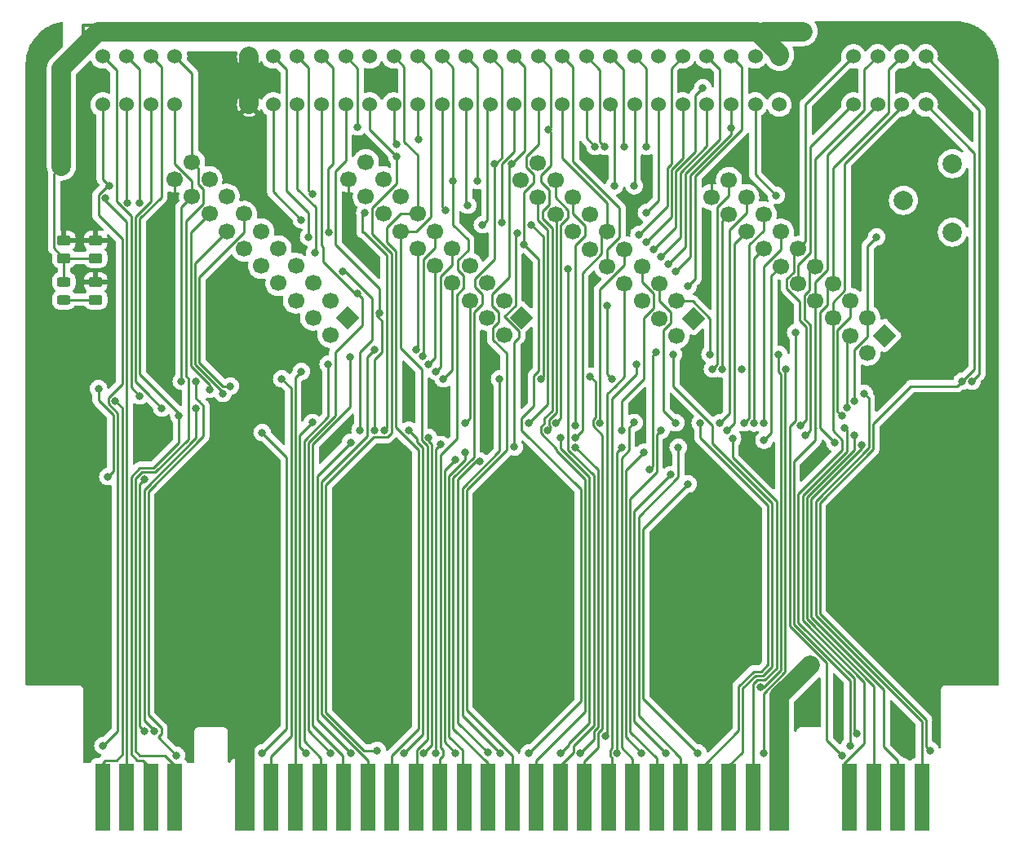
<source format=gbr>
%TF.GenerationSoftware,KiCad,Pcbnew,(6.0.6-1)-1*%
%TF.CreationDate,2022-07-24T16:47:29-04:00*%
%TF.ProjectId,SNES_logicadapter,534e4553-5f6c-46f6-9769-636164617074,rev?*%
%TF.SameCoordinates,Original*%
%TF.FileFunction,Copper,L1,Top*%
%TF.FilePolarity,Positive*%
%FSLAX46Y46*%
G04 Gerber Fmt 4.6, Leading zero omitted, Abs format (unit mm)*
G04 Created by KiCad (PCBNEW (6.0.6-1)-1) date 2022-07-24 16:47:29*
%MOMM*%
%LPD*%
G01*
G04 APERTURE LIST*
G04 Aperture macros list*
%AMRoundRect*
0 Rectangle with rounded corners*
0 $1 Rounding radius*
0 $2 $3 $4 $5 $6 $7 $8 $9 X,Y pos of 4 corners*
0 Add a 4 corners polygon primitive as box body*
4,1,4,$2,$3,$4,$5,$6,$7,$8,$9,$2,$3,0*
0 Add four circle primitives for the rounded corners*
1,1,$1+$1,$2,$3*
1,1,$1+$1,$4,$5*
1,1,$1+$1,$6,$7*
1,1,$1+$1,$8,$9*
0 Add four rect primitives between the rounded corners*
20,1,$1+$1,$2,$3,$4,$5,0*
20,1,$1+$1,$4,$5,$6,$7,0*
20,1,$1+$1,$6,$7,$8,$9,0*
20,1,$1+$1,$8,$9,$2,$3,0*%
%AMHorizOval*
0 Thick line with rounded ends*
0 $1 width*
0 $2 $3 position (X,Y) of the first rounded end (center of the circle)*
0 $4 $5 position (X,Y) of the second rounded end (center of the circle)*
0 Add line between two ends*
20,1,$1,$2,$3,$4,$5,0*
0 Add two circle primitives to create the rounded ends*
1,1,$1,$2,$3*
1,1,$1,$4,$5*%
%AMRotRect*
0 Rectangle, with rotation*
0 The origin of the aperture is its center*
0 $1 length*
0 $2 width*
0 $3 Rotation angle, in degrees counterclockwise*
0 Add horizontal line*
21,1,$1,$2,0,0,$3*%
G04 Aperture macros list end*
%ADD10C,0.300000*%
%TA.AperFunction,NonConductor*%
%ADD11C,0.300000*%
%TD*%
%TA.AperFunction,ComponentPad*%
%ADD12RotRect,1.700000X1.700000X225.000000*%
%TD*%
%TA.AperFunction,ComponentPad*%
%ADD13HorizOval,1.700000X0.000000X0.000000X0.000000X0.000000X0*%
%TD*%
%TA.AperFunction,ComponentPad*%
%ADD14C,2.000000*%
%TD*%
%TA.AperFunction,SMDPad,CuDef*%
%ADD15RoundRect,0.250000X0.450000X-0.262500X0.450000X0.262500X-0.450000X0.262500X-0.450000X-0.262500X0*%
%TD*%
%TA.AperFunction,SMDPad,CuDef*%
%ADD16R,1.500000X7.000000*%
%TD*%
%TA.AperFunction,SMDPad,CuDef*%
%ADD17R,2.000000X7.000000*%
%TD*%
%TA.AperFunction,SMDPad,CuDef*%
%ADD18RoundRect,0.243750X0.456250X-0.243750X0.456250X0.243750X-0.456250X0.243750X-0.456250X-0.243750X0*%
%TD*%
%TA.AperFunction,ComponentPad*%
%ADD19C,1.524000*%
%TD*%
%TA.AperFunction,ViaPad*%
%ADD20C,0.800000*%
%TD*%
%TA.AperFunction,Conductor*%
%ADD21C,2.000000*%
%TD*%
%TA.AperFunction,Conductor*%
%ADD22C,0.250000*%
%TD*%
G04 APERTURE END LIST*
D10*
D11*
X109160571Y-68853857D02*
X107160571Y-68853857D01*
X107160571Y-69639571D02*
X107160571Y-68139571D01*
X110017714Y-68139571D01*
X115732000Y-69639571D02*
X113732000Y-68925285D01*
X112303428Y-69639571D02*
X112303428Y-68139571D01*
X114589142Y-68139571D01*
X115160571Y-68211000D01*
X115446285Y-68282428D01*
X115732000Y-68425285D01*
X115732000Y-68639571D01*
X115446285Y-68782428D01*
X115160571Y-68853857D01*
X114589142Y-68925285D01*
X112303428Y-68925285D01*
X119446285Y-68139571D02*
X120589142Y-68139571D01*
X121160571Y-68211000D01*
X121732000Y-68353857D01*
X122017714Y-68639571D01*
X122017714Y-69139571D01*
X121732000Y-69425285D01*
X121160571Y-69568142D01*
X120589142Y-69639571D01*
X119446285Y-69639571D01*
X118874857Y-69568142D01*
X118303428Y-69425285D01*
X118017714Y-69139571D01*
X118017714Y-68639571D01*
X118303428Y-68353857D01*
X118874857Y-68211000D01*
X119446285Y-68139571D01*
X124589142Y-69639571D02*
X124589142Y-68139571D01*
X128017714Y-69639571D01*
X128017714Y-68139571D01*
X130017714Y-68139571D02*
X133446285Y-68139571D01*
X131732000Y-69639571D02*
X131732000Y-68139571D01*
X141160571Y-68139571D02*
X142303428Y-68139571D01*
X142874857Y-68211000D01*
X143446285Y-68353857D01*
X143732000Y-68639571D01*
X143732000Y-69139571D01*
X143446285Y-69425285D01*
X142874857Y-69568142D01*
X142303428Y-69639571D01*
X141160571Y-69639571D01*
X140589142Y-69568142D01*
X140017714Y-69425285D01*
X139732000Y-69139571D01*
X139732000Y-68639571D01*
X140017714Y-68353857D01*
X140589142Y-68211000D01*
X141160571Y-68139571D01*
X148303428Y-68853857D02*
X146303428Y-68853857D01*
X146303428Y-69639571D02*
X146303428Y-68139571D01*
X149160571Y-68139571D01*
X155732000Y-69568142D02*
X156589142Y-69639571D01*
X158017714Y-69639571D01*
X158589142Y-69568142D01*
X158874857Y-69496714D01*
X159160571Y-69353857D01*
X159160571Y-69211000D01*
X158874857Y-69068142D01*
X158589142Y-68996714D01*
X158017714Y-68925285D01*
X156874857Y-68853857D01*
X156303428Y-68782428D01*
X156017714Y-68711000D01*
X155732000Y-68568142D01*
X155732000Y-68425285D01*
X156017714Y-68282428D01*
X156303428Y-68211000D01*
X156874857Y-68139571D01*
X158303428Y-68139571D01*
X159160571Y-68211000D01*
X161732000Y-69639571D02*
X161732000Y-68139571D01*
X165160571Y-69639571D01*
X165160571Y-68139571D01*
X168017714Y-68853857D02*
X170017714Y-68853857D01*
X170874857Y-69639571D02*
X168017714Y-69639571D01*
X168017714Y-68139571D01*
X170874857Y-68139571D01*
X173160571Y-69568142D02*
X174017714Y-69639571D01*
X175446285Y-69639571D01*
X176017714Y-69568142D01*
X176303428Y-69496714D01*
X176589142Y-69353857D01*
X176589142Y-69211000D01*
X176303428Y-69068142D01*
X176017714Y-68996714D01*
X175446285Y-68925285D01*
X174303428Y-68853857D01*
X173732000Y-68782428D01*
X173446285Y-68711000D01*
X173160571Y-68568142D01*
X173160571Y-68425285D01*
X173446285Y-68282428D01*
X173732000Y-68211000D01*
X174303428Y-68139571D01*
X175732000Y-68139571D01*
X176589142Y-68211000D01*
D12*
%TO.P,J3,1,NC*%
%TO.N,unconnected-(J3-Pad1)*%
X190336257Y-100395134D03*
D13*
%TO.P,J3,2,CLK2*%
%TO.N,unconnected-(J3-Pad2)*%
X188540206Y-102191185D03*
%TO.P,J3,3,CLK1*%
%TO.N,/EXPCLK*%
X188540206Y-98599083D03*
%TO.P,J3,4,D15*%
%TO.N,/PA7*%
X186744155Y-100395134D03*
%TO.P,J3,5,D14*%
%TO.N,/PA6*%
X186744155Y-96803032D03*
%TO.P,J3,6,D13*%
%TO.N,/PA5*%
X184948103Y-98599083D03*
%TO.P,J3,7,D12*%
%TO.N,/PA4*%
X184948103Y-95006980D03*
%TO.P,J3,8,D11*%
%TO.N,/PA3*%
X183152052Y-96803032D03*
%TO.P,J3,9,D10*%
%TO.N,/PA2*%
X183152052Y-93210929D03*
%TO.P,J3,10,D9*%
%TO.N,/PA1*%
X181356001Y-95006980D03*
%TO.P,J3,11,D8*%
%TO.N,/PA0*%
X181356001Y-91414878D03*
%TO.P,J3,12,D7*%
%TO.N,/D7*%
X179559950Y-93210929D03*
%TO.P,J3,13,D6*%
%TO.N,/D6*%
X179559950Y-89618827D03*
%TO.P,J3,14,D5*%
%TO.N,/D5*%
X177763898Y-91414878D03*
%TO.P,J3,15,D4*%
%TO.N,/D4*%
X177763898Y-87822775D03*
%TO.P,J3,16,D3*%
%TO.N,/D3*%
X175967847Y-89618827D03*
%TO.P,J3,17,D2*%
%TO.N,/D2*%
X175967847Y-86026724D03*
%TO.P,J3,18,D1*%
%TO.N,/D1*%
X174171796Y-87822775D03*
%TO.P,J3,19,D0*%
%TO.N,/D0*%
X174171796Y-84230673D03*
%TO.P,J3,20,GND*%
%TO.N,GND*%
X172375745Y-86026724D03*
%TD*%
D14*
%TO.P,VCC,1,1*%
%TO.N,VCC*%
X104902000Y-82804000D03*
%TD*%
D12*
%TO.P,J2,1,NC*%
%TO.N,unconnected-(J2-Pad1)*%
X170524257Y-98617134D03*
D13*
%TO.P,J2,2,CLK2*%
%TO.N,unconnected-(J2-Pad2)*%
X168728206Y-100413185D03*
%TO.P,J2,3,CLK1*%
%TO.N,/CIC_CLK*%
X168728206Y-96821083D03*
%TO.P,J2,4,D15*%
%TO.N,/CIC{slash}RST*%
X166932155Y-98617134D03*
%TO.P,J2,5,D14*%
%TO.N,/CIC_OUT*%
X166932155Y-95025032D03*
%TO.P,J2,6,D13*%
%TO.N,/CIC_IN*%
X165136103Y-96821083D03*
%TO.P,J2,7,D12*%
%TO.N,/{slash}RESET*%
X165136103Y-93228980D03*
%TO.P,J2,8,D11*%
%TO.N,/{slash}WR*%
X163340052Y-95025032D03*
%TO.P,J2,9,D10*%
%TO.N,/{slash}RD*%
X163340052Y-91432929D03*
%TO.P,J2,10,D9*%
%TO.N,/{slash}IRQ*%
X161544001Y-93228980D03*
%TO.P,J2,11,D8*%
%TO.N,/{slash}CE*%
X161544001Y-89636878D03*
%TO.P,J2,12,D7*%
%TO.N,/BA7*%
X159747950Y-91432929D03*
%TO.P,J2,13,D6*%
%TO.N,/BA6*%
X159747950Y-87840827D03*
%TO.P,J2,14,D5*%
%TO.N,/BA5*%
X157951898Y-89636878D03*
%TO.P,J2,15,D4*%
%TO.N,/BA4*%
X157951898Y-86044775D03*
%TO.P,J2,16,D3*%
%TO.N,/BA3*%
X156155847Y-87840827D03*
%TO.P,J2,17,D2*%
%TO.N,/BA2*%
X156155847Y-84248724D03*
%TO.P,J2,18,D1*%
%TO.N,/BA1*%
X154359796Y-86044775D03*
%TO.P,J2,19,D0*%
%TO.N,/BA0*%
X154359796Y-82452673D03*
%TO.P,J2,20,GND*%
%TO.N,GND*%
X152563745Y-84248724D03*
%TD*%
D15*
%TO.P,C1,1*%
%TO.N,VCC*%
X105156000Y-92352500D03*
%TO.P,C1,2*%
%TO.N,GND*%
X105156000Y-90527500D03*
%TD*%
D16*
%TO.P,CON1,1,CLK_21.477MHz*%
%TO.N,/EXPCLK*%
X109180000Y-148340000D03*
%TO.P,CON1,2,EXPAND*%
%TO.N,/EXPAND*%
X111680000Y-148340000D03*
%TO.P,CON1,3,PA6*%
%TO.N,/PA6*%
X114180000Y-148340000D03*
%TO.P,CON1,4,~{PARD}*%
%TO.N,/{slash}PARD*%
X116680000Y-148340000D03*
D17*
%TO.P,CON1,5,GND*%
%TO.N,GND*%
X123930000Y-148340000D03*
D16*
%TO.P,CON1,6,A11*%
%TO.N,/A11*%
X126680000Y-148340000D03*
%TO.P,CON1,7,A10*%
%TO.N,/A10*%
X129180000Y-148340000D03*
%TO.P,CON1,8,A9*%
%TO.N,/A9*%
X131680000Y-148340000D03*
%TO.P,CON1,9,A8*%
%TO.N,/A8*%
X134180000Y-148340000D03*
%TO.P,CON1,10,A7*%
%TO.N,/A7*%
X136680000Y-148340000D03*
%TO.P,CON1,11,A6*%
%TO.N,/A6*%
X139180000Y-148340000D03*
%TO.P,CON1,12,A5*%
%TO.N,/A5*%
X141680000Y-148340000D03*
%TO.P,CON1,13,A4*%
%TO.N,/A4*%
X144180000Y-148340000D03*
%TO.P,CON1,14,A3*%
%TO.N,/A3*%
X146680000Y-148340000D03*
%TO.P,CON1,15,A2*%
%TO.N,/A2*%
X149180000Y-148340000D03*
%TO.P,CON1,16,A1*%
%TO.N,/A1*%
X151680000Y-148340000D03*
%TO.P,CON1,17,A0*%
%TO.N,/A0*%
X154180000Y-148340000D03*
%TO.P,CON1,18,~{IRQ}*%
%TO.N,/{slash}IRQ*%
X156680000Y-148340000D03*
%TO.P,CON1,19,D0*%
%TO.N,/D0*%
X159180000Y-148340000D03*
%TO.P,CON1,20,D1*%
%TO.N,/D1*%
X161680000Y-148340000D03*
%TO.P,CON1,21,D2*%
%TO.N,/D2*%
X164180000Y-148340000D03*
%TO.P,CON1,22,D3*%
%TO.N,/D3*%
X166680000Y-148340000D03*
%TO.P,CON1,23,~{RD}*%
%TO.N,/{slash}RD*%
X169180000Y-148340000D03*
%TO.P,CON1,24,CIC_OUT*%
%TO.N,/CIC_OUT*%
X171680000Y-148340000D03*
%TO.P,CON1,25,CIC_RST*%
%TO.N,/CIC{slash}RST*%
X174180000Y-148340000D03*
%TO.P,CON1,26,~{RESET}*%
%TO.N,/{slash}RESET*%
X176680000Y-148340000D03*
D17*
%TO.P,CON1,27,Vcc*%
%TO.N,VCC*%
X179430000Y-148340000D03*
D16*
%TO.P,CON1,28,PA0*%
%TO.N,/PA0*%
X186680000Y-148340000D03*
%TO.P,CON1,29,PA2*%
%TO.N,/PA2*%
X189180000Y-148340000D03*
%TO.P,CON1,30,PA4*%
%TO.N,/PA4*%
X191680000Y-148340000D03*
%TO.P,CON1,31,AUDIO_L*%
%TO.N,/AUDIO_L*%
X194180000Y-148340000D03*
%TD*%
D15*
%TO.P,R1,1*%
%TO.N,Net-(D1-Pad1)*%
X108458000Y-96670500D03*
%TO.P,R1,2*%
%TO.N,GND*%
X108458000Y-94845500D03*
%TD*%
D12*
%TO.P,J2,1,NC*%
%TO.N,unconnected-(J1-Pad1)*%
X152654000Y-98552000D03*
D13*
%TO.P,J2,2,CLK2*%
%TO.N,unconnected-(J1-Pad2)*%
X150857949Y-100348051D03*
%TO.P,J2,3,CLK1*%
%TO.N,/CLK*%
X150857949Y-96755949D03*
%TO.P,J2,4,D15*%
%TO.N,/A15*%
X149061898Y-98552000D03*
%TO.P,J2,5,D14*%
%TO.N,/A14*%
X149061898Y-94959898D03*
%TO.P,J2,6,D13*%
%TO.N,/A13*%
X147265846Y-96755949D03*
%TO.P,J2,7,D12*%
%TO.N,/A12*%
X147265846Y-93163846D03*
%TO.P,J2,8,D11*%
%TO.N,/A11*%
X145469795Y-94959898D03*
%TO.P,J2,9,D10*%
%TO.N,/A10*%
X145469795Y-91367795D03*
%TO.P,J2,10,D9*%
%TO.N,/A9*%
X143673744Y-93163846D03*
%TO.P,J2,11,D8*%
%TO.N,/A8*%
X143673744Y-89571744D03*
%TO.P,J2,12,D7*%
%TO.N,/A7*%
X141877693Y-91367795D03*
%TO.P,J2,13,D6*%
%TO.N,/A6*%
X141877693Y-87775693D03*
%TO.P,J2,14,D5*%
%TO.N,/A5*%
X140081641Y-89571744D03*
%TO.P,J2,15,D4*%
%TO.N,/A4*%
X140081641Y-85979641D03*
%TO.P,J2,16,D3*%
%TO.N,/A3*%
X138285590Y-87775693D03*
%TO.P,J2,17,D2*%
%TO.N,/A2*%
X138285590Y-84183590D03*
%TO.P,J2,18,D1*%
%TO.N,/A1*%
X136489539Y-85979641D03*
%TO.P,J2,19,D0*%
%TO.N,/A0*%
X136489539Y-82387539D03*
%TO.P,J2,20,GND*%
%TO.N,GND*%
X134693488Y-84183590D03*
%TD*%
D14*
%TO.P,CLK,1,1*%
%TO.N,/CLK*%
X192278000Y-86360000D03*
%TD*%
D18*
%TO.P,D1,1,K*%
%TO.N,Net-(D1-Pad1)*%
X105156000Y-96695500D03*
%TO.P,D1,2,A*%
%TO.N,VCC*%
X105156000Y-94820500D03*
%TD*%
D15*
%TO.P,C2,1*%
%TO.N,VCC*%
X108458000Y-92352500D03*
%TO.P,C2,2*%
%TO.N,GND*%
X108458000Y-90527500D03*
%TD*%
D12*
%TO.P,J1,1,NC*%
%TO.N,unconnected-(J4-Pad1)*%
X134620000Y-98552000D03*
D13*
%TO.P,J1,2,CLK2*%
%TO.N,unconnected-(J4-Pad2)*%
X132823949Y-100348051D03*
%TO.P,J1,3,CLK1*%
%TO.N,unconnected-(J4-Pad3)*%
X132823949Y-96755949D03*
%TO.P,J1,4,D15*%
%TO.N,unconnected-(J4-Pad4)*%
X131027898Y-98552000D03*
%TO.P,J1,5,D14*%
%TO.N,unconnected-(J4-Pad5)*%
X131027898Y-94959898D03*
%TO.P,J1,6,D13*%
%TO.N,unconnected-(J4-Pad6)*%
X129231846Y-96755949D03*
%TO.P,J1,7,D12*%
%TO.N,unconnected-(J4-Pad7)*%
X129231846Y-93163846D03*
%TO.P,J1,8,D11*%
%TO.N,unconnected-(J4-Pad8)*%
X127435795Y-94959898D03*
%TO.P,J1,9,D10*%
%TO.N,unconnected-(J4-Pad9)*%
X127435795Y-91367795D03*
%TO.P,J1,10,D9*%
%TO.N,unconnected-(J4-Pad10)*%
X125639744Y-93163846D03*
%TO.P,J1,11,D8*%
%TO.N,unconnected-(J4-Pad11)*%
X125639744Y-89571744D03*
%TO.P,J1,12,D7*%
%TO.N,unconnected-(J4-Pad12)*%
X123843693Y-91367795D03*
%TO.P,J1,13,D6*%
%TO.N,/AUDIO_R*%
X123843693Y-87775693D03*
%TO.P,J1,14,D5*%
%TO.N,/AUDIO_L*%
X122047641Y-89571744D03*
%TO.P,J1,15,D4*%
%TO.N,/EXPAND*%
X122047641Y-85979641D03*
%TO.P,J1,16,D3*%
%TO.N,/REFRESH*%
X120251590Y-87775693D03*
%TO.P,J1,17,D2*%
%TO.N,/{slash}WRAM*%
X120251590Y-84183590D03*
%TO.P,J1,18,D1*%
%TO.N,/{slash}PAWR*%
X118455539Y-85979641D03*
%TO.P,J1,19,D0*%
%TO.N,/{slash}PARD*%
X118455539Y-82387539D03*
%TO.P,J1,20,GND*%
%TO.N,GND*%
X116659488Y-84183590D03*
%TD*%
D14*
%TO.P,CICCLK,1,1*%
%TO.N,/CIC_CLK*%
X197358000Y-82550000D03*
%TD*%
%TO.P,EXPCLK,1,1*%
%TO.N,/EXPCLK*%
X197358000Y-89662000D03*
%TD*%
D19*
%TO.P,CON2,1,CLK_21.477MHz*%
%TO.N,/EXPCLK*%
X109192000Y-71414000D03*
%TO.P,CON2,2,EXPAND*%
%TO.N,/EXPAND*%
X111692000Y-71414000D03*
%TO.P,CON2,3,PA6*%
%TO.N,/PA6*%
X114192000Y-71414000D03*
%TO.P,CON2,4,~{PARD}*%
%TO.N,/{slash}PARD*%
X116692000Y-71414000D03*
%TO.P,CON2,5,GND*%
%TO.N,GND*%
X124392000Y-71414000D03*
%TO.P,CON2,6,A11*%
%TO.N,/A11*%
X126892000Y-71414000D03*
%TO.P,CON2,7,A10*%
%TO.N,/A10*%
X129392000Y-71414000D03*
%TO.P,CON2,8,A9*%
%TO.N,/A9*%
X131892000Y-71414000D03*
%TO.P,CON2,9,A8*%
%TO.N,/A8*%
X134392000Y-71414000D03*
%TO.P,CON2,10,A7*%
%TO.N,/A7*%
X136892000Y-71414000D03*
%TO.P,CON2,11,A6*%
%TO.N,/A6*%
X139392000Y-71414000D03*
%TO.P,CON2,12,A5*%
%TO.N,/A5*%
X141892000Y-71414000D03*
%TO.P,CON2,13,A4*%
%TO.N,/A4*%
X144392000Y-71414000D03*
%TO.P,CON2,14,A3*%
%TO.N,/A3*%
X146892000Y-71414000D03*
%TO.P,CON2,15,A2*%
%TO.N,/A2*%
X149392000Y-71414000D03*
%TO.P,CON2,16,A1*%
%TO.N,/A1*%
X151892000Y-71414000D03*
%TO.P,CON2,17,A0*%
%TO.N,/A0*%
X154392000Y-71414000D03*
%TO.P,CON2,18,~{IRQ}*%
%TO.N,/{slash}IRQ*%
X156892000Y-71414000D03*
%TO.P,CON2,19,D0*%
%TO.N,/D0*%
X159392000Y-71414000D03*
%TO.P,CON2,20,D1*%
%TO.N,/D1*%
X161892000Y-71414000D03*
%TO.P,CON2,21,D2*%
%TO.N,/D2*%
X164392000Y-71414000D03*
%TO.P,CON2,22,D3*%
%TO.N,/D3*%
X166892000Y-71414000D03*
%TO.P,CON2,23,~{RD}*%
%TO.N,/{slash}RD*%
X169392000Y-71414000D03*
%TO.P,CON2,24,CIC_OUT*%
%TO.N,/CIC_OUT*%
X171892000Y-71414000D03*
%TO.P,CON2,25,CIC_RST*%
%TO.N,/CIC{slash}RST*%
X174392000Y-71414000D03*
%TO.P,CON2,26,~{RESET}*%
%TO.N,/{slash}RESET*%
X176892000Y-71414000D03*
%TO.P,CON2,27,Vcc*%
%TO.N,VCC*%
X179392000Y-71414000D03*
%TO.P,CON2,28,PA0*%
%TO.N,/PA0*%
X187092000Y-71414000D03*
%TO.P,CON2,29,PA2*%
%TO.N,/PA2*%
X189592000Y-71414000D03*
%TO.P,CON2,30,PA4*%
%TO.N,/PA4*%
X192092000Y-71414000D03*
%TO.P,CON2,31,AUDIO_L*%
%TO.N,/AUDIO_L*%
X194592000Y-71414000D03*
%TO.P,CON2,32,~{WRAM}*%
%TO.N,/{slash}WRAM*%
X109192000Y-76414000D03*
%TO.P,CON2,33,REFRESH*%
%TO.N,/REFRESH*%
X111692000Y-76414000D03*
%TO.P,CON2,34,PA7*%
%TO.N,/PA7*%
X114192000Y-76414000D03*
%TO.P,CON2,35,~{PAWR}*%
%TO.N,/{slash}PAWR*%
X116692000Y-76414000D03*
%TO.P,CON2,36,GND*%
%TO.N,GND*%
X124392000Y-76414000D03*
%TO.P,CON2,37,A12*%
%TO.N,/A12*%
X126892000Y-76414000D03*
%TO.P,CON2,38,A13*%
%TO.N,/A13*%
X129392000Y-76414000D03*
%TO.P,CON2,39,A14*%
%TO.N,/A14*%
X131892000Y-76414000D03*
%TO.P,CON2,40,A15*%
%TO.N,/A15*%
X134392000Y-76414000D03*
%TO.P,CON2,41,BA0*%
%TO.N,/BA0*%
X136892000Y-76414000D03*
%TO.P,CON2,42,BA1*%
%TO.N,/BA1*%
X139392000Y-76414000D03*
%TO.P,CON2,43,BA2*%
%TO.N,/BA2*%
X141892000Y-76414000D03*
%TO.P,CON2,44,BA3*%
%TO.N,/BA3*%
X144392000Y-76414000D03*
%TO.P,CON2,45,BA4*%
%TO.N,/BA4*%
X146892000Y-76414000D03*
%TO.P,CON2,46,BA5*%
%TO.N,/BA5*%
X149392000Y-76414000D03*
%TO.P,CON2,47,BA6*%
%TO.N,/BA6*%
X151892000Y-76414000D03*
%TO.P,CON2,48,BA7*%
%TO.N,/BA7*%
X154392000Y-76414000D03*
%TO.P,CON2,49,~{CE}*%
%TO.N,/{slash}CE*%
X156892000Y-76414000D03*
%TO.P,CON2,50,D4*%
%TO.N,/D4*%
X159392000Y-76414000D03*
%TO.P,CON2,51,D5*%
%TO.N,/D5*%
X161892000Y-76414000D03*
%TO.P,CON2,52,D6*%
%TO.N,/D6*%
X164392000Y-76414000D03*
%TO.P,CON2,53,D7*%
%TO.N,/D7*%
X166892000Y-76414000D03*
%TO.P,CON2,54,~{WR}*%
%TO.N,/{slash}WR*%
X169392000Y-76414000D03*
%TO.P,CON2,55,CIC_IN*%
%TO.N,/CIC_IN*%
X171892000Y-76414000D03*
%TO.P,CON2,56,CIC_CLK*%
%TO.N,/CIC_CLK*%
X174392000Y-76414000D03*
%TO.P,CON2,57,CPU_CLK*%
%TO.N,/CLK*%
X176892000Y-76414000D03*
%TO.P,CON2,58,Vcc*%
%TO.N,VCC*%
X179392000Y-76414000D03*
%TO.P,CON2,59,PA1*%
%TO.N,/PA1*%
X187092000Y-76414000D03*
%TO.P,CON2,60,PA3*%
%TO.N,/PA3*%
X189592000Y-76414000D03*
%TO.P,CON2,61,PA5*%
%TO.N,/PA5*%
X192092000Y-76414000D03*
%TO.P,CON2,62,AUDIO_R*%
%TO.N,/AUDIO_R*%
X194592000Y-76414000D03*
%TD*%
D20*
%TO.N,VCC*%
X179832000Y-68834000D03*
X177800000Y-68834000D03*
X179430000Y-138070000D03*
X179430000Y-143150000D03*
X181102000Y-136144000D03*
X179430000Y-141880000D03*
X181864000Y-135382000D03*
X178816000Y-68834000D03*
X179430000Y-139340000D03*
X180213000Y-137033000D03*
X180848000Y-68834000D03*
X179430000Y-144420000D03*
X181864000Y-68834000D03*
X182626000Y-134620000D03*
X179430000Y-140610000D03*
%TO.N,GND*%
X191262000Y-83058000D03*
X104902000Y-121158000D03*
X148082000Y-85598000D03*
X148082000Y-136398000D03*
X153162000Y-138938000D03*
X135382000Y-131318000D03*
X122682000Y-121158000D03*
X155702000Y-116078000D03*
X170942000Y-141478000D03*
X115062000Y-110998000D03*
X125222000Y-95758000D03*
X173482000Y-116078000D03*
X191262000Y-98298000D03*
X117602000Y-118618000D03*
X125222000Y-123698000D03*
X104902000Y-131318000D03*
X191262000Y-103378000D03*
X107442000Y-103378000D03*
X135382000Y-126238000D03*
X185674000Y-139192000D03*
X120142000Y-116078000D03*
X173482000Y-123698000D03*
X125222000Y-85598000D03*
X102362000Y-118618000D03*
X194564000Y-137414000D03*
X196342000Y-75438000D03*
X184150000Y-71628000D03*
X148082000Y-123698000D03*
X153162000Y-116078000D03*
X150622000Y-136398000D03*
X127762000Y-100838000D03*
X198882000Y-126238000D03*
X120142000Y-123698000D03*
X196342000Y-110998000D03*
X135382000Y-123698000D03*
X176022000Y-133858000D03*
X150622000Y-126238000D03*
X191262000Y-123698000D03*
X122682000Y-118618000D03*
X102362000Y-133858000D03*
X125222000Y-131318000D03*
X150622000Y-116078000D03*
X122682000Y-136398000D03*
X193802000Y-116078000D03*
X122682000Y-98298000D03*
X125222000Y-121158000D03*
X168402000Y-128778000D03*
X155702000Y-118618000D03*
X170942000Y-128778000D03*
X193802000Y-126238000D03*
X170688000Y-101346000D03*
X196342000Y-123698000D03*
X102362000Y-77978000D03*
X197358000Y-71628000D03*
X193802000Y-131318000D03*
X107442000Y-133858000D03*
X107442000Y-110998000D03*
X198882000Y-121158000D03*
X148082000Y-133858000D03*
X102362000Y-83058000D03*
X125222000Y-80518000D03*
X173482000Y-118618000D03*
X140462000Y-136398000D03*
X196342000Y-131318000D03*
X193802000Y-110998000D03*
X193802000Y-113538000D03*
X120142000Y-77978000D03*
X191262000Y-121158000D03*
X125222000Y-83058000D03*
X102362000Y-128778000D03*
X102362000Y-72898000D03*
X137922000Y-116078000D03*
X102362000Y-100838000D03*
X155702000Y-121158000D03*
X122682000Y-131318000D03*
X140462000Y-126238000D03*
X188722000Y-126238000D03*
X117602000Y-133858000D03*
X140462000Y-128778000D03*
X135382000Y-118618000D03*
X191262000Y-126238000D03*
X196342000Y-118618000D03*
X150622000Y-133858000D03*
X176022000Y-128778000D03*
X120142000Y-133858000D03*
X107442000Y-113538000D03*
X107442000Y-116078000D03*
X184150000Y-76454000D03*
X160020000Y-94488000D03*
X107442000Y-123698000D03*
X117602000Y-126238000D03*
X147066000Y-88646000D03*
X117602000Y-131318000D03*
X137922000Y-138938000D03*
X135382000Y-121158000D03*
X102362000Y-95758000D03*
X104902000Y-105918000D03*
X153162000Y-136398000D03*
X102362000Y-116078000D03*
X198882000Y-128778000D03*
X115062000Y-100838000D03*
X107442000Y-80518000D03*
X104902000Y-118618000D03*
X117602000Y-116078000D03*
X140462000Y-121158000D03*
X115062000Y-90678000D03*
X122682000Y-113538000D03*
X123930000Y-144294000D03*
X188722000Y-116078000D03*
X102362000Y-70358000D03*
X196342000Y-126238000D03*
X117602000Y-121158000D03*
X117602000Y-128778000D03*
X155702000Y-128778000D03*
X135382000Y-133858000D03*
X115062000Y-131318000D03*
X137922000Y-136398000D03*
X188722000Y-123698000D03*
X173482000Y-128778000D03*
X186182000Y-121158000D03*
X122682000Y-128778000D03*
X135382000Y-128778000D03*
X122682000Y-133858000D03*
X182372000Y-139192000D03*
X104902000Y-108458000D03*
X196342000Y-100838000D03*
X120142000Y-75438000D03*
X125222000Y-138938000D03*
X120142000Y-128778000D03*
X191262000Y-116078000D03*
X198882000Y-77978000D03*
X140462000Y-116078000D03*
X120142000Y-121158000D03*
X123930000Y-143278000D03*
X102362000Y-131318000D03*
X137922000Y-133858000D03*
X153162000Y-123698000D03*
X188722000Y-121158000D03*
X107442000Y-131318000D03*
X107442000Y-100838000D03*
X168402000Y-136398000D03*
X104902000Y-128778000D03*
X173482000Y-121158000D03*
X109982000Y-98298000D03*
X117602000Y-136398000D03*
X188722000Y-83058000D03*
X137922000Y-128778000D03*
X109982000Y-103378000D03*
X102362000Y-98298000D03*
X196342000Y-128778000D03*
X176022000Y-121158000D03*
X122682000Y-95758000D03*
X193802000Y-123698000D03*
X168402000Y-138938000D03*
X135382000Y-138938000D03*
X120142000Y-136398000D03*
X153162000Y-102108000D03*
X109982000Y-100838000D03*
X115062000Y-133858000D03*
X104902000Y-126238000D03*
X196342000Y-85598000D03*
X122682000Y-93218000D03*
X193802000Y-121158000D03*
X137922000Y-126238000D03*
X148082000Y-118618000D03*
X125222000Y-103378000D03*
X148082000Y-131318000D03*
X107442000Y-88138000D03*
X170942000Y-136398000D03*
X150622000Y-131318000D03*
X176022000Y-126238000D03*
X153162000Y-128778000D03*
X122682000Y-103378000D03*
X107442000Y-85598000D03*
X135382000Y-116078000D03*
X137922000Y-121158000D03*
X178562000Y-83058000D03*
X120142000Y-131318000D03*
X176022000Y-131318000D03*
X186182000Y-128778000D03*
X196342000Y-121158000D03*
X107442000Y-128778000D03*
X155702000Y-126238000D03*
X125222000Y-133858000D03*
X140462000Y-138938000D03*
X148590000Y-90932000D03*
X186182000Y-123698000D03*
X102362000Y-75438000D03*
X193802000Y-103378000D03*
X140462000Y-131318000D03*
X196342000Y-116078000D03*
X107442000Y-136398000D03*
X198882000Y-118618000D03*
X138176000Y-73914000D03*
X104902000Y-113538000D03*
X198882000Y-110998000D03*
X102362000Y-108458000D03*
X150622000Y-138938000D03*
X125222000Y-100838000D03*
X168402000Y-126238000D03*
X107442000Y-77978000D03*
X115062000Y-128778000D03*
X196342000Y-108458000D03*
X104902000Y-116078000D03*
X176022000Y-123698000D03*
X107442000Y-121158000D03*
X168402000Y-133858000D03*
X153162000Y-126238000D03*
X153162000Y-133858000D03*
X170942000Y-123698000D03*
X153162000Y-118618000D03*
X125222000Y-98298000D03*
X104902000Y-100838000D03*
X122682000Y-83058000D03*
X123952000Y-142240000D03*
X196342000Y-113538000D03*
X193802000Y-100838000D03*
X168402000Y-123698000D03*
X153162000Y-93980000D03*
X192278000Y-141986000D03*
X107442000Y-118618000D03*
X115062000Y-121158000D03*
X122682000Y-110998000D03*
X107442000Y-126238000D03*
X150622000Y-121158000D03*
X104902000Y-103378000D03*
X191262000Y-128778000D03*
X102362000Y-123698000D03*
X120142000Y-118618000D03*
X173482000Y-136398000D03*
X102362000Y-85598000D03*
X150622000Y-123698000D03*
X155702000Y-136398000D03*
X149098000Y-102108000D03*
X193802000Y-118618000D03*
X173482000Y-131318000D03*
X186182000Y-126238000D03*
X135382000Y-136398000D03*
X179324000Y-78740000D03*
X125222000Y-126238000D03*
X115062000Y-123698000D03*
X196342000Y-98298000D03*
X198882000Y-108458000D03*
X171704000Y-95758000D03*
X188722000Y-131318000D03*
X117602000Y-123698000D03*
X198882000Y-113538000D03*
X104902000Y-110998000D03*
X170942000Y-118618000D03*
X107442000Y-75438000D03*
X193802000Y-98298000D03*
X102362000Y-110998000D03*
X115062000Y-98298000D03*
X137922000Y-113538000D03*
X200914000Y-135128000D03*
X193802000Y-83058000D03*
X153162000Y-121158000D03*
X102362000Y-105918000D03*
X125222000Y-128778000D03*
X137922000Y-131318000D03*
X140462000Y-113538000D03*
X193802000Y-128778000D03*
X171704000Y-95758000D03*
X188722000Y-118618000D03*
X196342000Y-93218000D03*
X102362000Y-93218000D03*
X170942000Y-131318000D03*
X115062000Y-126238000D03*
X120142000Y-138938000D03*
X107442000Y-98298000D03*
X140462000Y-123698000D03*
X148082000Y-128778000D03*
X191262000Y-113538000D03*
X102362000Y-121158000D03*
X198882000Y-116078000D03*
X191262000Y-118618000D03*
X150622000Y-128778000D03*
X125222000Y-136398000D03*
X170942000Y-133858000D03*
X137922000Y-123698000D03*
X174752000Y-81280000D03*
X140462000Y-133858000D03*
X170942000Y-126238000D03*
X115062000Y-136398000D03*
X115062000Y-93218000D03*
X107442000Y-108458000D03*
X191262000Y-93218000D03*
X122682000Y-116078000D03*
X122682000Y-100838000D03*
X155702000Y-133858000D03*
X102362000Y-126238000D03*
X193802000Y-93218000D03*
X104902000Y-123698000D03*
X150622000Y-118618000D03*
X117602000Y-141478000D03*
X153162000Y-131318000D03*
X122682000Y-80518000D03*
X137922000Y-141478000D03*
X102362000Y-88138000D03*
X120142000Y-113538000D03*
X122682000Y-126238000D03*
X155702000Y-123698000D03*
X102362000Y-80518000D03*
X120142000Y-80518000D03*
X188722000Y-88138000D03*
X104902000Y-133858000D03*
X120142000Y-72898000D03*
X115062000Y-95758000D03*
X125222000Y-118618000D03*
X193802000Y-88138000D03*
X188722000Y-128778000D03*
X170942000Y-121158000D03*
X148082000Y-121158000D03*
X170942000Y-138938000D03*
X191262000Y-95758000D03*
X191262000Y-131318000D03*
X102362000Y-90678000D03*
X173482000Y-133858000D03*
X115062000Y-118618000D03*
X122682000Y-138938000D03*
X176022000Y-118618000D03*
X153162000Y-141478000D03*
X193802000Y-108458000D03*
X168402000Y-121158000D03*
X117602000Y-138938000D03*
X148082000Y-126238000D03*
X140462000Y-118618000D03*
X191262000Y-110998000D03*
X173482000Y-126238000D03*
X198882000Y-123698000D03*
X115062000Y-103378000D03*
X122682000Y-123698000D03*
X125222000Y-116078000D03*
X168402000Y-131318000D03*
X193802000Y-95758000D03*
X107442000Y-83058000D03*
X102362000Y-113538000D03*
X155702000Y-131318000D03*
X196342000Y-103378000D03*
X102362000Y-103378000D03*
X125222000Y-113538000D03*
X104902000Y-98298000D03*
X130302000Y-100838000D03*
X186182000Y-118618000D03*
X196342000Y-95758000D03*
X120142000Y-126238000D03*
X137922000Y-118618000D03*
X155702000Y-138938000D03*
%TO.N,/EXPCLK*%
X110490000Y-107188000D03*
X187198000Y-107188000D03*
X189484000Y-90170000D03*
X113030000Y-106680000D03*
%TO.N,/EXPAND*%
X109474000Y-86106000D03*
X113030000Y-86614000D03*
%TO.N,/PA6*%
X117094000Y-108712000D03*
X185899972Y-108756111D03*
%TO.N,/A11*%
X144526000Y-104902000D03*
X127762000Y-104902000D03*
X130551701Y-90174299D03*
%TO.N,/A10*%
X130941299Y-85720701D03*
X143764000Y-104140000D03*
X129794000Y-104140000D03*
%TO.N,/A9*%
X143005440Y-103382814D03*
X132616500Y-89662000D03*
X132588000Y-103378000D03*
%TO.N,/A8*%
X135636000Y-78740000D03*
X142424364Y-102569576D03*
X134874000Y-102616000D03*
%TO.N,/A7*%
X141729356Y-101851267D03*
X137414000Y-101854000D03*
%TO.N,/A4*%
X145542000Y-84328000D03*
%TO.N,/A3*%
X148082000Y-84328000D03*
X146812000Y-112522000D03*
X136386090Y-87630000D03*
X138430500Y-110236000D03*
%TO.N,/A2*%
X149860000Y-82550000D03*
%TO.N,/A1*%
X151638000Y-82550000D03*
%TO.N,/A0*%
X155448000Y-78994000D03*
%TO.N,/{slash}IRQ*%
X157480000Y-93472000D03*
%TO.N,/D0*%
X159766000Y-104648000D03*
X161290000Y-80772000D03*
X172466000Y-103886000D03*
%TO.N,/D1*%
X164592000Y-103415500D03*
X163322000Y-80772000D03*
X173482000Y-103886000D03*
%TO.N,/D2*%
X165608000Y-80772000D03*
X164338000Y-109436500D03*
X173228000Y-109474000D03*
%TO.N,/D3*%
X173990000Y-110236000D03*
X167132000Y-110236000D03*
%TO.N,/{slash}RD*%
X164846000Y-89916000D03*
X160782000Y-109474000D03*
X168910000Y-112014000D03*
%TO.N,/CIC_OUT*%
X168656000Y-109474000D03*
X171196000Y-109474000D03*
X167894000Y-92964000D03*
%TO.N,/CIC{slash}RST*%
X169926000Y-95250000D03*
X168402000Y-102362000D03*
%TO.N,/{slash}RESET*%
X174544424Y-111067636D03*
X166370000Y-91440000D03*
X163063701Y-110240299D03*
X171450000Y-74676000D03*
%TO.N,/PA0*%
X181610000Y-109728000D03*
X186182000Y-109982000D03*
%TO.N,/PA2*%
X182122299Y-110739701D03*
X187198000Y-110781500D03*
%TO.N,/PA4*%
X185166000Y-111506000D03*
X187960000Y-111760000D03*
%TO.N,/AUDIO_L*%
X199390000Y-105156000D03*
X121666000Y-106426000D03*
X188214000Y-106426000D03*
%TO.N,/{slash}WRAM*%
X109220000Y-143002000D03*
X109880500Y-84836000D03*
%TO.N,/REFRESH*%
X111760000Y-86614000D03*
X113538000Y-141478000D03*
X113538000Y-115316000D03*
X120255987Y-105988006D03*
X109728000Y-115062000D03*
X108758500Y-105918000D03*
%TO.N,/PA7*%
X115316000Y-107950000D03*
X114554000Y-141478000D03*
X186436000Y-107912500D03*
X118872000Y-107950000D03*
%TO.N,/{slash}PAWR*%
X118872000Y-105156000D03*
X117348000Y-105156000D03*
X116840000Y-144018000D03*
%TO.N,/A12*%
X125730000Y-110490000D03*
X129794000Y-88392000D03*
X135890000Y-110236000D03*
X125730000Y-143764000D03*
X134116299Y-93721701D03*
%TO.N,/A13*%
X130302000Y-143764000D03*
X130955500Y-109436500D03*
X131182402Y-91829598D03*
X146812000Y-109474000D03*
%TO.N,/A14*%
X135636000Y-96012000D03*
X132842000Y-143764000D03*
%TO.N,/A15*%
X134904500Y-111506000D03*
X137922000Y-98044000D03*
X137414000Y-110236000D03*
X134904500Y-143764000D03*
%TO.N,/BA0*%
X139700000Y-81788000D03*
X137668000Y-143510000D03*
%TO.N,/BA1*%
X140462000Y-143764000D03*
X139700000Y-80518000D03*
X153416000Y-109474000D03*
X140955500Y-110236000D03*
%TO.N,/BA2*%
X141986000Y-80010000D03*
X156210000Y-109474000D03*
X142494000Y-143764000D03*
X143002000Y-110998000D03*
%TO.N,/BA3*%
X144272000Y-111722500D03*
X144780000Y-87376000D03*
X155355582Y-110236000D03*
X143764000Y-143764000D03*
%TO.N,/BA4*%
X147066000Y-86868000D03*
X145796000Y-113284000D03*
X145796000Y-143764000D03*
X158242000Y-109728000D03*
%TO.N,/BA5*%
X151892000Y-111976500D03*
X148306645Y-113445210D03*
X152171122Y-89779038D03*
X148590000Y-88900000D03*
X149121799Y-143740201D03*
%TO.N,/BA6*%
X153670000Y-88900000D03*
X150368000Y-104902000D03*
X150405500Y-143764000D03*
X150584500Y-88646000D03*
X154643500Y-104902000D03*
%TO.N,/BA7*%
X152908000Y-90932000D03*
X153416000Y-143764000D03*
%TO.N,/{slash}CE*%
X156722299Y-111002299D03*
X158242000Y-110998000D03*
X156718000Y-143764000D03*
%TO.N,/D4*%
X158750000Y-143764000D03*
X160274000Y-80772000D03*
X158242000Y-112014000D03*
X175768000Y-109474000D03*
%TO.N,/D5*%
X163068000Y-112014000D03*
X162301701Y-84840299D03*
X162560000Y-143764000D03*
X176788299Y-109478299D03*
%TO.N,/D6*%
X165348305Y-112527695D03*
X177787785Y-109472628D03*
X165100000Y-143764000D03*
X164333701Y-84840299D03*
%TO.N,/D7*%
X167640000Y-143764000D03*
X177805696Y-111257696D03*
X165608000Y-87630000D03*
X168148000Y-114850500D03*
%TO.N,/{slash}WR*%
X161327500Y-141986000D03*
X165608000Y-90678000D03*
%TO.N,/CIC_IN*%
X167132000Y-92202000D03*
X170942000Y-143764000D03*
X166624000Y-102108000D03*
X169926000Y-115824000D03*
X165955500Y-114300000D03*
%TO.N,/CIC_CLK*%
X168656000Y-93726000D03*
X177404500Y-136906000D03*
X179324000Y-102362000D03*
X172212000Y-102362000D03*
X174392000Y-78846000D03*
%TO.N,/CLK*%
X180086000Y-103886000D03*
X175514000Y-103886000D03*
X177800000Y-143764000D03*
X162052000Y-104939500D03*
X161544000Y-97282000D03*
X179070000Y-85852000D03*
%TO.N,/PA1*%
X185928000Y-144018000D03*
X181102000Y-100076000D03*
%TO.N,/PA3*%
X186727500Y-143002000D03*
%TO.N,/PA5*%
X187452000Y-141732000D03*
%TO.N,/AUDIO_R*%
X198369701Y-105151701D03*
X122428000Y-105664000D03*
X195072000Y-143510000D03*
%TD*%
D21*
%TO.N,VCC*%
X179392000Y-71414000D02*
X179392000Y-71139312D01*
X104902000Y-72644000D02*
X104902000Y-82804000D01*
D22*
X104131000Y-91327500D02*
X104131000Y-83575000D01*
D21*
X181864000Y-135382000D02*
X182626000Y-134620000D01*
X180213000Y-137033000D02*
X181102000Y-136144000D01*
X181102000Y-136144000D02*
X181864000Y-135382000D01*
X177800000Y-68834000D02*
X181864000Y-68834000D01*
X179430000Y-138070000D02*
X179430000Y-137816000D01*
X179430000Y-141880000D02*
X179430000Y-140610000D01*
D22*
X104131000Y-83575000D02*
X104902000Y-82804000D01*
X105156000Y-94820500D02*
X105156000Y-92352500D01*
X108458000Y-92352500D02*
X105156000Y-92352500D01*
D21*
X179430000Y-144420000D02*
X179430000Y-143150000D01*
X179430000Y-143150000D02*
X179430000Y-141880000D01*
D22*
X105156000Y-92352500D02*
X104131000Y-91327500D01*
D21*
X177086688Y-68834000D02*
X108712000Y-68834000D01*
X179430000Y-139340000D02*
X179430000Y-138070000D01*
X179430000Y-137816000D02*
X180213000Y-137033000D01*
X179392000Y-71139312D02*
X177086688Y-68834000D01*
X108712000Y-68834000D02*
X104902000Y-72644000D01*
X179430000Y-148340000D02*
X179430000Y-144420000D01*
X179430000Y-140610000D02*
X179430000Y-139340000D01*
D22*
%TO.N,GND*%
X172375745Y-83656255D02*
X174752000Y-81280000D01*
X172375745Y-86026724D02*
X172375745Y-83656255D01*
X116659488Y-84183590D02*
X116659488Y-85778512D01*
D21*
X123930000Y-148340000D02*
X123930000Y-144294000D01*
X123930000Y-144294000D02*
X123930000Y-143278000D01*
D22*
X134693488Y-84183590D02*
X134693488Y-86032512D01*
D21*
X123930000Y-143278000D02*
X123930000Y-142262000D01*
X124392000Y-71414000D02*
X124392000Y-76414000D01*
D22*
X134620000Y-86106000D02*
X134693488Y-86032512D01*
X116659488Y-85778512D02*
X116332000Y-86106000D01*
D21*
X123930000Y-142262000D02*
X123952000Y-142240000D01*
D22*
X105156000Y-90527500D02*
X108458000Y-90527500D01*
%TO.N,/EXPCLK*%
X112130000Y-88009305D02*
X110605000Y-86484305D01*
X110605000Y-144515000D02*
X109485000Y-144515000D01*
X113030000Y-106680000D02*
X112130000Y-105780000D01*
X188540206Y-98599083D02*
X188540206Y-100529484D01*
X110605000Y-86484305D02*
X110605000Y-72827000D01*
X111230000Y-143890000D02*
X110605000Y-144515000D01*
X110490000Y-107188000D02*
X111230000Y-107928000D01*
X111230000Y-107928000D02*
X111230000Y-143890000D01*
X188540206Y-100529484D02*
X187198000Y-101871690D01*
X109485000Y-144515000D02*
X109180000Y-144820000D01*
X112130000Y-105780000D02*
X112130000Y-88009305D01*
X188540206Y-98599083D02*
X188540206Y-91113794D01*
X110605000Y-72827000D02*
X109192000Y-71414000D01*
X188540206Y-91113794D02*
X189484000Y-90170000D01*
X109180000Y-144820000D02*
X109180000Y-148340000D01*
X187198000Y-101871690D02*
X187198000Y-107188000D01*
%TO.N,/EXPAND*%
X111680000Y-148340000D02*
X111680000Y-88566000D01*
X113030000Y-72752000D02*
X111692000Y-71414000D01*
X113030000Y-86614000D02*
X113030000Y-72752000D01*
X111680000Y-88566000D02*
X109474000Y-86360000D01*
X109474000Y-86360000D02*
X109474000Y-86106000D01*
%TO.N,/PA6*%
X185899972Y-108756111D02*
X185420000Y-108276139D01*
X114180000Y-145357000D02*
X113338000Y-144515000D01*
X112130000Y-115062299D02*
X113051299Y-114141000D01*
X113030000Y-88275701D02*
X115279000Y-86026701D01*
X113030000Y-104394000D02*
X113030000Y-88275701D01*
X112130000Y-143890000D02*
X112130000Y-115062299D01*
X117094000Y-111512513D02*
X117094000Y-108712000D01*
X113338000Y-144515000D02*
X112755000Y-144515000D01*
X113051299Y-114141000D02*
X114465513Y-114141000D01*
X115279000Y-72501000D02*
X114192000Y-71414000D01*
X114465513Y-114141000D02*
X117094000Y-111512513D01*
X117094000Y-108712000D02*
X117094000Y-108458000D01*
X185420000Y-99822000D02*
X186744155Y-98497845D01*
X185420000Y-108276139D02*
X185420000Y-99822000D01*
X186744155Y-98497845D02*
X186744155Y-96803032D01*
X115279000Y-86026701D02*
X115279000Y-72501000D01*
X112755000Y-144515000D02*
X112130000Y-143890000D01*
X117094000Y-108458000D02*
X113030000Y-104394000D01*
X114180000Y-148340000D02*
X114180000Y-145357000D01*
%TO.N,/{slash}PARD*%
X118073000Y-111169909D02*
X118073000Y-104855695D01*
X119076590Y-83008590D02*
X118455539Y-82387539D01*
X117856000Y-104638695D02*
X117856000Y-88509582D01*
X115615000Y-144018000D02*
X113030000Y-144018000D01*
X119076590Y-84670291D02*
X119076590Y-83008590D01*
X119634000Y-85227701D02*
X119076590Y-84670291D01*
X116680000Y-145083000D02*
X115615000Y-144018000D01*
X114651909Y-114591000D02*
X118073000Y-111169909D01*
X112580000Y-143568000D02*
X112580000Y-115248695D01*
X119634000Y-86731582D02*
X119634000Y-85227701D01*
X118455539Y-73177539D02*
X116692000Y-71414000D01*
X116680000Y-148340000D02*
X116680000Y-145083000D01*
X112580000Y-115248695D02*
X113237695Y-114591000D01*
X118073000Y-104855695D02*
X117856000Y-104638695D01*
X118455539Y-82387539D02*
X118455539Y-73177539D01*
X113237695Y-114591000D02*
X114651909Y-114591000D01*
X113030000Y-144018000D02*
X112580000Y-143568000D01*
X117856000Y-88509582D02*
X119634000Y-86731582D01*
%TO.N,/A11*%
X128730000Y-105870000D02*
X127762000Y-104902000D01*
X126680000Y-144084000D02*
X128730000Y-142034000D01*
X126680000Y-148340000D02*
X126680000Y-144084000D01*
X144526000Y-104902000D02*
X145469795Y-103958205D01*
X128270000Y-72792000D02*
X126892000Y-71414000D01*
X130551701Y-87625701D02*
X128270000Y-85344000D01*
X130551701Y-90174299D02*
X130551701Y-87625701D01*
X145469795Y-103958205D02*
X145469795Y-94959898D01*
X128270000Y-85344000D02*
X128270000Y-72792000D01*
X128730000Y-142034000D02*
X128730000Y-105870000D01*
%TO.N,/A10*%
X129180000Y-104754000D02*
X129794000Y-104140000D01*
X145469795Y-93036205D02*
X145469795Y-91367795D01*
X130941299Y-85720701D02*
X130556000Y-85335402D01*
X143764000Y-104140000D02*
X144272000Y-103632000D01*
X130556000Y-72578000D02*
X129392000Y-71414000D01*
X129180000Y-148340000D02*
X129180000Y-104754000D01*
X130556000Y-85335402D02*
X130556000Y-72578000D01*
X144272000Y-94234000D02*
X145469795Y-93036205D01*
X144272000Y-103632000D02*
X144272000Y-94234000D01*
%TO.N,/A9*%
X131680000Y-148340000D02*
X131826000Y-148194000D01*
X131826000Y-144262695D02*
X130080000Y-142516695D01*
X133096000Y-72618000D02*
X131892000Y-71414000D01*
X131826000Y-148194000D02*
X131826000Y-144262695D01*
X133096000Y-82550000D02*
X133096000Y-72618000D01*
X130080000Y-142516695D02*
X130080000Y-111337305D01*
X143005440Y-103382814D02*
X143673744Y-102714510D01*
X143673744Y-102714510D02*
X143673744Y-93163846D01*
X132588000Y-83058000D02*
X133096000Y-82550000D01*
X132588000Y-108829305D02*
X132588000Y-103378000D01*
X132588000Y-89633500D02*
X132588000Y-83058000D01*
X132616500Y-89662000D02*
X132588000Y-89633500D01*
X130080000Y-111337305D02*
X132588000Y-108829305D01*
%TO.N,/A8*%
X134874000Y-107816097D02*
X134874000Y-102616000D01*
X135636000Y-72658000D02*
X134392000Y-71414000D01*
X142424364Y-102569576D02*
X142494000Y-102499940D01*
X142494000Y-92456000D02*
X143673744Y-91276256D01*
X130980000Y-111710097D02*
X134874000Y-107816097D01*
X142494000Y-102499940D02*
X142494000Y-92456000D01*
X143673744Y-91276256D02*
X143673744Y-89571744D01*
X134180000Y-148340000D02*
X134112000Y-148272000D01*
X134112000Y-144008695D02*
X130980000Y-140876695D01*
X135636000Y-78740000D02*
X135636000Y-72658000D01*
X134112000Y-148272000D02*
X134112000Y-144008695D01*
X130980000Y-140876695D02*
X130980000Y-111710097D01*
%TO.N,/A7*%
X141877693Y-101702930D02*
X141877693Y-91367795D01*
X136615000Y-110820805D02*
X136615000Y-102653000D01*
X131880000Y-115555805D02*
X136615000Y-110820805D01*
X141729356Y-101851267D02*
X141877693Y-101702930D01*
X131880000Y-139714195D02*
X131880000Y-115555805D01*
X136615000Y-102653000D02*
X137414000Y-101854000D01*
X136680000Y-148340000D02*
X136680000Y-144514195D01*
X136680000Y-144514195D02*
X131880000Y-139714195D01*
%TO.N,/A6*%
X139192000Y-148328000D02*
X139192000Y-144008695D01*
X139192000Y-144008695D02*
X141964000Y-141236695D01*
X140479000Y-80281000D02*
X141877693Y-81679693D01*
X140062307Y-87775693D02*
X141877693Y-87775693D01*
X141877693Y-81679693D02*
X141877693Y-87775693D01*
X138684000Y-89154000D02*
X140062307Y-87775693D01*
X140479000Y-72501000D02*
X140479000Y-80281000D01*
X138684000Y-90678000D02*
X138684000Y-89154000D01*
X139631641Y-91625641D02*
X138684000Y-90678000D01*
X141964000Y-141236695D02*
X141964000Y-112269805D01*
X139392000Y-71414000D02*
X140479000Y-72501000D01*
X139180000Y-148340000D02*
X139192000Y-148328000D01*
X141964000Y-112269805D02*
X139631641Y-109937446D01*
X139631641Y-109937446D02*
X139631641Y-91625641D01*
%TO.N,/A5*%
X142864000Y-111885305D02*
X142277000Y-111298305D01*
X142864000Y-142368695D02*
X142864000Y-111885305D01*
X141743343Y-89571744D02*
X143256000Y-88059087D01*
X141769000Y-143463695D02*
X142864000Y-142368695D01*
X143256000Y-72778000D02*
X141892000Y-71414000D01*
X140081641Y-101727641D02*
X140081641Y-89571744D01*
X140081641Y-89571744D02*
X141743343Y-89571744D01*
X142277000Y-111298305D02*
X142277000Y-103923000D01*
X141769000Y-148251000D02*
X141769000Y-143463695D01*
X143256000Y-88059087D02*
X143256000Y-72778000D01*
X142277000Y-103923000D02*
X140081641Y-101727641D01*
X141680000Y-148340000D02*
X141769000Y-148251000D01*
%TO.N,/A4*%
X146644795Y-95446599D02*
X146644795Y-94204496D01*
X144489000Y-143463695D02*
X144214000Y-143188695D01*
X144489000Y-144064305D02*
X144489000Y-143463695D01*
X145542000Y-72564000D02*
X144392000Y-71414000D01*
X147106238Y-91527403D02*
X147106238Y-90464238D01*
X145542000Y-88900000D02*
X145542000Y-84328000D01*
X145542000Y-84328000D02*
X145542000Y-72564000D01*
X147106238Y-90464238D02*
X145542000Y-88900000D01*
X144180000Y-148340000D02*
X144180000Y-144373305D01*
X146644795Y-94204496D02*
X146050000Y-93609701D01*
X146050000Y-93609701D02*
X146050000Y-92583641D01*
X144214000Y-112805805D02*
X145919795Y-111100010D01*
X144180000Y-144373305D02*
X144489000Y-144064305D01*
X146050000Y-92583641D02*
X147106238Y-91527403D01*
X145919795Y-111100010D02*
X145919795Y-96171599D01*
X145919795Y-96171599D02*
X146644795Y-95446599D01*
X144214000Y-143188695D02*
X144214000Y-112805805D01*
%TO.N,/A3*%
X145114000Y-142056695D02*
X145114000Y-114991305D01*
X138430500Y-110236000D02*
X138647000Y-110019500D01*
X146812000Y-113293305D02*
X146812000Y-112522000D01*
X136269604Y-89662000D02*
X136144000Y-89662000D01*
X138647000Y-110019500D02*
X138647000Y-92039396D01*
X138647000Y-92039396D02*
X136269604Y-89662000D01*
X146521000Y-143463695D02*
X145114000Y-142056695D01*
X136144000Y-87872090D02*
X136386090Y-87630000D01*
X145114000Y-114991305D02*
X146812000Y-113293305D01*
X136144000Y-89662000D02*
X136144000Y-87872090D01*
X146521000Y-148181000D02*
X146521000Y-143463695D01*
X146680000Y-148340000D02*
X146521000Y-148181000D01*
X148082000Y-84328000D02*
X148082000Y-72604000D01*
X148082000Y-72604000D02*
X146892000Y-71414000D01*
%TO.N,/A2*%
X147715846Y-98017104D02*
X147715846Y-113025855D01*
X149976299Y-82550000D02*
X150622000Y-81904299D01*
X148590000Y-96149701D02*
X148590000Y-97142950D01*
X147828000Y-95387701D02*
X148590000Y-96149701D01*
X149860000Y-82550000D02*
X149976299Y-82550000D01*
X148590000Y-97142950D02*
X147715846Y-98017104D01*
X145564000Y-115177701D02*
X145564000Y-141207000D01*
X150622000Y-81904299D02*
X150622000Y-72644000D01*
X147828000Y-94488000D02*
X147828000Y-95387701D01*
X149180000Y-144823000D02*
X149180000Y-148340000D01*
X147715846Y-113025855D02*
X145564000Y-115177701D01*
X149860000Y-82550000D02*
X149860000Y-92456000D01*
X145564000Y-141207000D02*
X149180000Y-144823000D01*
X149860000Y-92456000D02*
X147828000Y-94488000D01*
X150622000Y-72644000D02*
X149392000Y-71414000D01*
%TO.N,/A1*%
X150236898Y-97970898D02*
X149606000Y-97340000D01*
X149606000Y-96077497D02*
X151384000Y-94299497D01*
X151638000Y-82550000D02*
X152979000Y-81209000D01*
X151093000Y-102244803D02*
X149682949Y-100834752D01*
X146950000Y-139283195D02*
X146950000Y-116463556D01*
X150236898Y-99038701D02*
X150236898Y-97970898D01*
X149606000Y-97340000D02*
X149606000Y-96077497D01*
X151384000Y-82804000D02*
X151638000Y-82550000D01*
X151093000Y-112320556D02*
X151093000Y-102244803D01*
X149682949Y-99592650D02*
X150236898Y-99038701D01*
X152979000Y-81209000D02*
X152979000Y-72501000D01*
X151680000Y-148340000D02*
X151680000Y-144013195D01*
X146950000Y-116463556D02*
X151093000Y-112320556D01*
X151384000Y-94299497D02*
X151384000Y-82804000D01*
X151680000Y-144013195D02*
X146950000Y-139283195D01*
X152979000Y-72501000D02*
X151892000Y-71414000D01*
X149682949Y-100834752D02*
X149682949Y-99592650D01*
%TO.N,/A0*%
X155702000Y-78740000D02*
X155702000Y-72644000D01*
X155818000Y-108204299D02*
X155818000Y-89270000D01*
X155534796Y-85289374D02*
X154686000Y-84440578D01*
X156272299Y-112178022D02*
X154630582Y-110536305D01*
X154809796Y-87506204D02*
X155534796Y-86781204D01*
X154686000Y-84440578D02*
X154686000Y-83788170D01*
X159236000Y-139468000D02*
X159236000Y-115306097D01*
X154180000Y-148340000D02*
X154178000Y-148338000D01*
X155448000Y-78994000D02*
X155702000Y-78740000D01*
X154178000Y-148338000D02*
X154178000Y-144526000D01*
X155035000Y-108987299D02*
X155818000Y-108204299D01*
X159236000Y-115306097D02*
X156272299Y-112342396D01*
X154472000Y-71414000D02*
X154392000Y-71414000D01*
X155702000Y-72644000D02*
X154472000Y-71414000D01*
X155035000Y-109531277D02*
X155035000Y-108987299D01*
X155702000Y-79248000D02*
X155448000Y-78994000D01*
X155534796Y-86781204D02*
X155534796Y-85289374D01*
X154178000Y-144526000D02*
X159236000Y-139468000D01*
X154686000Y-83788170D02*
X155702000Y-82772170D01*
X155818000Y-89270000D02*
X154809796Y-88261796D01*
X154809796Y-88261796D02*
X154809796Y-87506204D01*
X154630582Y-110536305D02*
X154630582Y-109935695D01*
X154630582Y-109935695D02*
X155035000Y-109531277D01*
X155702000Y-82772170D02*
X155702000Y-79248000D01*
X156272299Y-112342396D02*
X156272299Y-112178022D01*
%TO.N,/{slash}IRQ*%
X158025000Y-142990403D02*
X160136000Y-140879403D01*
X161544001Y-93228980D02*
X161544001Y-91439999D01*
X157988000Y-72510000D02*
X156892000Y-71414000D01*
X160136000Y-114933305D02*
X157480000Y-112277305D01*
X161544001Y-91439999D02*
X162814000Y-90170000D01*
X162814000Y-90170000D02*
X162814000Y-87122000D01*
X158025000Y-143727000D02*
X158025000Y-142990403D01*
X156680000Y-148340000D02*
X156680000Y-145072000D01*
X160136000Y-140879403D02*
X160136000Y-114933305D01*
X162814000Y-87122000D02*
X157988000Y-82296000D01*
X156680000Y-145072000D02*
X158025000Y-143727000D01*
X157988000Y-82296000D02*
X157988000Y-72510000D01*
X157480000Y-112277305D02*
X157480000Y-93472000D01*
%TO.N,/D0*%
X160332000Y-105214000D02*
X160332000Y-108898695D01*
X174171796Y-85892374D02*
X174171796Y-84230673D01*
X161036000Y-141252195D02*
X160602500Y-141685695D01*
X161290000Y-80762695D02*
X160782000Y-80254695D01*
X161036000Y-110753305D02*
X161036000Y-141252195D01*
X160602500Y-141685695D02*
X160602500Y-143181500D01*
X160602500Y-143181500D02*
X159180000Y-144604000D01*
X160782000Y-72804000D02*
X159392000Y-71414000D01*
X160057000Y-109173695D02*
X160057000Y-109774305D01*
X172757000Y-103585695D02*
X172974000Y-103368695D01*
X172757000Y-103595000D02*
X172757000Y-103585695D01*
X172974000Y-103368695D02*
X172974000Y-87090170D01*
X159766000Y-104648000D02*
X160332000Y-105214000D01*
X159180000Y-144604000D02*
X159180000Y-148340000D01*
X160782000Y-80254695D02*
X160782000Y-72804000D01*
X160057000Y-109774305D02*
X161036000Y-110753305D01*
X160332000Y-108898695D02*
X160057000Y-109173695D01*
X172466000Y-103886000D02*
X172757000Y-103595000D01*
X161290000Y-80772000D02*
X161290000Y-80762695D01*
X172974000Y-87090170D02*
X174171796Y-85892374D01*
%TO.N,/D1*%
X173482000Y-88512571D02*
X174171796Y-87822775D01*
X161835000Y-144064305D02*
X161835000Y-143463695D01*
X164592000Y-104394000D02*
X164592000Y-103415500D01*
X162052000Y-106934000D02*
X164592000Y-104394000D01*
X161680000Y-148340000D02*
X162052000Y-147968000D01*
X161835000Y-143463695D02*
X162052000Y-143246695D01*
X163229036Y-80679036D02*
X163229036Y-72751036D01*
X173482000Y-103886000D02*
X173482000Y-88512571D01*
X163322000Y-80772000D02*
X163229036Y-80679036D01*
X162052000Y-143246695D02*
X162052000Y-106934000D01*
X163229036Y-72751036D02*
X161892000Y-71414000D01*
X162052000Y-147968000D02*
X162052000Y-144281305D01*
X162052000Y-144281305D02*
X161835000Y-144064305D01*
%TO.N,/D2*%
X164338000Y-109436500D02*
X163788701Y-109985799D01*
X174207000Y-108495000D02*
X174207000Y-89449272D01*
X163793000Y-109990098D02*
X163793000Y-112314305D01*
X163788701Y-109985799D02*
X163793000Y-109990098D01*
X163010000Y-143188695D02*
X164180000Y-144358695D01*
X175967847Y-87688425D02*
X175967847Y-86026724D01*
X165608000Y-80772000D02*
X165608000Y-72630000D01*
X164180000Y-144358695D02*
X164180000Y-148340000D01*
X165608000Y-72630000D02*
X164392000Y-71414000D01*
X163010000Y-113097305D02*
X163010000Y-143188695D01*
X163793000Y-112314305D02*
X163010000Y-113097305D01*
X174207000Y-89449272D02*
X175967847Y-87688425D01*
X173228000Y-109474000D02*
X174207000Y-108495000D01*
%TO.N,/D3*%
X174752000Y-109474000D02*
X174752000Y-90834674D01*
X174752000Y-90834674D02*
X175967847Y-89618827D01*
X163910000Y-141548695D02*
X166680000Y-144318695D01*
X166680000Y-144318695D02*
X166680000Y-148340000D01*
X163910000Y-117370805D02*
X163910000Y-141548695D01*
X173990000Y-110236000D02*
X174752000Y-109474000D01*
X167132000Y-110236000D02*
X166680000Y-110688000D01*
X166680000Y-114600805D02*
X163910000Y-117370805D01*
X166680000Y-110688000D02*
X166680000Y-114600805D01*
%TO.N,/{slash}RD*%
X168182036Y-72623964D02*
X169392000Y-71414000D01*
X169180000Y-144272000D02*
X169180000Y-148340000D01*
X167756000Y-82970808D02*
X168182036Y-82544772D01*
X168910000Y-115113805D02*
X168910000Y-112014000D01*
X169180000Y-144272000D02*
X169173305Y-144272000D01*
X164810000Y-119213805D02*
X168910000Y-115113805D01*
X164846000Y-89916000D02*
X167756000Y-87006000D01*
X163340052Y-93094630D02*
X163340052Y-91432929D01*
X164810000Y-139908695D02*
X164810000Y-119213805D01*
X160782000Y-109474000D02*
X160782000Y-95652682D01*
X169173305Y-144272000D02*
X164810000Y-139908695D01*
X160782000Y-95652682D02*
X163340052Y-93094630D01*
X168182036Y-82544772D02*
X168182036Y-72623964D01*
X167756000Y-87006000D02*
X167756000Y-82970808D01*
%TO.N,/CIC_OUT*%
X167386000Y-108204000D02*
X167386000Y-99824990D01*
X175155000Y-141456000D02*
X175155000Y-136857403D01*
X178211500Y-118007694D02*
X171196000Y-110992194D01*
X171680000Y-144931000D02*
X175155000Y-141456000D01*
X171680000Y-148340000D02*
X171680000Y-144931000D01*
X175155000Y-136857403D02*
X176731403Y-135281000D01*
X178211500Y-134585312D02*
X178211500Y-118007694D01*
X169672000Y-83600392D02*
X173228000Y-80044392D01*
X169672000Y-91186000D02*
X169672000Y-83600392D01*
X176731403Y-135281000D02*
X177515812Y-135281000D01*
X168148000Y-99062990D02*
X168148000Y-97970084D01*
X167894000Y-92964000D02*
X169672000Y-91186000D01*
X173228000Y-72750000D02*
X171892000Y-71414000D01*
X168148000Y-97970084D02*
X166932155Y-96754239D01*
X171196000Y-110992194D02*
X171196000Y-109474000D01*
X167386000Y-99824990D02*
X168148000Y-99062990D01*
X166932155Y-96754239D02*
X166932155Y-95025032D01*
X168656000Y-109474000D02*
X167386000Y-108204000D01*
X177515812Y-135281000D02*
X178211500Y-134585312D01*
X173228000Y-80044392D02*
X173228000Y-72750000D01*
%TO.N,/CIC{slash}RST*%
X172466000Y-109718695D02*
X168402000Y-105654695D01*
X175514000Y-72536000D02*
X174392000Y-71414000D01*
X172466000Y-111625798D02*
X172466000Y-109718695D01*
X169926000Y-95250000D02*
X170688000Y-94488000D01*
X168402000Y-105654695D02*
X168402000Y-102362000D01*
X170688000Y-83857184D02*
X175514000Y-79031184D01*
X175514000Y-79031184D02*
X175514000Y-72536000D01*
X176917799Y-135731000D02*
X177702208Y-135731000D01*
X178661500Y-117821298D02*
X172466000Y-111625798D01*
X178661500Y-134771708D02*
X178661500Y-117821298D01*
X175605000Y-143673000D02*
X175605000Y-137043799D01*
X177702208Y-135731000D02*
X178661500Y-134771708D01*
X175605000Y-137043799D02*
X176917799Y-135731000D01*
X170688000Y-94488000D02*
X170688000Y-83857184D01*
X174180000Y-148340000D02*
X174180000Y-145098000D01*
X174180000Y-145098000D02*
X175605000Y-143673000D01*
%TO.N,/{slash}RESET*%
X176680000Y-136605195D02*
X176680000Y-148340000D01*
X168656000Y-89154000D02*
X168656000Y-83343600D01*
X165136103Y-94890681D02*
X165136103Y-93228980D01*
X170688000Y-75438000D02*
X171450000Y-74676000D01*
X174544424Y-111067636D02*
X174544424Y-113067826D01*
X170688000Y-81311600D02*
X170688000Y-75438000D01*
X179111500Y-117634902D02*
X179111500Y-134958104D01*
X166313711Y-97573877D02*
X166313711Y-96068289D01*
X179111500Y-134958104D02*
X177888604Y-136181000D01*
X174544424Y-113067826D02*
X179111500Y-117634902D01*
X177888604Y-136181000D02*
X177104195Y-136181000D01*
X166370000Y-91440000D02*
X168656000Y-89154000D01*
X163068000Y-107188000D02*
X165354000Y-104902000D01*
X165354000Y-98533588D02*
X166313711Y-97573877D01*
X166313711Y-96068289D02*
X165136103Y-94890681D01*
X168656000Y-83343600D02*
X170688000Y-81311600D01*
X165354000Y-104902000D02*
X165354000Y-98533588D01*
X177104195Y-136181000D02*
X176680000Y-136605195D01*
X163068000Y-110236000D02*
X163068000Y-107188000D01*
X163063701Y-110240299D02*
X163068000Y-110236000D01*
%TO.N,/PA0*%
X180181001Y-94520279D02*
X180906001Y-93795279D01*
X186128000Y-144743000D02*
X186228305Y-144743000D01*
X186680000Y-145295000D02*
X186128000Y-144743000D01*
X182118000Y-90652879D02*
X182118000Y-76388000D01*
X180906001Y-91864878D02*
X181356001Y-91414878D01*
X188177000Y-136387980D02*
X181811500Y-130022480D01*
X181356001Y-91414878D02*
X182118000Y-90652879D01*
X181811500Y-130022480D02*
X181811500Y-117020896D01*
X186680000Y-148340000D02*
X186680000Y-145295000D01*
X188177000Y-142794305D02*
X188177000Y-136387980D01*
X181811500Y-117020896D02*
X186378000Y-112454396D01*
X181527052Y-96839732D02*
X180181001Y-95493681D01*
X182118000Y-76388000D02*
X187092000Y-71414000D01*
X180906001Y-93795279D02*
X180906001Y-91864878D01*
X181527052Y-98851448D02*
X181527052Y-96839732D01*
X186378000Y-110178000D02*
X186182000Y-109982000D01*
X186378000Y-112454396D02*
X186378000Y-110178000D01*
X182176000Y-99500396D02*
X181527052Y-98851448D01*
X182176000Y-109162000D02*
X182176000Y-99500396D01*
X186228305Y-144743000D02*
X188177000Y-142794305D01*
X181610000Y-109728000D02*
X182176000Y-109162000D01*
X180181001Y-95493681D02*
X180181001Y-94520279D01*
%TO.N,/PA2*%
X182531001Y-93831980D02*
X183152052Y-93210929D01*
X182531001Y-95675051D02*
X182531001Y-93831980D01*
X187198000Y-110781500D02*
X187198000Y-112270792D01*
X182261500Y-129836084D02*
X189230000Y-136804584D01*
X187198000Y-112270792D02*
X182261500Y-117207292D01*
X189230000Y-148290000D02*
X189180000Y-148340000D01*
X182122299Y-110739701D02*
X182626000Y-110236000D01*
X183152052Y-82023948D02*
X188214000Y-76962000D01*
X188214000Y-76962000D02*
X188214000Y-72792000D01*
X183152052Y-93210929D02*
X183152052Y-82023948D01*
X181977052Y-98665052D02*
X181977052Y-96229000D01*
X181977052Y-96229000D02*
X182531001Y-95675051D01*
X188214000Y-72792000D02*
X189592000Y-71414000D01*
X182626000Y-99314000D02*
X181977052Y-98665052D01*
X189230000Y-136804584D02*
X189230000Y-148290000D01*
X182261500Y-117207292D02*
X182261500Y-129836084D01*
X182626000Y-110236000D02*
X182626000Y-99314000D01*
%TO.N,/PA4*%
X187960000Y-111760000D02*
X187960000Y-112145188D01*
X184404000Y-97212785D02*
X184404000Y-95551083D01*
X190754000Y-77216000D02*
X190754000Y-72752000D01*
X190754000Y-72752000D02*
X192092000Y-71414000D01*
X184404000Y-95551083D02*
X184948103Y-95006980D01*
X191680000Y-144563000D02*
X191680000Y-148340000D01*
X190255000Y-143138000D02*
X191680000Y-144563000D01*
X184948103Y-95006980D02*
X184948103Y-83021897D01*
X183642000Y-97974785D02*
X184404000Y-97212785D01*
X184948103Y-83021897D02*
X190754000Y-77216000D01*
X182711500Y-129649688D02*
X190255000Y-137193188D01*
X190255000Y-137193188D02*
X190255000Y-143138000D01*
X183642000Y-109982000D02*
X183642000Y-97974785D01*
X182711500Y-117393688D02*
X182711500Y-129649688D01*
X187960000Y-112145188D02*
X182711500Y-117393688D01*
X185166000Y-111506000D02*
X183642000Y-109982000D01*
%TO.N,/AUDIO_L*%
X183161500Y-129463292D02*
X194180000Y-140481792D01*
X118756000Y-103378299D02*
X121666000Y-106288299D01*
X121666000Y-106288299D02*
X121666000Y-106426000D01*
X122047641Y-89571744D02*
X118756000Y-92863385D01*
X188685000Y-112060305D02*
X183161500Y-117583805D01*
X188214000Y-106426000D02*
X188685000Y-106897000D01*
X199390000Y-105156000D02*
X200152000Y-104394000D01*
X183161500Y-117583805D02*
X183161500Y-129463292D01*
X200152000Y-76974000D02*
X194592000Y-71414000D01*
X194180000Y-140481792D02*
X194180000Y-148340000D01*
X118756000Y-92863385D02*
X118756000Y-103378299D01*
X200152000Y-104394000D02*
X200152000Y-76974000D01*
X188685000Y-106897000D02*
X188685000Y-112060305D01*
%TO.N,/{slash}WRAM*%
X109880500Y-84836000D02*
X109192000Y-84147500D01*
X108749000Y-85805695D02*
X109718695Y-84836000D01*
X109718695Y-84836000D02*
X109880500Y-84836000D01*
X110744000Y-108467305D02*
X109765000Y-107488305D01*
X110744000Y-141478000D02*
X110744000Y-108467305D01*
X109765000Y-106887695D02*
X111230000Y-105422695D01*
X109765000Y-107488305D02*
X109765000Y-106887695D01*
X108749000Y-87921000D02*
X108749000Y-85805695D01*
X111230000Y-90402000D02*
X108749000Y-87921000D01*
X109192000Y-84147500D02*
X109192000Y-76414000D01*
X109220000Y-143002000D02*
X110744000Y-141478000D01*
X111230000Y-105422695D02*
X111230000Y-90402000D01*
%TO.N,/REFRESH*%
X108758500Y-107118201D02*
X108758500Y-105918000D01*
X111692000Y-86546000D02*
X111692000Y-76414000D01*
X118306000Y-103564695D02*
X118306000Y-89721283D01*
X113538000Y-141478000D02*
X113030000Y-140970000D01*
X113030000Y-140970000D02*
X113030000Y-115824000D01*
X118306000Y-89721283D02*
X120251590Y-87775693D01*
X111760000Y-86614000D02*
X111692000Y-86546000D01*
X110294000Y-114496000D02*
X110294000Y-108653701D01*
X110294000Y-108653701D02*
X108758500Y-107118201D01*
X120255987Y-105988006D02*
X120255987Y-105514682D01*
X109728000Y-115062000D02*
X110294000Y-114496000D01*
X113030000Y-115824000D02*
X113538000Y-115316000D01*
X120255987Y-105514682D02*
X118306000Y-103564695D01*
%TO.N,/PA7*%
X113755000Y-106379695D02*
X112580000Y-105204695D01*
X114263000Y-141187000D02*
X114263000Y-141177695D01*
X113480000Y-116399305D02*
X118872000Y-111007305D01*
X113480000Y-140394695D02*
X113480000Y-116399305D01*
X114192000Y-86477305D02*
X114192000Y-76414000D01*
X113755000Y-106389000D02*
X113755000Y-106379695D01*
X118872000Y-111007305D02*
X118872000Y-107950000D01*
X114263000Y-141177695D02*
X113480000Y-140394695D01*
X186436000Y-100703289D02*
X186744155Y-100395134D01*
X112580000Y-88089305D02*
X114192000Y-86477305D01*
X114554000Y-141478000D02*
X114263000Y-141187000D01*
X115316000Y-107950000D02*
X113755000Y-106389000D01*
X186436000Y-107912500D02*
X186436000Y-100703289D01*
X112580000Y-105204695D02*
X112580000Y-88089305D01*
%TO.N,/{slash}PAWR*%
X113930000Y-139828695D02*
X113930000Y-116585701D01*
X113930000Y-116585701D02*
X119634000Y-110881701D01*
X116840000Y-144018000D02*
X114939652Y-142117652D01*
X118872000Y-106934000D02*
X118872000Y-105156000D01*
X119163000Y-107225000D02*
X118872000Y-106934000D01*
X116692000Y-76414000D02*
X116692000Y-82554401D01*
X117348000Y-87087180D02*
X118455539Y-85979641D01*
X114939652Y-142117652D02*
X115279000Y-141778305D01*
X118455539Y-84317940D02*
X118455539Y-85979641D01*
X117348000Y-105156000D02*
X117348000Y-87087180D01*
X115279000Y-141177695D02*
X113930000Y-139828695D01*
X116692000Y-82554401D02*
X118455539Y-84317940D01*
X119634000Y-110881701D02*
X119634000Y-107686695D01*
X115279000Y-141778305D02*
X115279000Y-141177695D01*
X119634000Y-107686695D02*
X119172305Y-107225000D01*
X119172305Y-107225000D02*
X119163000Y-107225000D01*
%TO.N,/A12*%
X126892000Y-85490000D02*
X129794000Y-88392000D01*
X126892000Y-76414000D02*
X126892000Y-85490000D01*
X128280000Y-141214000D02*
X128280000Y-113040000D01*
X125730000Y-143764000D02*
X128280000Y-141214000D01*
X137160000Y-100838000D02*
X137160000Y-96510695D01*
X137160000Y-96510695D02*
X134371006Y-93721701D01*
X134371006Y-93721701D02*
X134116299Y-93721701D01*
X128280000Y-113040000D02*
X125730000Y-110490000D01*
X135890000Y-102108000D02*
X137160000Y-100838000D01*
X135890000Y-110236000D02*
X135890000Y-102108000D01*
%TO.N,/A13*%
X131182402Y-91829598D02*
X131276701Y-91735299D01*
X147265846Y-109020154D02*
X147265846Y-96755949D01*
X129630000Y-143092000D02*
X129630000Y-110762000D01*
X129392000Y-85196000D02*
X129392000Y-76414000D01*
X146812000Y-109474000D02*
X147265846Y-109020154D01*
X131276701Y-91735299D02*
X131276701Y-87080701D01*
X131276701Y-87080701D02*
X129392000Y-85196000D01*
X130302000Y-143764000D02*
X129630000Y-143092000D01*
X129630000Y-110762000D02*
X130955500Y-109436500D01*
%TO.N,/A14*%
X133313000Y-102145000D02*
X136147082Y-99310918D01*
X136147082Y-96523082D02*
X135636000Y-96012000D01*
X135382000Y-96012000D02*
X132080000Y-92710000D01*
X132842000Y-143764000D02*
X130530000Y-141452000D01*
X132080000Y-91186000D02*
X131892000Y-90998000D01*
X135382000Y-96012000D02*
X135636000Y-96012000D01*
X130530000Y-111523701D02*
X133313000Y-108740701D01*
X132080000Y-92710000D02*
X132080000Y-91186000D01*
X130530000Y-141452000D02*
X130530000Y-111523701D01*
X133313000Y-108740701D02*
X133313000Y-102145000D01*
X136147082Y-99310918D02*
X136147082Y-96523082D01*
X131892000Y-90998000D02*
X131892000Y-76414000D01*
%TO.N,/A15*%
X137414000Y-110236000D02*
X137414000Y-102879305D01*
X133350000Y-90932000D02*
X133350000Y-83312000D01*
X137414000Y-102879305D02*
X138139000Y-102154305D01*
X137922000Y-98044000D02*
X137922000Y-95504000D01*
X134904500Y-143764000D02*
X131430000Y-140289500D01*
X137610000Y-98356000D02*
X137922000Y-98044000D01*
X131430000Y-140289500D02*
X131430000Y-114980500D01*
X138139000Y-102154305D02*
X138139000Y-98885000D01*
X134392000Y-82270000D02*
X134392000Y-76414000D01*
X137922000Y-95504000D02*
X133350000Y-90932000D01*
X131430000Y-114980500D02*
X134904500Y-111506000D01*
X138139000Y-98885000D02*
X137610000Y-98356000D01*
X133350000Y-83312000D02*
X134392000Y-82270000D01*
%TO.N,/BA0*%
X136312201Y-143510000D02*
X132330000Y-139527799D01*
X139155000Y-91911000D02*
X137110590Y-89866590D01*
X139700000Y-84582000D02*
X139700000Y-81788000D01*
X138730805Y-110961000D02*
X139155000Y-110536805D01*
X136892000Y-78980000D02*
X136892000Y-76414000D01*
X139155000Y-110536805D02*
X139155000Y-91911000D01*
X137110590Y-87171410D02*
X139700000Y-84582000D01*
X137110590Y-89866590D02*
X137110590Y-87171410D01*
X137324000Y-110961000D02*
X138730805Y-110961000D01*
X139700000Y-81788000D02*
X136892000Y-78980000D01*
X137668000Y-143510000D02*
X136312201Y-143510000D01*
X132330000Y-115955000D02*
X137324000Y-110961000D01*
X132330000Y-139527799D02*
X132330000Y-115955000D01*
%TO.N,/BA1*%
X154359796Y-88448192D02*
X154359796Y-86044775D01*
X139392000Y-80210000D02*
X139392000Y-76414000D01*
X142414000Y-112071701D02*
X141827000Y-111484701D01*
X140462000Y-143764000D02*
X142414000Y-141812000D01*
X141827000Y-111484701D02*
X141827000Y-111107500D01*
X155368000Y-89456396D02*
X154359796Y-88448192D01*
X139700000Y-80518000D02*
X139392000Y-80210000D01*
X155368000Y-107522000D02*
X155368000Y-89456396D01*
X141827000Y-111107500D02*
X140955500Y-110236000D01*
X142414000Y-141812000D02*
X142414000Y-112071701D01*
X153416000Y-109474000D02*
X155368000Y-107522000D01*
%TO.N,/BA2*%
X157480000Y-87376000D02*
X156155847Y-86051847D01*
X142494000Y-143764000D02*
X143314000Y-142944000D01*
X157480000Y-88178375D02*
X157480000Y-87376000D01*
X156718000Y-88940375D02*
X157480000Y-88178375D01*
X143002000Y-111386909D02*
X143002000Y-110998000D01*
X143314000Y-111698909D02*
X143002000Y-111386909D01*
X141986000Y-80010000D02*
X141892000Y-79916000D01*
X141892000Y-79916000D02*
X141892000Y-76414000D01*
X156155847Y-86051847D02*
X156155847Y-84248724D01*
X143314000Y-142944000D02*
X143314000Y-111698909D01*
X156210000Y-109474000D02*
X156718000Y-108966000D01*
X156718000Y-108966000D02*
X156718000Y-88940375D01*
%TO.N,/BA3*%
X155355582Y-110236000D02*
X155651139Y-109940443D01*
X143764000Y-143764000D02*
X143764000Y-112230500D01*
X156268000Y-108390695D02*
X156268000Y-87952980D01*
X143764000Y-112230500D02*
X144272000Y-111722500D01*
X144392000Y-86988000D02*
X144392000Y-76414000D01*
X155651139Y-109940443D02*
X155485000Y-109774305D01*
X155485000Y-109173695D02*
X156268000Y-108390695D01*
X156268000Y-87952980D02*
X156155847Y-87840827D01*
X155485000Y-109774305D02*
X155485000Y-109173695D01*
X144780000Y-87376000D02*
X144392000Y-86988000D01*
%TO.N,/BA4*%
X159258000Y-89012578D02*
X157951898Y-87706476D01*
X157951898Y-87706476D02*
X157951898Y-86044775D01*
X158242000Y-91008477D02*
X159258000Y-89992477D01*
X144664000Y-142632000D02*
X144664000Y-114416000D01*
X147066000Y-86868000D02*
X146892000Y-86694000D01*
X146892000Y-86694000D02*
X146892000Y-76414000D01*
X158242000Y-109728000D02*
X158242000Y-91008477D01*
X144664000Y-114416000D02*
X145796000Y-113284000D01*
X145796000Y-143764000D02*
X144664000Y-142632000D01*
X159258000Y-89992477D02*
X159258000Y-89012578D01*
%TO.N,/BA5*%
X146050000Y-115328097D02*
X148088049Y-113290048D01*
X149121799Y-143740201D02*
X146050000Y-140668402D01*
X151892000Y-101092000D02*
X152400000Y-100584000D01*
X148243211Y-113445210D02*
X148306645Y-113445210D01*
X152032949Y-97278753D02*
X152032949Y-89917211D01*
X152400000Y-99959702D02*
X150876000Y-98435702D01*
X150876000Y-98435702D02*
X152032949Y-97278753D01*
X148590000Y-88900000D02*
X149098000Y-88392000D01*
X151892000Y-111976500D02*
X151892000Y-101092000D01*
X149098000Y-88392000D02*
X149098000Y-76708000D01*
X148088049Y-113290048D02*
X148243211Y-113445210D01*
X149098000Y-76708000D02*
X149392000Y-76414000D01*
X152400000Y-100584000D02*
X152400000Y-99959702D01*
X152032949Y-89917211D02*
X152171122Y-89779038D01*
X146050000Y-140668402D02*
X146050000Y-115328097D01*
%TO.N,/BA6*%
X150622000Y-88608500D02*
X150622000Y-82540695D01*
X150368000Y-112409160D02*
X150368000Y-104902000D01*
X150584500Y-88646000D02*
X150622000Y-88608500D01*
X154643500Y-104902000D02*
X154918000Y-104627500D01*
X146500000Y-116277160D02*
X150368000Y-112409160D01*
X150405500Y-143764000D02*
X146500000Y-139858500D01*
X154918000Y-90148000D02*
X153670000Y-88900000D01*
X151892000Y-81270695D02*
X151892000Y-76414000D01*
X146500000Y-139858500D02*
X146500000Y-116277160D01*
X150622000Y-82540695D02*
X151892000Y-81270695D01*
X154918000Y-104627500D02*
X154918000Y-90148000D01*
%TO.N,/BA7*%
X152654000Y-110236000D02*
X152654000Y-108966000D01*
X153162000Y-82916578D02*
X153162000Y-81788000D01*
X152654000Y-108966000D02*
X153918500Y-107701500D01*
X154432000Y-104088195D02*
X154432000Y-92456000D01*
X152908000Y-90932000D02*
X152908000Y-85566170D01*
X153924000Y-83678578D02*
X153162000Y-82916578D01*
X158786000Y-138394000D02*
X158786000Y-116368000D01*
X153416000Y-143764000D02*
X158786000Y-138394000D01*
X152908000Y-85566170D02*
X153924000Y-84550170D01*
X153924000Y-84550170D02*
X153924000Y-83678578D01*
X154392000Y-80558000D02*
X154392000Y-76414000D01*
X153918500Y-104601695D02*
X154432000Y-104088195D01*
X153162000Y-81788000D02*
X154392000Y-80558000D01*
X154432000Y-92456000D02*
X152908000Y-90932000D01*
X158786000Y-116368000D02*
X152654000Y-110236000D01*
X153918500Y-107701500D02*
X153918500Y-104601695D01*
%TO.N,/{slash}CE*%
X159686000Y-140693007D02*
X159686000Y-115119701D01*
X156718000Y-143764000D02*
X157575000Y-142907000D01*
X156892000Y-81962000D02*
X156892000Y-76414000D01*
X159686000Y-115119701D02*
X156722299Y-112156000D01*
X157575000Y-142907000D02*
X157575000Y-142804007D01*
X156722299Y-112156000D02*
X156722299Y-111002299D01*
X161544001Y-86614001D02*
X156892000Y-81962000D01*
X161544001Y-89636878D02*
X161544001Y-86614001D01*
X158242000Y-110998000D02*
X158967000Y-110273000D01*
X160922950Y-90257929D02*
X161544001Y-89636878D01*
X158967000Y-110273000D02*
X158967000Y-93875580D01*
X157575000Y-142804007D02*
X159686000Y-140693007D01*
X158967000Y-93875580D02*
X160922950Y-91919630D01*
X160922950Y-91919630D02*
X160922950Y-90257929D01*
%TO.N,/D4*%
X158750000Y-143764000D02*
X160152500Y-142361500D01*
X160586000Y-114358000D02*
X158242000Y-112014000D01*
X176276000Y-90972375D02*
X177763898Y-89484477D01*
X160152500Y-141499299D02*
X160586000Y-141065799D01*
X176276000Y-108966000D02*
X176276000Y-90972375D01*
X159392000Y-79890000D02*
X159392000Y-76414000D01*
X175768000Y-109474000D02*
X176276000Y-108966000D01*
X160152500Y-142361500D02*
X160152500Y-141499299D01*
X160274000Y-80772000D02*
X159392000Y-79890000D01*
X177763898Y-89484477D02*
X177763898Y-87822775D01*
X160586000Y-141065799D02*
X160586000Y-114358000D01*
%TO.N,/D5*%
X162301701Y-76823701D02*
X161892000Y-76414000D01*
X162301701Y-84840299D02*
X162301701Y-76823701D01*
X162560000Y-143764000D02*
X162560000Y-112522000D01*
X176788299Y-109478299D02*
X176788299Y-92390477D01*
X176788299Y-92390477D02*
X177763898Y-91414878D01*
X162560000Y-112522000D02*
X163068000Y-112014000D01*
%TO.N,/D6*%
X165100000Y-143764000D02*
X163460000Y-142124000D01*
X179559950Y-91458050D02*
X179559950Y-89618827D01*
X164333701Y-84840299D02*
X164392000Y-84782000D01*
X177787785Y-93230215D02*
X179559950Y-91458050D01*
X177787785Y-109472628D02*
X177787785Y-93230215D01*
X163460000Y-142124000D02*
X163460000Y-114416000D01*
X163460000Y-114416000D02*
X165348305Y-112527695D01*
X164392000Y-84782000D02*
X164392000Y-76414000D01*
%TO.N,/D7*%
X178562000Y-110501392D02*
X178562000Y-94208879D01*
X165608000Y-87630000D02*
X166892000Y-86346000D01*
X178562000Y-94208879D02*
X179559950Y-93210929D01*
X166892000Y-86346000D02*
X166892000Y-76414000D01*
X164360000Y-140484000D02*
X164360000Y-118638500D01*
X164360000Y-118638500D02*
X168148000Y-114850500D01*
X177805696Y-111257696D02*
X178562000Y-110501392D01*
X167640000Y-143764000D02*
X164360000Y-140484000D01*
%TO.N,/{slash}WR*%
X161544000Y-141769500D02*
X161327500Y-141986000D01*
X168206000Y-83157204D02*
X169392000Y-81971204D01*
X165608000Y-90678000D02*
X168206000Y-88080000D01*
X162352305Y-105664500D02*
X161544000Y-106472805D01*
X161544000Y-118364000D02*
X161544000Y-141769500D01*
X169392000Y-81971204D02*
X169392000Y-76414000D01*
X161544000Y-106472805D02*
X161544000Y-118364000D01*
X168206000Y-88080000D02*
X168206000Y-83157204D01*
X163340052Y-95025032D02*
X163340052Y-104676753D01*
X163340052Y-104676753D02*
X162352305Y-105664500D01*
%TO.N,/CIC_IN*%
X169164000Y-83471996D02*
X171892000Y-80743996D01*
X166230000Y-114025500D02*
X165955500Y-114300000D01*
X166230000Y-102502000D02*
X166230000Y-114025500D01*
X165260000Y-120490000D02*
X165260000Y-138082000D01*
X165260000Y-138082000D02*
X170942000Y-143764000D01*
X167132000Y-92202000D02*
X169164000Y-90170000D01*
X171892000Y-80743996D02*
X171892000Y-76414000D01*
X169926000Y-115824000D02*
X165260000Y-120490000D01*
X166624000Y-102108000D02*
X166230000Y-102502000D01*
X169164000Y-90170000D02*
X169164000Y-83471996D01*
%TO.N,/CIC_CLK*%
X179561500Y-135144500D02*
X179561500Y-104386805D01*
X174392000Y-78846000D02*
X174392000Y-76414000D01*
X179324000Y-104149305D02*
X179324000Y-102362000D01*
X168656000Y-93726000D02*
X170180000Y-92202000D01*
X179561500Y-104386805D02*
X179324000Y-104149305D01*
X168728206Y-96821083D02*
X170389908Y-96821083D01*
X170180000Y-92202000D02*
X170180000Y-83728788D01*
X177800000Y-136906000D02*
X179561500Y-135144500D01*
X174392000Y-79516788D02*
X174392000Y-78846000D01*
X170180000Y-83728788D02*
X174392000Y-79516788D01*
X172212000Y-98643175D02*
X172212000Y-102362000D01*
X170389908Y-96821083D02*
X172212000Y-98643175D01*
X177404500Y-136906000D02*
X177800000Y-136906000D01*
%TO.N,/CLK*%
X180011500Y-104214500D02*
X180086000Y-104140000D01*
X180011500Y-135360668D02*
X180011500Y-104214500D01*
X177800000Y-143764000D02*
X177800000Y-137572168D01*
X180086000Y-104140000D02*
X180086000Y-103886000D01*
X176892000Y-83674000D02*
X176892000Y-76414000D01*
X161544000Y-97282000D02*
X161544000Y-104431500D01*
X161544000Y-104431500D02*
X162052000Y-104939500D01*
X179070000Y-85852000D02*
X176892000Y-83674000D01*
X177800000Y-137572168D02*
X180011500Y-135360668D01*
%TO.N,/PA1*%
X182626000Y-80772000D02*
X186984000Y-76414000D01*
X184305000Y-134425168D02*
X180461500Y-130581668D01*
X181356001Y-93076579D02*
X182626000Y-91806580D01*
X181356001Y-95006980D02*
X181356001Y-93076579D01*
X185928000Y-144018000D02*
X184305000Y-142395000D01*
X184305000Y-142395000D02*
X184305000Y-134425168D01*
X186984000Y-76414000D02*
X187092000Y-76414000D01*
X182626000Y-91806580D02*
X182626000Y-80772000D01*
X180461500Y-109851195D02*
X181102000Y-109210695D01*
X180461500Y-130581668D02*
X180461500Y-109851195D01*
X181102000Y-109210695D02*
X181102000Y-100076000D01*
%TO.N,/PA3*%
X183152052Y-109990747D02*
X183192000Y-110030695D01*
X183152052Y-109990747D02*
X183152052Y-111270052D01*
X183152052Y-96803032D02*
X183152052Y-94872630D01*
X180911500Y-130395272D02*
X186727500Y-136211272D01*
X184404000Y-93620682D02*
X184404000Y-81602000D01*
X186727500Y-136211272D02*
X186727500Y-143002000D01*
X183152052Y-94872630D02*
X184404000Y-93620682D01*
X183152052Y-111270052D02*
X180911500Y-113510604D01*
X184404000Y-81602000D02*
X189592000Y-76414000D01*
X180911500Y-113510604D02*
X180911500Y-130395272D01*
X183152052Y-96803032D02*
X183152052Y-109990747D01*
%TO.N,/PA5*%
X187177500Y-136024876D02*
X187177500Y-141457500D01*
X184948103Y-98599083D02*
X184948103Y-96937383D01*
X184948103Y-110272103D02*
X184957408Y-110272103D01*
X181361500Y-117333195D02*
X181361500Y-130208876D01*
X185928000Y-111242695D02*
X185928000Y-112268000D01*
X184948103Y-98599083D02*
X184948103Y-110272103D01*
X184957408Y-110272103D02*
X185928000Y-111242695D01*
X185928000Y-112268000D02*
X181361500Y-116834500D01*
X186182000Y-95703486D02*
X186182000Y-82550000D01*
X192092000Y-76640000D02*
X192092000Y-76414000D01*
X181361500Y-116834500D02*
X181361500Y-117348000D01*
X184948103Y-96937383D02*
X186182000Y-95703486D01*
X186182000Y-82550000D02*
X192092000Y-76640000D01*
X187177500Y-141457500D02*
X187452000Y-141732000D01*
X181361500Y-130208876D02*
X187177500Y-136024876D01*
%TO.N,/AUDIO_R*%
X119206000Y-94343787D02*
X119206000Y-103191903D01*
X198369701Y-105151701D02*
X199644000Y-103877402D01*
X194630000Y-143068000D02*
X195072000Y-143510000D01*
X199644000Y-103877402D02*
X199644000Y-81466000D01*
X198369701Y-105151701D02*
X197857402Y-105664000D01*
X197857402Y-105664000D02*
X193040000Y-105664000D01*
X119206000Y-103191903D02*
X121678097Y-105664000D01*
X189135000Y-109569000D02*
X189135000Y-112246701D01*
X123843693Y-89706094D02*
X119206000Y-94343787D01*
X183611500Y-117770201D02*
X183611500Y-129276896D01*
X194630000Y-140295396D02*
X194630000Y-143068000D01*
X189135000Y-112246701D02*
X183611500Y-117770201D01*
X193040000Y-105664000D02*
X189135000Y-109569000D01*
X199644000Y-81466000D02*
X194592000Y-76414000D01*
X183611500Y-129276896D02*
X194630000Y-140295396D01*
X121678097Y-105664000D02*
X122428000Y-105664000D01*
X123843693Y-87775693D02*
X123843693Y-89706094D01*
%TO.N,Net-(D1-Pad1)*%
X105156000Y-96695500D02*
X108433000Y-96695500D01*
X108433000Y-96695500D02*
X108458000Y-96670500D01*
%TD*%
%TA.AperFunction,Conductor*%
%TO.N,GND*%
G36*
X105001202Y-67823594D02*
G01*
X105054301Y-67870722D01*
X105073500Y-67937577D01*
X105073500Y-70286969D01*
X105053498Y-70355090D01*
X105036595Y-70376064D01*
X103852334Y-71560325D01*
X103849812Y-71562779D01*
X103777319Y-71631332D01*
X103744306Y-71674512D01*
X103729592Y-71693757D01*
X103725448Y-71698892D01*
X103674530Y-71758720D01*
X103671911Y-71763045D01*
X103671907Y-71763050D01*
X103657509Y-71786824D01*
X103649837Y-71798071D01*
X103629880Y-71824174D01*
X103613348Y-71855007D01*
X103592761Y-71893401D01*
X103589496Y-71899126D01*
X103548779Y-71966358D01*
X103536473Y-71996817D01*
X103530693Y-72009158D01*
X103515169Y-72038109D01*
X103513523Y-72042890D01*
X103513521Y-72042894D01*
X103489588Y-72112401D01*
X103487278Y-72118579D01*
X103457845Y-72191429D01*
X103456723Y-72196368D01*
X103450568Y-72223460D01*
X103446837Y-72236559D01*
X103436138Y-72267631D01*
X103422757Y-72345100D01*
X103421477Y-72351504D01*
X103404065Y-72428144D01*
X103402001Y-72460953D01*
X103400415Y-72474453D01*
X103394821Y-72506836D01*
X103394641Y-72510793D01*
X103394641Y-72510796D01*
X103393787Y-72529614D01*
X103393500Y-72535925D01*
X103393500Y-72592108D01*
X103393251Y-72600019D01*
X103388822Y-72670413D01*
X103392183Y-72704693D01*
X103392899Y-72711992D01*
X103393500Y-72724288D01*
X103393500Y-82739771D01*
X103393112Y-82749657D01*
X103389786Y-82791923D01*
X103388835Y-82804000D01*
X103389223Y-82808930D01*
X103393377Y-82861710D01*
X103393500Y-82863787D01*
X103393500Y-82865001D01*
X103393702Y-82867509D01*
X103393702Y-82867514D01*
X103399553Y-82940228D01*
X103399737Y-82942517D01*
X103407465Y-83040711D01*
X103407724Y-83041790D01*
X103408060Y-83045965D01*
X103437589Y-83166185D01*
X103462895Y-83271594D01*
X103463920Y-83274069D01*
X103464337Y-83275532D01*
X103464757Y-83276794D01*
X103465963Y-83281706D01*
X103467939Y-83286362D01*
X103467941Y-83286367D01*
X103502892Y-83368706D01*
X103511357Y-83437647D01*
X103510902Y-83440520D01*
X103508495Y-83452144D01*
X103499703Y-83486390D01*
X103497500Y-83494970D01*
X103497500Y-83515224D01*
X103495949Y-83534934D01*
X103492780Y-83554943D01*
X103493526Y-83562835D01*
X103496941Y-83598961D01*
X103497500Y-83610819D01*
X103497500Y-91248733D01*
X103496973Y-91259916D01*
X103495298Y-91267409D01*
X103495547Y-91275335D01*
X103495547Y-91275336D01*
X103497438Y-91335486D01*
X103497500Y-91339445D01*
X103497500Y-91367356D01*
X103497997Y-91371290D01*
X103497997Y-91371291D01*
X103498005Y-91371356D01*
X103498938Y-91383193D01*
X103500327Y-91427389D01*
X103505978Y-91446839D01*
X103509987Y-91466200D01*
X103512526Y-91486297D01*
X103515445Y-91493668D01*
X103515445Y-91493670D01*
X103528804Y-91527412D01*
X103532649Y-91538642D01*
X103544982Y-91581093D01*
X103549015Y-91587912D01*
X103549017Y-91587917D01*
X103555293Y-91598528D01*
X103563988Y-91616276D01*
X103571448Y-91635117D01*
X103576110Y-91641533D01*
X103576110Y-91641534D01*
X103597436Y-91670887D01*
X103603952Y-91680807D01*
X103613952Y-91697715D01*
X103626458Y-91718862D01*
X103640779Y-91733183D01*
X103653619Y-91748216D01*
X103665528Y-91764607D01*
X103671634Y-91769658D01*
X103699605Y-91792798D01*
X103708384Y-91800788D01*
X103910595Y-92002999D01*
X103944621Y-92065311D01*
X103947500Y-92092094D01*
X103947500Y-92665400D01*
X103947837Y-92668646D01*
X103947837Y-92668650D01*
X103957291Y-92759760D01*
X103958474Y-92771166D01*
X103960655Y-92777702D01*
X103960655Y-92777704D01*
X103969723Y-92804883D01*
X104014450Y-92938946D01*
X104107522Y-93089348D01*
X104232697Y-93214305D01*
X104238927Y-93218145D01*
X104238928Y-93218146D01*
X104376090Y-93302694D01*
X104383262Y-93307115D01*
X104436168Y-93324663D01*
X104494527Y-93365094D01*
X104521764Y-93430658D01*
X104522500Y-93444256D01*
X104522500Y-93752056D01*
X104502498Y-93820177D01*
X104448842Y-93866670D01*
X104436377Y-93871579D01*
X104385427Y-93888578D01*
X104385425Y-93888579D01*
X104378474Y-93890898D01*
X104229311Y-93983203D01*
X104224138Y-93988385D01*
X104175515Y-94037093D01*
X104105383Y-94107347D01*
X104101543Y-94113577D01*
X104101542Y-94113578D01*
X104089869Y-94132515D01*
X104013339Y-94256671D01*
X104011034Y-94263619D01*
X104011034Y-94263620D01*
X103964185Y-94404866D01*
X103958115Y-94423165D01*
X103947500Y-94526769D01*
X103947501Y-95114230D01*
X103958384Y-95219129D01*
X103960563Y-95225660D01*
X103960564Y-95225665D01*
X104005301Y-95359758D01*
X104013898Y-95385526D01*
X104106203Y-95534689D01*
X104230347Y-95658617D01*
X104233270Y-95660419D01*
X104273408Y-95717029D01*
X104276642Y-95787952D01*
X104241018Y-95849364D01*
X104234622Y-95854916D01*
X104229311Y-95858203D01*
X104105383Y-95982347D01*
X104101543Y-95988577D01*
X104101542Y-95988578D01*
X104093197Y-96002116D01*
X104013339Y-96131671D01*
X104011034Y-96138619D01*
X104011034Y-96138620D01*
X103963207Y-96282814D01*
X103958115Y-96298165D01*
X103947500Y-96401769D01*
X103947501Y-96989230D01*
X103958384Y-97094129D01*
X103960563Y-97100660D01*
X103960564Y-97100665D01*
X103992304Y-97195800D01*
X104013898Y-97260526D01*
X104106203Y-97409689D01*
X104230347Y-97533617D01*
X104379671Y-97625661D01*
X104386619Y-97627966D01*
X104386620Y-97627966D01*
X104539634Y-97678719D01*
X104539636Y-97678719D01*
X104546165Y-97680885D01*
X104649769Y-97691500D01*
X105152096Y-97691500D01*
X105662230Y-97691499D01*
X105767129Y-97680616D01*
X105773660Y-97678437D01*
X105773665Y-97678436D01*
X105926578Y-97627420D01*
X105933526Y-97625102D01*
X106082689Y-97532797D01*
X106206617Y-97408653D01*
X106211259Y-97401123D01*
X106218802Y-97388885D01*
X106271574Y-97341391D01*
X106326062Y-97329000D01*
X107290835Y-97329000D01*
X107358956Y-97349002D01*
X107397978Y-97388695D01*
X107405669Y-97401123D01*
X107405673Y-97401128D01*
X107409522Y-97407348D01*
X107534697Y-97532305D01*
X107540927Y-97536145D01*
X107540928Y-97536146D01*
X107678090Y-97620694D01*
X107685262Y-97625115D01*
X107693858Y-97627966D01*
X107846611Y-97678632D01*
X107846613Y-97678632D01*
X107853139Y-97680797D01*
X107859975Y-97681497D01*
X107859978Y-97681498D01*
X107903031Y-97685909D01*
X107957600Y-97691500D01*
X108958400Y-97691500D01*
X108961646Y-97691163D01*
X108961650Y-97691163D01*
X109057308Y-97681238D01*
X109057312Y-97681237D01*
X109064166Y-97680526D01*
X109070702Y-97678345D01*
X109070704Y-97678345D01*
X109221707Y-97627966D01*
X109231946Y-97624550D01*
X109382348Y-97531478D01*
X109507305Y-97406303D01*
X109551382Y-97334797D01*
X109596275Y-97261968D01*
X109596276Y-97261966D01*
X109600115Y-97255738D01*
X109633752Y-97154326D01*
X109653632Y-97094389D01*
X109653632Y-97094387D01*
X109655797Y-97087861D01*
X109666500Y-96983400D01*
X109666500Y-96357600D01*
X109666163Y-96354350D01*
X109656238Y-96258692D01*
X109656237Y-96258688D01*
X109655526Y-96251834D01*
X109647697Y-96228366D01*
X109601868Y-96091002D01*
X109599550Y-96084054D01*
X109506478Y-95933652D01*
X109487880Y-95915086D01*
X109419537Y-95846862D01*
X109385458Y-95784579D01*
X109390461Y-95713759D01*
X109419382Y-95668671D01*
X109501739Y-95586171D01*
X109510751Y-95574760D01*
X109595816Y-95436757D01*
X109601963Y-95423576D01*
X109653138Y-95269290D01*
X109656005Y-95255914D01*
X109665672Y-95161562D01*
X109666000Y-95155146D01*
X109666000Y-95117615D01*
X109661525Y-95102376D01*
X109660135Y-95101171D01*
X109652452Y-95099500D01*
X107268116Y-95099500D01*
X107252877Y-95103975D01*
X107251672Y-95105365D01*
X107250001Y-95113048D01*
X107250001Y-95155095D01*
X107250338Y-95161614D01*
X107260257Y-95257206D01*
X107263149Y-95270600D01*
X107314588Y-95424784D01*
X107320761Y-95437962D01*
X107406063Y-95575807D01*
X107415099Y-95587208D01*
X107496462Y-95668430D01*
X107530541Y-95730713D01*
X107525538Y-95801533D01*
X107496617Y-95846620D01*
X107413870Y-95929512D01*
X107413866Y-95929517D01*
X107408695Y-95934697D01*
X107404855Y-95940927D01*
X107404854Y-95940928D01*
X107367137Y-96002116D01*
X107314364Y-96049610D01*
X107259877Y-96062000D01*
X106325931Y-96062000D01*
X106257810Y-96041998D01*
X106218788Y-96002304D01*
X106205797Y-95981311D01*
X106081653Y-95857383D01*
X106078730Y-95855581D01*
X106038592Y-95798971D01*
X106035358Y-95728048D01*
X106070982Y-95666636D01*
X106077378Y-95661084D01*
X106082689Y-95657797D01*
X106206617Y-95533653D01*
X106212524Y-95524071D01*
X106243056Y-95474537D01*
X106298661Y-95384329D01*
X106302643Y-95372323D01*
X106351719Y-95224366D01*
X106351719Y-95224364D01*
X106353885Y-95217835D01*
X106364500Y-95114231D01*
X106364499Y-94573385D01*
X107250000Y-94573385D01*
X107254475Y-94588624D01*
X107255865Y-94589829D01*
X107263548Y-94591500D01*
X108185885Y-94591500D01*
X108201124Y-94587025D01*
X108202329Y-94585635D01*
X108204000Y-94577952D01*
X108204000Y-94573385D01*
X108712000Y-94573385D01*
X108716475Y-94588624D01*
X108717865Y-94589829D01*
X108725548Y-94591500D01*
X109647884Y-94591500D01*
X109663123Y-94587025D01*
X109664328Y-94585635D01*
X109665999Y-94577952D01*
X109665999Y-94535905D01*
X109665662Y-94529386D01*
X109655743Y-94433794D01*
X109652851Y-94420400D01*
X109601412Y-94266216D01*
X109595239Y-94253038D01*
X109509937Y-94115193D01*
X109500901Y-94103792D01*
X109386171Y-93989261D01*
X109374760Y-93980249D01*
X109236757Y-93895184D01*
X109223576Y-93889037D01*
X109069290Y-93837862D01*
X109055914Y-93834995D01*
X108961562Y-93825328D01*
X108955145Y-93825000D01*
X108730115Y-93825000D01*
X108714876Y-93829475D01*
X108713671Y-93830865D01*
X108712000Y-93838548D01*
X108712000Y-94573385D01*
X108204000Y-94573385D01*
X108204000Y-93843116D01*
X108199525Y-93827877D01*
X108198135Y-93826672D01*
X108190452Y-93825001D01*
X107960905Y-93825001D01*
X107954386Y-93825338D01*
X107858794Y-93835257D01*
X107845400Y-93838149D01*
X107691216Y-93889588D01*
X107678038Y-93895761D01*
X107540193Y-93981063D01*
X107528792Y-93990099D01*
X107414261Y-94104829D01*
X107405249Y-94116240D01*
X107320184Y-94254243D01*
X107314037Y-94267424D01*
X107262862Y-94421710D01*
X107259995Y-94435086D01*
X107250328Y-94529438D01*
X107250000Y-94535855D01*
X107250000Y-94573385D01*
X106364499Y-94573385D01*
X106364499Y-94526770D01*
X106353616Y-94421871D01*
X106351437Y-94415340D01*
X106351436Y-94415335D01*
X106300420Y-94262422D01*
X106298102Y-94255474D01*
X106205797Y-94106311D01*
X106081653Y-93982383D01*
X105932329Y-93890339D01*
X105875831Y-93871599D01*
X105817472Y-93831167D01*
X105790236Y-93765603D01*
X105789500Y-93752006D01*
X105789500Y-93444197D01*
X105809502Y-93376076D01*
X105863158Y-93329583D01*
X105875623Y-93324674D01*
X105923002Y-93308867D01*
X105923004Y-93308866D01*
X105929946Y-93306550D01*
X105947690Y-93295570D01*
X106074120Y-93217332D01*
X106080348Y-93213478D01*
X106205305Y-93088303D01*
X106227532Y-93052245D01*
X106231454Y-93045883D01*
X106284226Y-92998390D01*
X106338713Y-92986000D01*
X107275366Y-92986000D01*
X107343487Y-93006002D01*
X107382509Y-93045696D01*
X107409522Y-93089348D01*
X107534697Y-93214305D01*
X107540927Y-93218145D01*
X107540928Y-93218146D01*
X107678090Y-93302694D01*
X107685262Y-93307115D01*
X107738168Y-93324663D01*
X107846611Y-93360632D01*
X107846613Y-93360632D01*
X107853139Y-93362797D01*
X107859975Y-93363497D01*
X107859978Y-93363498D01*
X107903031Y-93367909D01*
X107957600Y-93373500D01*
X108958400Y-93373500D01*
X108961646Y-93373163D01*
X108961650Y-93373163D01*
X109057308Y-93363238D01*
X109057312Y-93363237D01*
X109064166Y-93362526D01*
X109070702Y-93360345D01*
X109070704Y-93360345D01*
X109202806Y-93316272D01*
X109231946Y-93306550D01*
X109382348Y-93213478D01*
X109507305Y-93088303D01*
X109555420Y-93010246D01*
X109596275Y-92943968D01*
X109596276Y-92943966D01*
X109600115Y-92937738D01*
X109635412Y-92831321D01*
X109653632Y-92776389D01*
X109653632Y-92776387D01*
X109655797Y-92769861D01*
X109659052Y-92738098D01*
X109663395Y-92695707D01*
X109666500Y-92665400D01*
X109666500Y-92039600D01*
X109665675Y-92031646D01*
X109656238Y-91940692D01*
X109656237Y-91940688D01*
X109655526Y-91933834D01*
X109651075Y-91920491D01*
X109601868Y-91773002D01*
X109599550Y-91766054D01*
X109506478Y-91615652D01*
X109468020Y-91577261D01*
X109419537Y-91528862D01*
X109385458Y-91466579D01*
X109390461Y-91395759D01*
X109419382Y-91350671D01*
X109501739Y-91268171D01*
X109510751Y-91256760D01*
X109595816Y-91118757D01*
X109601963Y-91105576D01*
X109653138Y-90951290D01*
X109656005Y-90937914D01*
X109665672Y-90843562D01*
X109666000Y-90837146D01*
X109666000Y-90799615D01*
X109661525Y-90784376D01*
X109660135Y-90783171D01*
X109652452Y-90781500D01*
X107268116Y-90781500D01*
X107252877Y-90785975D01*
X107251672Y-90787365D01*
X107250001Y-90795048D01*
X107250001Y-90837095D01*
X107250338Y-90843614D01*
X107260257Y-90939206D01*
X107263149Y-90952600D01*
X107314588Y-91106784D01*
X107320761Y-91119962D01*
X107406063Y-91257807D01*
X107415099Y-91269208D01*
X107496462Y-91350430D01*
X107530541Y-91412713D01*
X107525538Y-91483533D01*
X107496617Y-91528620D01*
X107413870Y-91611512D01*
X107413866Y-91611517D01*
X107408695Y-91616697D01*
X107404853Y-91622929D01*
X107404852Y-91622931D01*
X107382546Y-91659117D01*
X107329774Y-91706610D01*
X107275287Y-91719000D01*
X106338634Y-91719000D01*
X106270513Y-91698998D01*
X106231490Y-91659303D01*
X106226188Y-91650734D01*
X106204478Y-91615652D01*
X106166020Y-91577261D01*
X106117537Y-91528862D01*
X106083458Y-91466579D01*
X106088461Y-91395759D01*
X106117382Y-91350671D01*
X106199739Y-91268171D01*
X106208751Y-91256760D01*
X106293816Y-91118757D01*
X106299963Y-91105576D01*
X106351138Y-90951290D01*
X106354005Y-90937914D01*
X106363672Y-90843562D01*
X106364000Y-90837146D01*
X106364000Y-90799615D01*
X106359525Y-90784376D01*
X106358135Y-90783171D01*
X106350452Y-90781500D01*
X105028000Y-90781500D01*
X104959879Y-90761498D01*
X104913386Y-90707842D01*
X104902000Y-90655500D01*
X104902000Y-90255385D01*
X105410000Y-90255385D01*
X105414475Y-90270624D01*
X105415865Y-90271829D01*
X105423548Y-90273500D01*
X106345884Y-90273500D01*
X106361123Y-90269025D01*
X106362328Y-90267635D01*
X106363999Y-90259952D01*
X106363999Y-90255385D01*
X107250000Y-90255385D01*
X107254475Y-90270624D01*
X107255865Y-90271829D01*
X107263548Y-90273500D01*
X108185885Y-90273500D01*
X108201124Y-90269025D01*
X108202329Y-90267635D01*
X108204000Y-90259952D01*
X108204000Y-89525116D01*
X108199525Y-89509877D01*
X108198135Y-89508672D01*
X108190452Y-89507001D01*
X107960905Y-89507001D01*
X107954386Y-89507338D01*
X107858794Y-89517257D01*
X107845400Y-89520149D01*
X107691216Y-89571588D01*
X107678038Y-89577761D01*
X107540193Y-89663063D01*
X107528792Y-89672099D01*
X107414261Y-89786829D01*
X107405249Y-89798240D01*
X107320184Y-89936243D01*
X107314037Y-89949424D01*
X107262862Y-90103710D01*
X107259995Y-90117086D01*
X107250328Y-90211438D01*
X107250000Y-90217855D01*
X107250000Y-90255385D01*
X106363999Y-90255385D01*
X106363999Y-90217905D01*
X106363662Y-90211386D01*
X106353743Y-90115794D01*
X106350851Y-90102400D01*
X106299412Y-89948216D01*
X106293239Y-89935038D01*
X106207937Y-89797193D01*
X106198901Y-89785792D01*
X106084171Y-89671261D01*
X106072760Y-89662249D01*
X105934757Y-89577184D01*
X105921576Y-89571037D01*
X105767290Y-89519862D01*
X105753914Y-89516995D01*
X105659562Y-89507328D01*
X105653145Y-89507000D01*
X105428115Y-89507000D01*
X105412876Y-89511475D01*
X105411671Y-89512865D01*
X105410000Y-89520548D01*
X105410000Y-90255385D01*
X104902000Y-90255385D01*
X104902000Y-89525116D01*
X104897525Y-89509877D01*
X104896135Y-89508672D01*
X104875217Y-89504122D01*
X104875546Y-89502610D01*
X104822379Y-89486999D01*
X104775886Y-89433343D01*
X104764500Y-89381001D01*
X104764500Y-84442650D01*
X104784502Y-84374529D01*
X104838158Y-84328036D01*
X104892114Y-84318500D01*
X104892114Y-84316777D01*
X104897070Y-84316777D01*
X104902000Y-84317165D01*
X104906931Y-84316777D01*
X104906935Y-84316777D01*
X104919012Y-84315827D01*
X104934604Y-84315569D01*
X104949759Y-84316257D01*
X104949766Y-84316257D01*
X104954817Y-84316486D01*
X104959837Y-84315905D01*
X104959843Y-84315905D01*
X105046504Y-84305878D01*
X105051098Y-84305431D01*
X105133786Y-84298923D01*
X105133791Y-84298922D01*
X105138711Y-84298535D01*
X105154861Y-84294658D01*
X105158072Y-84293887D01*
X105173002Y-84291241D01*
X105190937Y-84289166D01*
X105190940Y-84289165D01*
X105195956Y-84288585D01*
X105241694Y-84275643D01*
X105281975Y-84264245D01*
X105286866Y-84262967D01*
X105314701Y-84256284D01*
X105369594Y-84243105D01*
X105390634Y-84234390D01*
X105404532Y-84229564D01*
X105412466Y-84227319D01*
X105429532Y-84222490D01*
X105434113Y-84220354D01*
X105434118Y-84220352D01*
X105507887Y-84185953D01*
X105512918Y-84183739D01*
X105584391Y-84154134D01*
X105584393Y-84154133D01*
X105588963Y-84152240D01*
X105610802Y-84138857D01*
X105623384Y-84132096D01*
X105644953Y-84122038D01*
X105644952Y-84122038D01*
X105649536Y-84119901D01*
X105653717Y-84117059D01*
X105653725Y-84117055D01*
X105718653Y-84072930D01*
X105723639Y-84069710D01*
X105791416Y-84028176D01*
X105813071Y-84009681D01*
X105824076Y-84001283D01*
X105846121Y-83986301D01*
X105846122Y-83986300D01*
X105850307Y-83983456D01*
X105881918Y-83953563D01*
X105908893Y-83928054D01*
X105913636Y-83923791D01*
X105968207Y-83877183D01*
X105968214Y-83877176D01*
X105971969Y-83873969D01*
X105992317Y-83850145D01*
X106001539Y-83840444D01*
X106026681Y-83816668D01*
X106059169Y-83774176D01*
X106073900Y-83754908D01*
X106078185Y-83749606D01*
X106095187Y-83729699D01*
X106126176Y-83693416D01*
X106128758Y-83689202D01*
X106128762Y-83689197D01*
X106144031Y-83664280D01*
X106151368Y-83653584D01*
X106171050Y-83627842D01*
X106171053Y-83627838D01*
X106174120Y-83623826D01*
X106179438Y-83613909D01*
X106209496Y-83557849D01*
X106213109Y-83551554D01*
X106223293Y-83534935D01*
X106250240Y-83490963D01*
X106264413Y-83456747D01*
X106269763Y-83445453D01*
X106288831Y-83409891D01*
X106312272Y-83341812D01*
X106314979Y-83334667D01*
X106341105Y-83271594D01*
X106350415Y-83232818D01*
X106353792Y-83221233D01*
X106366214Y-83185158D01*
X106366217Y-83185147D01*
X106367862Y-83180369D01*
X106379626Y-83112261D01*
X106381262Y-83104327D01*
X106382668Y-83098473D01*
X106389706Y-83069157D01*
X106395380Y-83045524D01*
X106395381Y-83045518D01*
X106396535Y-83040711D01*
X106399887Y-82998116D01*
X106401338Y-82986557D01*
X106402528Y-82979671D01*
X106409179Y-82941164D01*
X106409825Y-82926947D01*
X106410436Y-82913494D01*
X106410436Y-82913475D01*
X106410500Y-82912075D01*
X106410500Y-82868229D01*
X106410888Y-82858343D01*
X106414777Y-82808930D01*
X106415165Y-82804000D01*
X106414215Y-82791923D01*
X106410888Y-82749657D01*
X106410500Y-82739771D01*
X106410500Y-73321031D01*
X106430502Y-73252910D01*
X106447405Y-73231936D01*
X107814032Y-71865309D01*
X107876344Y-71831283D01*
X107947159Y-71836348D01*
X108003995Y-71878895D01*
X108017322Y-71901154D01*
X108085186Y-72046689D01*
X108085189Y-72046694D01*
X108087512Y-72051676D01*
X108090668Y-72056183D01*
X108090669Y-72056185D01*
X108210449Y-72227248D01*
X108215023Y-72233781D01*
X108372219Y-72390977D01*
X108376727Y-72394134D01*
X108376730Y-72394136D01*
X108423191Y-72426668D01*
X108554323Y-72518488D01*
X108559305Y-72520811D01*
X108559310Y-72520814D01*
X108750818Y-72610115D01*
X108755804Y-72612440D01*
X108761112Y-72613862D01*
X108761114Y-72613863D01*
X108822488Y-72630308D01*
X108970537Y-72669978D01*
X109192000Y-72689353D01*
X109413463Y-72669978D01*
X109418777Y-72668554D01*
X109418783Y-72668553D01*
X109452514Y-72659515D01*
X109523490Y-72661204D01*
X109574221Y-72692126D01*
X109934595Y-73052500D01*
X109968621Y-73114812D01*
X109971500Y-73141595D01*
X109971500Y-75177865D01*
X109951498Y-75245986D01*
X109897842Y-75292479D01*
X109827568Y-75302583D01*
X109792253Y-75292061D01*
X109628196Y-75215560D01*
X109622888Y-75214138D01*
X109622886Y-75214137D01*
X109535418Y-75190700D01*
X109413463Y-75158022D01*
X109192000Y-75138647D01*
X108970537Y-75158022D01*
X108848582Y-75190700D01*
X108761114Y-75214137D01*
X108761112Y-75214138D01*
X108755804Y-75215560D01*
X108750823Y-75217882D01*
X108750822Y-75217883D01*
X108559311Y-75307186D01*
X108559306Y-75307189D01*
X108554324Y-75309512D01*
X108549817Y-75312668D01*
X108549815Y-75312669D01*
X108376730Y-75433864D01*
X108376727Y-75433866D01*
X108372219Y-75437023D01*
X108215023Y-75594219D01*
X108211866Y-75598727D01*
X108211864Y-75598730D01*
X108090669Y-75771815D01*
X108087512Y-75776324D01*
X108085189Y-75781306D01*
X108085186Y-75781311D01*
X108029012Y-75901777D01*
X107993560Y-75977804D01*
X107936022Y-76192537D01*
X107916647Y-76414000D01*
X107936022Y-76635463D01*
X107954010Y-76702594D01*
X107984184Y-76815203D01*
X107993560Y-76850196D01*
X107995882Y-76855177D01*
X107995883Y-76855178D01*
X108085186Y-77046689D01*
X108085189Y-77046694D01*
X108087512Y-77051676D01*
X108090668Y-77056183D01*
X108090669Y-77056185D01*
X108191019Y-77199499D01*
X108215023Y-77233781D01*
X108372219Y-77390977D01*
X108376727Y-77394134D01*
X108376730Y-77394136D01*
X108412500Y-77419182D01*
X108475500Y-77463295D01*
X108504771Y-77483791D01*
X108549099Y-77539248D01*
X108558500Y-77587004D01*
X108558500Y-84068733D01*
X108557973Y-84079916D01*
X108556298Y-84087409D01*
X108556547Y-84095335D01*
X108556547Y-84095336D01*
X108558438Y-84155486D01*
X108558500Y-84159445D01*
X108558500Y-84187356D01*
X108558997Y-84191290D01*
X108558997Y-84191291D01*
X108559005Y-84191356D01*
X108559938Y-84203193D01*
X108561327Y-84247389D01*
X108565853Y-84262967D01*
X108566978Y-84266839D01*
X108570987Y-84286200D01*
X108572400Y-84297381D01*
X108573526Y-84306297D01*
X108576445Y-84313668D01*
X108576445Y-84313670D01*
X108589804Y-84347412D01*
X108593649Y-84358642D01*
X108599377Y-84378357D01*
X108605982Y-84401093D01*
X108610015Y-84407912D01*
X108610017Y-84407917D01*
X108616293Y-84418528D01*
X108624988Y-84436276D01*
X108632448Y-84455117D01*
X108637110Y-84461533D01*
X108637110Y-84461534D01*
X108658436Y-84490887D01*
X108664952Y-84500807D01*
X108687458Y-84538862D01*
X108701779Y-84553183D01*
X108714619Y-84568216D01*
X108726528Y-84584607D01*
X108747622Y-84602057D01*
X108760598Y-84612792D01*
X108769378Y-84620782D01*
X108814598Y-84666002D01*
X108848624Y-84728314D01*
X108843559Y-84799129D01*
X108814598Y-84844192D01*
X108356747Y-85302043D01*
X108348461Y-85309583D01*
X108341982Y-85313695D01*
X108336557Y-85319472D01*
X108295357Y-85363346D01*
X108292602Y-85366188D01*
X108272865Y-85385925D01*
X108270385Y-85389122D01*
X108262682Y-85398142D01*
X108232414Y-85430374D01*
X108228595Y-85437320D01*
X108228593Y-85437323D01*
X108222652Y-85448129D01*
X108211801Y-85464648D01*
X108199386Y-85480654D01*
X108196241Y-85487923D01*
X108196238Y-85487927D01*
X108181826Y-85521232D01*
X108176609Y-85531882D01*
X108155305Y-85570635D01*
X108153334Y-85578310D01*
X108153334Y-85578311D01*
X108150267Y-85590257D01*
X108143863Y-85608961D01*
X108143700Y-85609339D01*
X108135819Y-85627550D01*
X108134580Y-85635373D01*
X108134577Y-85635383D01*
X108128901Y-85671219D01*
X108126495Y-85682839D01*
X108117472Y-85717984D01*
X108115500Y-85725665D01*
X108115500Y-85745919D01*
X108113949Y-85765629D01*
X108110780Y-85785638D01*
X108111526Y-85793530D01*
X108114941Y-85829656D01*
X108115500Y-85841514D01*
X108115500Y-87842233D01*
X108114973Y-87853416D01*
X108113298Y-87860909D01*
X108113547Y-87868835D01*
X108113547Y-87868836D01*
X108115438Y-87928986D01*
X108115500Y-87932945D01*
X108115500Y-87960856D01*
X108115997Y-87964790D01*
X108115997Y-87964791D01*
X108116005Y-87964856D01*
X108116938Y-87976693D01*
X108118327Y-88020889D01*
X108123978Y-88040339D01*
X108127987Y-88059700D01*
X108130526Y-88079797D01*
X108133445Y-88087168D01*
X108133445Y-88087170D01*
X108146804Y-88120912D01*
X108150649Y-88132142D01*
X108160760Y-88166944D01*
X108162982Y-88174593D01*
X108167015Y-88181412D01*
X108167017Y-88181417D01*
X108173293Y-88192028D01*
X108181988Y-88209776D01*
X108189448Y-88228617D01*
X108194110Y-88235033D01*
X108194110Y-88235034D01*
X108215436Y-88264387D01*
X108221952Y-88274307D01*
X108239810Y-88304502D01*
X108244458Y-88312362D01*
X108258779Y-88326683D01*
X108271619Y-88341716D01*
X108283528Y-88358107D01*
X108302424Y-88373739D01*
X108317605Y-88386298D01*
X108326374Y-88394278D01*
X109265712Y-89333616D01*
X109299737Y-89395928D01*
X109294672Y-89466744D01*
X109252125Y-89523579D01*
X109185605Y-89548390D01*
X109136948Y-89542304D01*
X109069290Y-89519862D01*
X109055914Y-89516995D01*
X108961562Y-89507328D01*
X108955145Y-89507000D01*
X108730115Y-89507000D01*
X108714876Y-89511475D01*
X108713671Y-89512865D01*
X108712000Y-89520548D01*
X108712000Y-90255385D01*
X108716475Y-90270624D01*
X108717865Y-90271829D01*
X108725548Y-90273500D01*
X109647884Y-90273500D01*
X109663123Y-90269025D01*
X109664328Y-90267635D01*
X109665999Y-90259952D01*
X109665999Y-90217905D01*
X109665662Y-90211386D01*
X109655743Y-90115794D01*
X109652851Y-90102400D01*
X109630795Y-90036290D01*
X109628211Y-89965341D01*
X109664394Y-89904257D01*
X109727859Y-89872432D01*
X109798454Y-89879971D01*
X109839414Y-89907319D01*
X110559595Y-90627500D01*
X110593621Y-90689812D01*
X110596500Y-90716595D01*
X110596500Y-105108100D01*
X110576498Y-105176221D01*
X110559595Y-105197196D01*
X109874659Y-105882131D01*
X109812347Y-105916156D01*
X109741531Y-105911091D01*
X109684696Y-105868544D01*
X109660254Y-105806205D01*
X109652732Y-105734635D01*
X109652732Y-105734633D01*
X109652042Y-105728072D01*
X109593027Y-105546444D01*
X109577883Y-105520213D01*
X109521704Y-105422909D01*
X109497540Y-105381056D01*
X109471564Y-105352206D01*
X109374175Y-105244045D01*
X109374174Y-105244044D01*
X109369753Y-105239134D01*
X109254531Y-105155420D01*
X109220594Y-105130763D01*
X109220593Y-105130762D01*
X109215252Y-105126882D01*
X109209224Y-105124198D01*
X109209222Y-105124197D01*
X109046819Y-105051891D01*
X109046818Y-105051891D01*
X109040788Y-105049206D01*
X108942424Y-105028298D01*
X108860444Y-105010872D01*
X108860439Y-105010872D01*
X108853987Y-105009500D01*
X108663013Y-105009500D01*
X108656561Y-105010872D01*
X108656556Y-105010872D01*
X108574576Y-105028298D01*
X108476212Y-105049206D01*
X108470182Y-105051891D01*
X108470181Y-105051891D01*
X108307778Y-105124197D01*
X108307776Y-105124198D01*
X108301748Y-105126882D01*
X108296407Y-105130762D01*
X108296406Y-105130763D01*
X108262469Y-105155420D01*
X108147247Y-105239134D01*
X108142826Y-105244044D01*
X108142825Y-105244045D01*
X108045437Y-105352206D01*
X108019460Y-105381056D01*
X107995296Y-105422909D01*
X107939118Y-105520213D01*
X107923973Y-105546444D01*
X107864958Y-105728072D01*
X107864268Y-105734633D01*
X107864268Y-105734635D01*
X107852420Y-105847365D01*
X107844996Y-105918000D01*
X107845686Y-105924565D01*
X107863161Y-106090827D01*
X107864958Y-106107928D01*
X107923973Y-106289556D01*
X107927276Y-106295278D01*
X107927277Y-106295279D01*
X107928559Y-106297500D01*
X108019460Y-106454944D01*
X108092637Y-106536215D01*
X108123353Y-106600221D01*
X108125000Y-106620524D01*
X108125000Y-107039434D01*
X108124473Y-107050617D01*
X108122798Y-107058110D01*
X108123047Y-107066036D01*
X108123047Y-107066037D01*
X108124938Y-107126187D01*
X108125000Y-107130146D01*
X108125000Y-107158057D01*
X108125497Y-107161991D01*
X108125497Y-107161992D01*
X108125505Y-107162057D01*
X108126438Y-107173894D01*
X108127827Y-107218090D01*
X108133478Y-107237540D01*
X108137487Y-107256901D01*
X108140026Y-107276998D01*
X108142945Y-107284369D01*
X108142945Y-107284371D01*
X108156304Y-107318113D01*
X108160149Y-107329343D01*
X108172482Y-107371794D01*
X108176515Y-107378613D01*
X108176517Y-107378618D01*
X108182793Y-107389229D01*
X108191488Y-107406977D01*
X108198948Y-107425818D01*
X108203610Y-107432234D01*
X108203610Y-107432235D01*
X108224936Y-107461588D01*
X108231452Y-107471508D01*
X108248991Y-107501164D01*
X108253958Y-107509563D01*
X108268279Y-107523884D01*
X108281119Y-107538917D01*
X108293028Y-107555308D01*
X108299134Y-107560359D01*
X108327105Y-107583499D01*
X108335884Y-107591489D01*
X109623595Y-108879201D01*
X109657621Y-108941513D01*
X109660500Y-108968296D01*
X109660500Y-114045518D01*
X109640498Y-114113639D01*
X109586842Y-114160132D01*
X109560697Y-114168765D01*
X109445712Y-114193206D01*
X109439682Y-114195891D01*
X109439681Y-114195891D01*
X109277278Y-114268197D01*
X109277276Y-114268198D01*
X109271248Y-114270882D01*
X109265907Y-114274762D01*
X109265906Y-114274763D01*
X109231171Y-114300000D01*
X109116747Y-114383134D01*
X109112326Y-114388044D01*
X109112325Y-114388045D01*
X109014937Y-114496206D01*
X108988960Y-114525056D01*
X108893473Y-114690444D01*
X108834458Y-114872072D01*
X108833768Y-114878633D01*
X108833768Y-114878635D01*
X108825720Y-114955206D01*
X108814496Y-115062000D01*
X108815186Y-115068565D01*
X108822826Y-115141251D01*
X108834458Y-115251928D01*
X108893473Y-115433556D01*
X108988960Y-115598944D01*
X108993378Y-115603851D01*
X108993379Y-115603852D01*
X109020589Y-115634072D01*
X109116747Y-115740866D01*
X109215843Y-115812864D01*
X109240207Y-115830565D01*
X109271248Y-115853118D01*
X109277276Y-115855802D01*
X109277278Y-115855803D01*
X109345500Y-115886177D01*
X109445712Y-115930794D01*
X109539112Y-115950647D01*
X109626056Y-115969128D01*
X109626061Y-115969128D01*
X109632513Y-115970500D01*
X109823487Y-115970500D01*
X109829939Y-115969128D01*
X109829944Y-115969128D01*
X109958303Y-115941844D01*
X110029094Y-115947246D01*
X110085726Y-115990063D01*
X110110220Y-116056701D01*
X110110500Y-116065091D01*
X110110500Y-141163405D01*
X110090498Y-141231526D01*
X110073595Y-141252500D01*
X109269500Y-142056595D01*
X109207188Y-142090621D01*
X109180405Y-142093500D01*
X109124513Y-142093500D01*
X109118061Y-142094872D01*
X109118056Y-142094872D01*
X109050627Y-142109205D01*
X108937712Y-142133206D01*
X108931682Y-142135891D01*
X108931681Y-142135891D01*
X108769278Y-142208197D01*
X108769276Y-142208198D01*
X108763248Y-142210882D01*
X108608747Y-142323134D01*
X108604326Y-142328044D01*
X108604325Y-142328045D01*
X108532748Y-142407540D01*
X108480960Y-142465056D01*
X108385473Y-142630444D01*
X108326458Y-142812072D01*
X108325768Y-142818633D01*
X108325768Y-142818635D01*
X108317720Y-142895206D01*
X108306496Y-143002000D01*
X108307186Y-143008565D01*
X108325697Y-143184684D01*
X108326458Y-143191928D01*
X108385473Y-143373556D01*
X108388776Y-143379278D01*
X108388777Y-143379279D01*
X108408729Y-143413837D01*
X108480960Y-143538944D01*
X108485375Y-143543847D01*
X108485379Y-143543852D01*
X108604325Y-143675955D01*
X108608747Y-143680866D01*
X108675939Y-143729684D01*
X108732207Y-143770565D01*
X108763248Y-143793118D01*
X108769276Y-143795802D01*
X108769278Y-143795803D01*
X108917030Y-143861586D01*
X108937712Y-143870794D01*
X108944167Y-143872166D01*
X108944170Y-143872167D01*
X108953660Y-143874184D01*
X109016134Y-143907912D01*
X109050456Y-143970062D01*
X109045728Y-144040901D01*
X109024549Y-144077746D01*
X109019712Y-144083593D01*
X109011722Y-144092374D01*
X108809499Y-144294596D01*
X108747187Y-144328621D01*
X108720404Y-144331500D01*
X108381866Y-144331500D01*
X108319684Y-144338255D01*
X108183295Y-144389385D01*
X108066739Y-144476739D01*
X107979385Y-144593295D01*
X107976233Y-144601704D01*
X107976232Y-144601705D01*
X107940047Y-144698229D01*
X107897406Y-144754994D01*
X107830844Y-144779694D01*
X107822065Y-144780000D01*
X107314500Y-144780000D01*
X107246379Y-144759998D01*
X107199886Y-144706342D01*
X107188500Y-144654000D01*
X107188500Y-137248587D01*
X107188502Y-137247817D01*
X107188921Y-137179254D01*
X107188976Y-137170279D01*
X107180850Y-137141847D01*
X107177272Y-137125085D01*
X107174352Y-137104698D01*
X107173080Y-137095813D01*
X107162451Y-137072436D01*
X107156004Y-137054913D01*
X107151416Y-137038862D01*
X107148949Y-137030229D01*
X107144156Y-137022632D01*
X107133170Y-137005220D01*
X107125030Y-136990135D01*
X107122564Y-136984711D01*
X107112792Y-136963218D01*
X107096030Y-136943765D01*
X107084927Y-136928761D01*
X107071224Y-136907042D01*
X107064499Y-136901103D01*
X107064496Y-136901099D01*
X107049062Y-136887468D01*
X107037018Y-136875276D01*
X107023573Y-136859673D01*
X107023570Y-136859671D01*
X107017713Y-136852873D01*
X107004009Y-136843990D01*
X106996165Y-136838906D01*
X106981291Y-136827615D01*
X106968783Y-136816569D01*
X106968782Y-136816568D01*
X106962049Y-136810622D01*
X106935287Y-136798057D01*
X106920309Y-136789737D01*
X106903017Y-136778529D01*
X106903012Y-136778527D01*
X106895485Y-136773648D01*
X106886892Y-136771078D01*
X106886887Y-136771076D01*
X106870880Y-136766289D01*
X106853436Y-136759628D01*
X106838324Y-136752533D01*
X106838322Y-136752532D01*
X106830200Y-136748719D01*
X106821333Y-136747338D01*
X106821332Y-136747338D01*
X106810478Y-136745648D01*
X106800983Y-136744170D01*
X106784268Y-136740387D01*
X106764534Y-136734485D01*
X106764528Y-136734484D01*
X106755934Y-136731914D01*
X106746963Y-136731859D01*
X106746962Y-136731859D01*
X106736903Y-136731798D01*
X106721494Y-136731704D01*
X106720711Y-136731671D01*
X106719614Y-136731500D01*
X106688623Y-136731500D01*
X106687853Y-136731498D01*
X106614215Y-136731048D01*
X106614214Y-136731048D01*
X106610279Y-136731024D01*
X106608935Y-136731408D01*
X106607590Y-136731500D01*
X101314500Y-136731500D01*
X101246379Y-136711498D01*
X101199886Y-136657842D01*
X101188500Y-136605500D01*
X101188500Y-72293250D01*
X101190246Y-72272345D01*
X101192770Y-72257344D01*
X101192770Y-72257341D01*
X101193576Y-72252552D01*
X101193729Y-72240000D01*
X101193039Y-72235184D01*
X101193039Y-72235178D01*
X101191387Y-72223644D01*
X101190234Y-72200284D01*
X101192347Y-72151907D01*
X101205352Y-71854035D01*
X101206310Y-71843086D01*
X101213717Y-71786824D01*
X101256019Y-71465502D01*
X101257927Y-71454685D01*
X101268161Y-71408525D01*
X101340353Y-71082885D01*
X101343198Y-71072268D01*
X101346873Y-71060612D01*
X101457718Y-70709061D01*
X101461474Y-70698739D01*
X101476855Y-70661606D01*
X101607220Y-70346877D01*
X101611862Y-70336924D01*
X101616328Y-70328346D01*
X101787706Y-69999132D01*
X101793201Y-69989613D01*
X101997820Y-69668426D01*
X102004124Y-69659422D01*
X102235962Y-69357284D01*
X102243028Y-69348863D01*
X102500314Y-69068086D01*
X102508086Y-69060314D01*
X102788863Y-68803028D01*
X102797284Y-68795962D01*
X103099422Y-68564124D01*
X103108426Y-68557820D01*
X103429613Y-68353201D01*
X103439133Y-68347705D01*
X103509007Y-68311331D01*
X103776933Y-68171858D01*
X103786877Y-68167220D01*
X104138746Y-68021471D01*
X104149061Y-68017718D01*
X104512269Y-67903198D01*
X104522886Y-67900353D01*
X104894693Y-67817926D01*
X104905498Y-67816020D01*
X104931055Y-67812655D01*
X105001202Y-67823594D01*
G37*
%TD.AperFunction*%
%TA.AperFunction,Conductor*%
G36*
X122584877Y-91964980D02*
G01*
X122641713Y-92007527D01*
X122648278Y-92017201D01*
X122664006Y-92042866D01*
X122743680Y-92172883D01*
X122889943Y-92341733D01*
X123061819Y-92484427D01*
X123254693Y-92597133D01*
X123259518Y-92598975D01*
X123259519Y-92598976D01*
X123323477Y-92623399D01*
X123463385Y-92676825D01*
X123468453Y-92677856D01*
X123468456Y-92677857D01*
X123575705Y-92699677D01*
X123682290Y-92721362D01*
X123687465Y-92721552D01*
X123687467Y-92721552D01*
X123900366Y-92729359D01*
X123900370Y-92729359D01*
X123905530Y-92729548D01*
X123910650Y-92728892D01*
X123910652Y-92728892D01*
X124121981Y-92701820D01*
X124121982Y-92701820D01*
X124127109Y-92701163D01*
X124132060Y-92699678D01*
X124132063Y-92699677D01*
X124160562Y-92691127D01*
X124231557Y-92690711D01*
X124291508Y-92728743D01*
X124321379Y-92793150D01*
X124318186Y-92845483D01*
X124300733Y-92908416D01*
X124276995Y-93130541D01*
X124277292Y-93135694D01*
X124277292Y-93135697D01*
X124282671Y-93228980D01*
X124289854Y-93353561D01*
X124290991Y-93358607D01*
X124290992Y-93358613D01*
X124302469Y-93409538D01*
X124338966Y-93571485D01*
X124397868Y-93716544D01*
X124417789Y-93765603D01*
X124423010Y-93778462D01*
X124455308Y-93831167D01*
X124534101Y-93959746D01*
X124539731Y-93968934D01*
X124543111Y-93972836D01*
X124551381Y-93982383D01*
X124685994Y-94137784D01*
X124857870Y-94280478D01*
X125050744Y-94393184D01*
X125055569Y-94395026D01*
X125055570Y-94395027D01*
X125112153Y-94416634D01*
X125259436Y-94472876D01*
X125264504Y-94473907D01*
X125264507Y-94473908D01*
X125316569Y-94484500D01*
X125478341Y-94517413D01*
X125483516Y-94517603D01*
X125483518Y-94517603D01*
X125696417Y-94525410D01*
X125696421Y-94525410D01*
X125701581Y-94525599D01*
X125706701Y-94524943D01*
X125706703Y-94524943D01*
X125918032Y-94497871D01*
X125918033Y-94497871D01*
X125923160Y-94497214D01*
X125928111Y-94495729D01*
X125928114Y-94495728D01*
X125956613Y-94487178D01*
X126027608Y-94486762D01*
X126087559Y-94524794D01*
X126117430Y-94589201D01*
X126114237Y-94641535D01*
X126096784Y-94704468D01*
X126073046Y-94926593D01*
X126073343Y-94931746D01*
X126073343Y-94931749D01*
X126083112Y-95101171D01*
X126085905Y-95149613D01*
X126087042Y-95154659D01*
X126087043Y-95154665D01*
X126109185Y-95252913D01*
X126135017Y-95367537D01*
X126189481Y-95501667D01*
X126213034Y-95559670D01*
X126219061Y-95574514D01*
X126249232Y-95623749D01*
X126332114Y-95759000D01*
X126335782Y-95764986D01*
X126482045Y-95933836D01*
X126564289Y-96002116D01*
X126636420Y-96062000D01*
X126653921Y-96076530D01*
X126846795Y-96189236D01*
X126851620Y-96191078D01*
X126851621Y-96191079D01*
X126892424Y-96206660D01*
X127055487Y-96268928D01*
X127060555Y-96269959D01*
X127060558Y-96269960D01*
X127135731Y-96285254D01*
X127274392Y-96313465D01*
X127279567Y-96313655D01*
X127279569Y-96313655D01*
X127492468Y-96321462D01*
X127492472Y-96321462D01*
X127497632Y-96321651D01*
X127502752Y-96320995D01*
X127502754Y-96320995D01*
X127714083Y-96293923D01*
X127714084Y-96293923D01*
X127719211Y-96293266D01*
X127724162Y-96291781D01*
X127724165Y-96291780D01*
X127752664Y-96283230D01*
X127823659Y-96282814D01*
X127883610Y-96320846D01*
X127913481Y-96385253D01*
X127910288Y-96437586D01*
X127892835Y-96500519D01*
X127869097Y-96722644D01*
X127869394Y-96727797D01*
X127869394Y-96727800D01*
X127880331Y-96917484D01*
X127881956Y-96945664D01*
X127883093Y-96950710D01*
X127883094Y-96950716D01*
X127892507Y-96992483D01*
X127931068Y-97163588D01*
X128015112Y-97370565D01*
X128040820Y-97412517D01*
X128114528Y-97532797D01*
X128131833Y-97561037D01*
X128278096Y-97729887D01*
X128449972Y-97872581D01*
X128642846Y-97985287D01*
X128647671Y-97987129D01*
X128647672Y-97987130D01*
X128720458Y-98014924D01*
X128851538Y-98064979D01*
X128856606Y-98066010D01*
X128856609Y-98066011D01*
X128919789Y-98078865D01*
X129070443Y-98109516D01*
X129075618Y-98109706D01*
X129075620Y-98109706D01*
X129288519Y-98117513D01*
X129288523Y-98117513D01*
X129293683Y-98117702D01*
X129298803Y-98117046D01*
X129298805Y-98117046D01*
X129510134Y-98089974D01*
X129510135Y-98089974D01*
X129515262Y-98089317D01*
X129520214Y-98087831D01*
X129520220Y-98087830D01*
X129548717Y-98079281D01*
X129619712Y-98078865D01*
X129679662Y-98116898D01*
X129709533Y-98181305D01*
X129706340Y-98233637D01*
X129688887Y-98296570D01*
X129665149Y-98518695D01*
X129665446Y-98523848D01*
X129665446Y-98523851D01*
X129675383Y-98696186D01*
X129678008Y-98741715D01*
X129679145Y-98746761D01*
X129679146Y-98746767D01*
X129690982Y-98799284D01*
X129727120Y-98959639D01*
X129811164Y-99166616D01*
X129834724Y-99205063D01*
X129886016Y-99288763D01*
X129927885Y-99357088D01*
X130074148Y-99525938D01*
X130246024Y-99668632D01*
X130438898Y-99781338D01*
X130647590Y-99861030D01*
X130652658Y-99862061D01*
X130652661Y-99862062D01*
X130715841Y-99874916D01*
X130866495Y-99905567D01*
X130871670Y-99905757D01*
X130871672Y-99905757D01*
X131084571Y-99913564D01*
X131084575Y-99913564D01*
X131089735Y-99913753D01*
X131094855Y-99913097D01*
X131094857Y-99913097D01*
X131306186Y-99886025D01*
X131306187Y-99886025D01*
X131311314Y-99885368D01*
X131316265Y-99883883D01*
X131316268Y-99883882D01*
X131344767Y-99875332D01*
X131415762Y-99874916D01*
X131475713Y-99912948D01*
X131505584Y-99977355D01*
X131502391Y-100029688D01*
X131484938Y-100092621D01*
X131461200Y-100314746D01*
X131461497Y-100319899D01*
X131461497Y-100319902D01*
X131470522Y-100476425D01*
X131474059Y-100537766D01*
X131475196Y-100542812D01*
X131475197Y-100542818D01*
X131490901Y-100612500D01*
X131523171Y-100755690D01*
X131575480Y-100884512D01*
X131603733Y-100954091D01*
X131607215Y-100962667D01*
X131723936Y-101153139D01*
X131870199Y-101321989D01*
X131987947Y-101419745D01*
X132033250Y-101457356D01*
X132042075Y-101464683D01*
X132234949Y-101577389D01*
X132239774Y-101579231D01*
X132239775Y-101579232D01*
X132258436Y-101586358D01*
X132443641Y-101657081D01*
X132448709Y-101658112D01*
X132448712Y-101658113D01*
X132648823Y-101698826D01*
X132711588Y-101732007D01*
X132746450Y-101793855D01*
X132742341Y-101864732D01*
X132734118Y-101882995D01*
X132719305Y-101909940D01*
X132717334Y-101917615D01*
X132717334Y-101917616D01*
X132714267Y-101929562D01*
X132707863Y-101948266D01*
X132699819Y-101966855D01*
X132698580Y-101974678D01*
X132698577Y-101974688D01*
X132692901Y-102010524D01*
X132690495Y-102022144D01*
X132684993Y-102043574D01*
X132679500Y-102064970D01*
X132679500Y-102085224D01*
X132677949Y-102104934D01*
X132674780Y-102124943D01*
X132675526Y-102132835D01*
X132678941Y-102168961D01*
X132679500Y-102180819D01*
X132679500Y-102343500D01*
X132659498Y-102411621D01*
X132605842Y-102458114D01*
X132553500Y-102469500D01*
X132492513Y-102469500D01*
X132486061Y-102470872D01*
X132486056Y-102470872D01*
X132399112Y-102489353D01*
X132305712Y-102509206D01*
X132299682Y-102511891D01*
X132299681Y-102511891D01*
X132137278Y-102584197D01*
X132137276Y-102584198D01*
X132131248Y-102586882D01*
X131976747Y-102699134D01*
X131972326Y-102704044D01*
X131972325Y-102704045D01*
X131871674Y-102815830D01*
X131848960Y-102841056D01*
X131812708Y-102903847D01*
X131758624Y-102997523D01*
X131753473Y-103006444D01*
X131694458Y-103188072D01*
X131693768Y-103194633D01*
X131693768Y-103194635D01*
X131685720Y-103271206D01*
X131674496Y-103378000D01*
X131675186Y-103384565D01*
X131693394Y-103557801D01*
X131694458Y-103567928D01*
X131753473Y-103749556D01*
X131848960Y-103914944D01*
X131922137Y-103996215D01*
X131952853Y-104060221D01*
X131954500Y-104080524D01*
X131954500Y-108514710D01*
X131934498Y-108582831D01*
X131917595Y-108603806D01*
X131753983Y-108767417D01*
X131691671Y-108801442D01*
X131620855Y-108796377D01*
X131576661Y-108766310D01*
X131576077Y-108766959D01*
X131571323Y-108762678D01*
X131571251Y-108762629D01*
X131566753Y-108757634D01*
X131427406Y-108656392D01*
X131417594Y-108649263D01*
X131417593Y-108649262D01*
X131412252Y-108645382D01*
X131406224Y-108642698D01*
X131406222Y-108642697D01*
X131243819Y-108570391D01*
X131243818Y-108570391D01*
X131237788Y-108567706D01*
X131129065Y-108544596D01*
X131057444Y-108529372D01*
X131057439Y-108529372D01*
X131050987Y-108528000D01*
X130860013Y-108528000D01*
X130853561Y-108529372D01*
X130853556Y-108529372D01*
X130781935Y-108544596D01*
X130673212Y-108567706D01*
X130667182Y-108570391D01*
X130667181Y-108570391D01*
X130504778Y-108642697D01*
X130504776Y-108642698D01*
X130498748Y-108645382D01*
X130493407Y-108649262D01*
X130493406Y-108649263D01*
X130483594Y-108656392D01*
X130344247Y-108757634D01*
X130216460Y-108899556D01*
X130120973Y-109064944D01*
X130061958Y-109246572D01*
X130061818Y-109247901D01*
X130029018Y-109308656D01*
X129966868Y-109342977D01*
X129896029Y-109338248D01*
X129838992Y-109295972D01*
X129813865Y-109229571D01*
X129813500Y-109219985D01*
X129813500Y-105166685D01*
X129833502Y-105098564D01*
X129887158Y-105052071D01*
X129913303Y-105043438D01*
X129974170Y-105030500D01*
X130076288Y-105008794D01*
X130082319Y-105006109D01*
X130244722Y-104933803D01*
X130244724Y-104933802D01*
X130250752Y-104931118D01*
X130265367Y-104920500D01*
X130325565Y-104876763D01*
X130405253Y-104818866D01*
X130409675Y-104813955D01*
X130528621Y-104681852D01*
X130528622Y-104681851D01*
X130533040Y-104676944D01*
X130610997Y-104541919D01*
X130625223Y-104517279D01*
X130625224Y-104517278D01*
X130628527Y-104511556D01*
X130687542Y-104329928D01*
X130688304Y-104322684D01*
X130706814Y-104146565D01*
X130707504Y-104140000D01*
X130696280Y-104033206D01*
X130688232Y-103956635D01*
X130688232Y-103956633D01*
X130687542Y-103950072D01*
X130628527Y-103768444D01*
X130623377Y-103759523D01*
X130583118Y-103689794D01*
X130533040Y-103603056D01*
X130507064Y-103574206D01*
X130409675Y-103466045D01*
X130409674Y-103466044D01*
X130405253Y-103461134D01*
X130290829Y-103378000D01*
X130256094Y-103352763D01*
X130256093Y-103352762D01*
X130250752Y-103348882D01*
X130244724Y-103346198D01*
X130244722Y-103346197D01*
X130082319Y-103273891D01*
X130082318Y-103273891D01*
X130076288Y-103271206D01*
X129982887Y-103251353D01*
X129895944Y-103232872D01*
X129895939Y-103232872D01*
X129889487Y-103231500D01*
X129698513Y-103231500D01*
X129692061Y-103232872D01*
X129692056Y-103232872D01*
X129605113Y-103251353D01*
X129511712Y-103271206D01*
X129505682Y-103273891D01*
X129505681Y-103273891D01*
X129343278Y-103346197D01*
X129343276Y-103346198D01*
X129337248Y-103348882D01*
X129331907Y-103352762D01*
X129331906Y-103352763D01*
X129297171Y-103378000D01*
X129182747Y-103461134D01*
X129178326Y-103466044D01*
X129178325Y-103466045D01*
X129080937Y-103574206D01*
X129054960Y-103603056D01*
X129004882Y-103689794D01*
X128964624Y-103759523D01*
X128959473Y-103768444D01*
X128900458Y-103950072D01*
X128899768Y-103956633D01*
X128899768Y-103956635D01*
X128891720Y-104033206D01*
X128883149Y-104114763D01*
X128883093Y-104115292D01*
X128856080Y-104180949D01*
X128846878Y-104191217D01*
X128787747Y-104250348D01*
X128779461Y-104257888D01*
X128772982Y-104262000D01*
X128767557Y-104267777D01*
X128726357Y-104311651D01*
X128723602Y-104314493D01*
X128703865Y-104334230D01*
X128701385Y-104337427D01*
X128693682Y-104346447D01*
X128681242Y-104359694D01*
X128680582Y-104360397D01*
X128619370Y-104396362D01*
X128548430Y-104393525D01*
X128495096Y-104358455D01*
X128373253Y-104223134D01*
X128258829Y-104140000D01*
X128224094Y-104114763D01*
X128224093Y-104114762D01*
X128218752Y-104110882D01*
X128212724Y-104108198D01*
X128212722Y-104108197D01*
X128050319Y-104035891D01*
X128050318Y-104035891D01*
X128044288Y-104033206D01*
X127950887Y-104013353D01*
X127863944Y-103994872D01*
X127863939Y-103994872D01*
X127857487Y-103993500D01*
X127666513Y-103993500D01*
X127660061Y-103994872D01*
X127660056Y-103994872D01*
X127573112Y-104013353D01*
X127479712Y-104033206D01*
X127473682Y-104035891D01*
X127473681Y-104035891D01*
X127311278Y-104108197D01*
X127311276Y-104108198D01*
X127305248Y-104110882D01*
X127299907Y-104114762D01*
X127299906Y-104114763D01*
X127265171Y-104140000D01*
X127150747Y-104223134D01*
X127146329Y-104228041D01*
X127146325Y-104228045D01*
X127028904Y-104358455D01*
X127022960Y-104365056D01*
X126986705Y-104427852D01*
X126932542Y-104521665D01*
X126927473Y-104530444D01*
X126868458Y-104712072D01*
X126867768Y-104718633D01*
X126867768Y-104718635D01*
X126855695Y-104833507D01*
X126848496Y-104902000D01*
X126849186Y-104908565D01*
X126867417Y-105082019D01*
X126868458Y-105091928D01*
X126927473Y-105273556D01*
X127022960Y-105438944D01*
X127027375Y-105443847D01*
X127027379Y-105443852D01*
X127114600Y-105540721D01*
X127150747Y-105580866D01*
X127191061Y-105610156D01*
X127274207Y-105670565D01*
X127305248Y-105693118D01*
X127311276Y-105695802D01*
X127311278Y-105695803D01*
X127473681Y-105768109D01*
X127479712Y-105770794D01*
X127573112Y-105790647D01*
X127660056Y-105809128D01*
X127660061Y-105809128D01*
X127666513Y-105810500D01*
X127722405Y-105810500D01*
X127790526Y-105830502D01*
X127811501Y-105847405D01*
X128059596Y-106095501D01*
X128093621Y-106157813D01*
X128096500Y-106184596D01*
X128096500Y-111656406D01*
X128076498Y-111724527D01*
X128022842Y-111771020D01*
X127952568Y-111781124D01*
X127887988Y-111751630D01*
X127881405Y-111745501D01*
X127366484Y-111230579D01*
X126677122Y-110541217D01*
X126643096Y-110478905D01*
X126640907Y-110465292D01*
X126639848Y-110455211D01*
X126629108Y-110353030D01*
X126624232Y-110306635D01*
X126624232Y-110306633D01*
X126623542Y-110300072D01*
X126564527Y-110118444D01*
X126549383Y-110092213D01*
X126505292Y-110015847D01*
X126469040Y-109953056D01*
X126431474Y-109911334D01*
X126345675Y-109816045D01*
X126345674Y-109816044D01*
X126341253Y-109811134D01*
X126186752Y-109698882D01*
X126180724Y-109696198D01*
X126180722Y-109696197D01*
X126018319Y-109623891D01*
X126018318Y-109623891D01*
X126012288Y-109621206D01*
X125918888Y-109601353D01*
X125831944Y-109582872D01*
X125831939Y-109582872D01*
X125825487Y-109581500D01*
X125634513Y-109581500D01*
X125628061Y-109582872D01*
X125628056Y-109582872D01*
X125541112Y-109601353D01*
X125447712Y-109621206D01*
X125441682Y-109623891D01*
X125441681Y-109623891D01*
X125279278Y-109696197D01*
X125279276Y-109696198D01*
X125273248Y-109698882D01*
X125118747Y-109811134D01*
X125114326Y-109816044D01*
X125114325Y-109816045D01*
X125028527Y-109911334D01*
X124990960Y-109953056D01*
X124954708Y-110015847D01*
X124910618Y-110092213D01*
X124895473Y-110118444D01*
X124836458Y-110300072D01*
X124835768Y-110306633D01*
X124835768Y-110306635D01*
X124827133Y-110388790D01*
X124816496Y-110490000D01*
X124817186Y-110496565D01*
X124832406Y-110641372D01*
X124836458Y-110679928D01*
X124895473Y-110861556D01*
X124898776Y-110867278D01*
X124898777Y-110867279D01*
X124912888Y-110891719D01*
X124990960Y-111026944D01*
X124995378Y-111031851D01*
X124995379Y-111031852D01*
X125114325Y-111163955D01*
X125118747Y-111168866D01*
X125203687Y-111230579D01*
X125241011Y-111257696D01*
X125273248Y-111281118D01*
X125279276Y-111283802D01*
X125279278Y-111283803D01*
X125417855Y-111345501D01*
X125447712Y-111358794D01*
X125532089Y-111376729D01*
X125628056Y-111397128D01*
X125628061Y-111397128D01*
X125634513Y-111398500D01*
X125690406Y-111398500D01*
X125758527Y-111418502D01*
X125779501Y-111435405D01*
X127609595Y-113265499D01*
X127643621Y-113327811D01*
X127646500Y-113354594D01*
X127646500Y-140899406D01*
X127626498Y-140967527D01*
X127609595Y-140988501D01*
X125779500Y-142818595D01*
X125717188Y-142852621D01*
X125690405Y-142855500D01*
X125634513Y-142855500D01*
X125628061Y-142856872D01*
X125628056Y-142856872D01*
X125556647Y-142872051D01*
X125447712Y-142895206D01*
X125441682Y-142897891D01*
X125441681Y-142897891D01*
X125279278Y-142970197D01*
X125279276Y-142970198D01*
X125273248Y-142972882D01*
X125267907Y-142976762D01*
X125267906Y-142976763D01*
X125233171Y-143002000D01*
X125118747Y-143085134D01*
X125114326Y-143090044D01*
X125114325Y-143090045D01*
X125016937Y-143198206D01*
X124990960Y-143227056D01*
X124895473Y-143392444D01*
X124836458Y-143574072D01*
X124835768Y-143580633D01*
X124835768Y-143580635D01*
X124823993Y-143692668D01*
X124816496Y-143764000D01*
X124817186Y-143770565D01*
X124834537Y-143935646D01*
X124836458Y-143953928D01*
X124895473Y-144135556D01*
X124899354Y-144142278D01*
X124899770Y-144142998D01*
X124900042Y-144144121D01*
X124901461Y-144147307D01*
X124900878Y-144147566D01*
X124916509Y-144211993D01*
X124893290Y-144279085D01*
X124837484Y-144322973D01*
X124790652Y-144332000D01*
X124202115Y-144332000D01*
X124186876Y-144336475D01*
X124185671Y-144337865D01*
X124184000Y-144345548D01*
X124184000Y-144654000D01*
X124163998Y-144722121D01*
X124110342Y-144768614D01*
X124058000Y-144780000D01*
X123802000Y-144780000D01*
X123733879Y-144759998D01*
X123687386Y-144706342D01*
X123676000Y-144654000D01*
X123676000Y-144350116D01*
X123671525Y-144334877D01*
X123670135Y-144333672D01*
X123662452Y-144332001D01*
X122885331Y-144332001D01*
X122878510Y-144332371D01*
X122827648Y-144337895D01*
X122812396Y-144341521D01*
X122691946Y-144386676D01*
X122676351Y-144395214D01*
X122574276Y-144471715D01*
X122561715Y-144484276D01*
X122485214Y-144586351D01*
X122476675Y-144601948D01*
X122440581Y-144698229D01*
X122397940Y-144754994D01*
X122331378Y-144779694D01*
X122322599Y-144780000D01*
X122314500Y-144780000D01*
X122246379Y-144759998D01*
X122199886Y-144706342D01*
X122188500Y-144654000D01*
X122188500Y-141618623D01*
X122188502Y-141617853D01*
X122188800Y-141569102D01*
X122188976Y-141540279D01*
X122180850Y-141511847D01*
X122177272Y-141495085D01*
X122176403Y-141489015D01*
X122173080Y-141465813D01*
X122162451Y-141442436D01*
X122156004Y-141424913D01*
X122151416Y-141408862D01*
X122148949Y-141400229D01*
X122144156Y-141392632D01*
X122133170Y-141375220D01*
X122125030Y-141360135D01*
X122122564Y-141354711D01*
X122112792Y-141333218D01*
X122096030Y-141313765D01*
X122084927Y-141298761D01*
X122071224Y-141277042D01*
X122064499Y-141271103D01*
X122064496Y-141271099D01*
X122049062Y-141257468D01*
X122037018Y-141245276D01*
X122023573Y-141229673D01*
X122023570Y-141229671D01*
X122017713Y-141222873D01*
X122004009Y-141213990D01*
X121996165Y-141208906D01*
X121981291Y-141197615D01*
X121968783Y-141186569D01*
X121968782Y-141186568D01*
X121962049Y-141180622D01*
X121935287Y-141168057D01*
X121920309Y-141159737D01*
X121903017Y-141148529D01*
X121903012Y-141148527D01*
X121895485Y-141143648D01*
X121886892Y-141141078D01*
X121886887Y-141141076D01*
X121870880Y-141136289D01*
X121853436Y-141129628D01*
X121838324Y-141122533D01*
X121838322Y-141122532D01*
X121830200Y-141118719D01*
X121821333Y-141117338D01*
X121821332Y-141117338D01*
X121810478Y-141115648D01*
X121800983Y-141114170D01*
X121784268Y-141110387D01*
X121764534Y-141104485D01*
X121764528Y-141104484D01*
X121755934Y-141101914D01*
X121746963Y-141101859D01*
X121746962Y-141101859D01*
X121736903Y-141101798D01*
X121721494Y-141101704D01*
X121720711Y-141101671D01*
X121719614Y-141101500D01*
X121688623Y-141101500D01*
X121687853Y-141101498D01*
X121614215Y-141101048D01*
X121614214Y-141101048D01*
X121610279Y-141101024D01*
X121608935Y-141101408D01*
X121607590Y-141101500D01*
X119188623Y-141101500D01*
X119187853Y-141101498D01*
X119187037Y-141101493D01*
X119110279Y-141101024D01*
X119087918Y-141107415D01*
X119081847Y-141109150D01*
X119065085Y-141112728D01*
X119035813Y-141116920D01*
X119027645Y-141120634D01*
X119027644Y-141120634D01*
X119012438Y-141127548D01*
X118994914Y-141133996D01*
X118970229Y-141141051D01*
X118962635Y-141145843D01*
X118962632Y-141145844D01*
X118945220Y-141156830D01*
X118930137Y-141164969D01*
X118903218Y-141177208D01*
X118896416Y-141183069D01*
X118883765Y-141193970D01*
X118868761Y-141205073D01*
X118847042Y-141218776D01*
X118841103Y-141225501D01*
X118841099Y-141225504D01*
X118827468Y-141240938D01*
X118815276Y-141252982D01*
X118799673Y-141266427D01*
X118799671Y-141266430D01*
X118792873Y-141272287D01*
X118787993Y-141279816D01*
X118787992Y-141279817D01*
X118778906Y-141293835D01*
X118767615Y-141308709D01*
X118756569Y-141321217D01*
X118750622Y-141327951D01*
X118744312Y-141341391D01*
X118738058Y-141354711D01*
X118729737Y-141369691D01*
X118718529Y-141386983D01*
X118718527Y-141386988D01*
X118713648Y-141394515D01*
X118711078Y-141403108D01*
X118711076Y-141403113D01*
X118706289Y-141419120D01*
X118699628Y-141436564D01*
X118692533Y-141451676D01*
X118688719Y-141459800D01*
X118687338Y-141468667D01*
X118687338Y-141468668D01*
X118684170Y-141489015D01*
X118680387Y-141505732D01*
X118674485Y-141525466D01*
X118674484Y-141525472D01*
X118671914Y-141534066D01*
X118671859Y-141543037D01*
X118671859Y-141543038D01*
X118671704Y-141568497D01*
X118671671Y-141569289D01*
X118671500Y-141570386D01*
X118671500Y-141601377D01*
X118671498Y-141602147D01*
X118671024Y-141679721D01*
X118671408Y-141681065D01*
X118671500Y-141682410D01*
X118671500Y-144654000D01*
X118651498Y-144722121D01*
X118597842Y-144768614D01*
X118545500Y-144780000D01*
X118037935Y-144780000D01*
X117969814Y-144759998D01*
X117923321Y-144706342D01*
X117919953Y-144698229D01*
X117883768Y-144601705D01*
X117883767Y-144601704D01*
X117880615Y-144593295D01*
X117793261Y-144476739D01*
X117752438Y-144446144D01*
X117747116Y-144442155D01*
X117704601Y-144385295D01*
X117699575Y-144314477D01*
X117702845Y-144302403D01*
X117733542Y-144207928D01*
X117735138Y-144192749D01*
X117752814Y-144024565D01*
X117753504Y-144018000D01*
X117743093Y-143918948D01*
X117734232Y-143834635D01*
X117734232Y-143834633D01*
X117733542Y-143828072D01*
X117674527Y-143646444D01*
X117664260Y-143628660D01*
X117592889Y-143505043D01*
X117579040Y-143481056D01*
X117557240Y-143456844D01*
X117455675Y-143344045D01*
X117455674Y-143344044D01*
X117451253Y-143339134D01*
X117333256Y-143253404D01*
X117302094Y-143230763D01*
X117302093Y-143230762D01*
X117296752Y-143226882D01*
X117290724Y-143224198D01*
X117290722Y-143224197D01*
X117128319Y-143151891D01*
X117128318Y-143151891D01*
X117122288Y-143149206D01*
X117028887Y-143129353D01*
X116941944Y-143110872D01*
X116941939Y-143110872D01*
X116935487Y-143109500D01*
X116879594Y-143109500D01*
X116811473Y-143089498D01*
X116790499Y-143072595D01*
X116339812Y-142621908D01*
X115889420Y-142171515D01*
X115855395Y-142109205D01*
X115860460Y-142038390D01*
X115868103Y-142021718D01*
X115868878Y-142020308D01*
X115872695Y-142013365D01*
X115877735Y-141993736D01*
X115884133Y-141975050D01*
X115892181Y-141956451D01*
X115899099Y-141912774D01*
X115901506Y-141901152D01*
X115912500Y-141858335D01*
X115912500Y-141838082D01*
X115914051Y-141818371D01*
X115915980Y-141806192D01*
X115917220Y-141798363D01*
X115913059Y-141754344D01*
X115912500Y-141742487D01*
X115912500Y-141256462D01*
X115913027Y-141245279D01*
X115914702Y-141237786D01*
X115914105Y-141218776D01*
X115912562Y-141169709D01*
X115912500Y-141165750D01*
X115912500Y-141137839D01*
X115911995Y-141133839D01*
X115911062Y-141121996D01*
X115910903Y-141116920D01*
X115909673Y-141077805D01*
X115904022Y-141058353D01*
X115900014Y-141039001D01*
X115898467Y-141026758D01*
X115897474Y-141018898D01*
X115886121Y-140990222D01*
X115881200Y-140977792D01*
X115877355Y-140966565D01*
X115873006Y-140951596D01*
X115865018Y-140924102D01*
X115854707Y-140906667D01*
X115846012Y-140888919D01*
X115838552Y-140870078D01*
X115812564Y-140834308D01*
X115806048Y-140824388D01*
X115787580Y-140793160D01*
X115787578Y-140793157D01*
X115783542Y-140786333D01*
X115769221Y-140772012D01*
X115756380Y-140756978D01*
X115749131Y-140747001D01*
X115744472Y-140740588D01*
X115710395Y-140712397D01*
X115701616Y-140704407D01*
X114600405Y-139603195D01*
X114566379Y-139540883D01*
X114563500Y-139514100D01*
X114563500Y-116900295D01*
X114583502Y-116832174D01*
X114600405Y-116811200D01*
X120026247Y-111385358D01*
X120034537Y-111377814D01*
X120041018Y-111373701D01*
X120055017Y-111358794D01*
X120087658Y-111324034D01*
X120090413Y-111321192D01*
X120110134Y-111301471D01*
X120112612Y-111298276D01*
X120120318Y-111289254D01*
X120143788Y-111264261D01*
X120150586Y-111257022D01*
X120160346Y-111239269D01*
X120171199Y-111222746D01*
X120178753Y-111213007D01*
X120183613Y-111206742D01*
X120201176Y-111166158D01*
X120206383Y-111155528D01*
X120227695Y-111116761D01*
X120229666Y-111109084D01*
X120229668Y-111109079D01*
X120232732Y-111097143D01*
X120239138Y-111078431D01*
X120240913Y-111074331D01*
X120247181Y-111059846D01*
X120248421Y-111052018D01*
X120248423Y-111052011D01*
X120254099Y-111016177D01*
X120256505Y-111004557D01*
X120265528Y-110969412D01*
X120265528Y-110969411D01*
X120267500Y-110961731D01*
X120267500Y-110941477D01*
X120269051Y-110921766D01*
X120270980Y-110909587D01*
X120272220Y-110901758D01*
X120268059Y-110857739D01*
X120267500Y-110845882D01*
X120267500Y-107765458D01*
X120268027Y-107754274D01*
X120269701Y-107746786D01*
X120267562Y-107678727D01*
X120267500Y-107674770D01*
X120267500Y-107646839D01*
X120266994Y-107642833D01*
X120266061Y-107630987D01*
X120264922Y-107594732D01*
X120264673Y-107586805D01*
X120259022Y-107567353D01*
X120255014Y-107548001D01*
X120253467Y-107535758D01*
X120252474Y-107527898D01*
X120249556Y-107520527D01*
X120236200Y-107486792D01*
X120232355Y-107475565D01*
X120228288Y-107461568D01*
X120220018Y-107433102D01*
X120215984Y-107426280D01*
X120215981Y-107426274D01*
X120209706Y-107415663D01*
X120201010Y-107397913D01*
X120196472Y-107386451D01*
X120196469Y-107386446D01*
X120193552Y-107379078D01*
X120178867Y-107358866D01*
X120167573Y-107343320D01*
X120161057Y-107333402D01*
X120142575Y-107302152D01*
X120138542Y-107295332D01*
X120124218Y-107281008D01*
X120111376Y-107265973D01*
X120104785Y-107256901D01*
X120099472Y-107249588D01*
X120065406Y-107221406D01*
X120056627Y-107213417D01*
X119926914Y-107083704D01*
X119892888Y-107021392D01*
X119897953Y-106950577D01*
X119940500Y-106893741D01*
X120007020Y-106868930D01*
X120042206Y-106871362D01*
X120154043Y-106895134D01*
X120154048Y-106895134D01*
X120160500Y-106896506D01*
X120351474Y-106896506D01*
X120357926Y-106895134D01*
X120357931Y-106895134D01*
X120444875Y-106876653D01*
X120538275Y-106856800D01*
X120559732Y-106847247D01*
X120695085Y-106786984D01*
X120765452Y-106777550D01*
X120829749Y-106807657D01*
X120855453Y-106839091D01*
X120865876Y-106857144D01*
X120926960Y-106962944D01*
X120931378Y-106967851D01*
X120931379Y-106967852D01*
X121012648Y-107058110D01*
X121054747Y-107104866D01*
X121209248Y-107217118D01*
X121215276Y-107219802D01*
X121215278Y-107219803D01*
X121336994Y-107273994D01*
X121383712Y-107294794D01*
X121477113Y-107314647D01*
X121564056Y-107333128D01*
X121564061Y-107333128D01*
X121570513Y-107334500D01*
X121761487Y-107334500D01*
X121767939Y-107333128D01*
X121767944Y-107333128D01*
X121854887Y-107314647D01*
X121948288Y-107294794D01*
X121995006Y-107273994D01*
X122116722Y-107219803D01*
X122116724Y-107219802D01*
X122122752Y-107217118D01*
X122277253Y-107104866D01*
X122319352Y-107058110D01*
X122400621Y-106967852D01*
X122400622Y-106967851D01*
X122405040Y-106962944D01*
X122494695Y-106807657D01*
X122497223Y-106803279D01*
X122497224Y-106803278D01*
X122500527Y-106797556D01*
X122554895Y-106630231D01*
X122594968Y-106571626D01*
X122648529Y-106545922D01*
X122710288Y-106532794D01*
X122727906Y-106524950D01*
X122878722Y-106457803D01*
X122878724Y-106457802D01*
X122884752Y-106455118D01*
X123039253Y-106342866D01*
X123046871Y-106334405D01*
X123162621Y-106205852D01*
X123162622Y-106205851D01*
X123167040Y-106200944D01*
X123262527Y-106035556D01*
X123321542Y-105853928D01*
X123323138Y-105838749D01*
X123340814Y-105670565D01*
X123341504Y-105664000D01*
X123333761Y-105590326D01*
X123322232Y-105480635D01*
X123322232Y-105480633D01*
X123321542Y-105474072D01*
X123262527Y-105292444D01*
X123167040Y-105127056D01*
X123150882Y-105109110D01*
X123043675Y-104990045D01*
X123043674Y-104990044D01*
X123039253Y-104985134D01*
X122917493Y-104896670D01*
X122890094Y-104876763D01*
X122890093Y-104876762D01*
X122884752Y-104872882D01*
X122878724Y-104870198D01*
X122878722Y-104870197D01*
X122716319Y-104797891D01*
X122716318Y-104797891D01*
X122710288Y-104795206D01*
X122612508Y-104774422D01*
X122529944Y-104756872D01*
X122529939Y-104756872D01*
X122523487Y-104755500D01*
X122332513Y-104755500D01*
X122326061Y-104756872D01*
X122326056Y-104756872D01*
X122243492Y-104774422D01*
X122145712Y-104795206D01*
X122139682Y-104797891D01*
X122139681Y-104797891D01*
X121977279Y-104870197D01*
X121971248Y-104872882D01*
X121965914Y-104876758D01*
X121965901Y-104876765D01*
X121949207Y-104888894D01*
X121882339Y-104912752D01*
X121813188Y-104896670D01*
X121786053Y-104876052D01*
X120845623Y-103935621D01*
X119876405Y-102966403D01*
X119842379Y-102904091D01*
X119839500Y-102877308D01*
X119839500Y-94658381D01*
X119859502Y-94590260D01*
X119876405Y-94569286D01*
X122451750Y-91993941D01*
X122514062Y-91959915D01*
X122584877Y-91964980D01*
G37*
%TD.AperFunction*%
%TA.AperFunction,Conductor*%
G36*
X191097012Y-138295162D02*
G01*
X191103595Y-138301291D01*
X193509595Y-140707291D01*
X193543621Y-140769603D01*
X193546500Y-140796386D01*
X193546500Y-144205500D01*
X193526498Y-144273621D01*
X193472842Y-144320114D01*
X193420500Y-144331500D01*
X193381866Y-144331500D01*
X193319684Y-144338255D01*
X193183295Y-144389385D01*
X193066739Y-144476739D01*
X193030824Y-144524660D01*
X192973967Y-144567173D01*
X192903149Y-144572199D01*
X192840855Y-144538139D01*
X192829183Y-144524670D01*
X192793261Y-144476739D01*
X192676705Y-144389385D01*
X192540316Y-144338255D01*
X192478134Y-144331500D01*
X192354780Y-144331500D01*
X192286659Y-144311498D01*
X192244366Y-144266203D01*
X192242472Y-144262758D01*
X192239552Y-144255383D01*
X192229351Y-144241342D01*
X192213573Y-144219625D01*
X192207057Y-144209707D01*
X192194731Y-144188866D01*
X192184542Y-144171637D01*
X192170218Y-144157313D01*
X192157376Y-144142278D01*
X192145472Y-144125893D01*
X192111406Y-144097711D01*
X192102627Y-144089722D01*
X190925405Y-142912500D01*
X190891379Y-142850188D01*
X190888500Y-142823405D01*
X190888500Y-138390386D01*
X190908502Y-138322265D01*
X190962158Y-138275772D01*
X191032432Y-138265668D01*
X191097012Y-138295162D01*
G37*
%TD.AperFunction*%
%TA.AperFunction,Conductor*%
G36*
X152856161Y-111334065D02*
G01*
X158115595Y-116593499D01*
X158149621Y-116655811D01*
X158152500Y-116682594D01*
X158152500Y-138079406D01*
X158132498Y-138147527D01*
X158115595Y-138168501D01*
X153465500Y-142818595D01*
X153403188Y-142852621D01*
X153376405Y-142855500D01*
X153320513Y-142855500D01*
X153314061Y-142856872D01*
X153314056Y-142856872D01*
X153242647Y-142872051D01*
X153133712Y-142895206D01*
X153127682Y-142897891D01*
X153127681Y-142897891D01*
X152965278Y-142970197D01*
X152965276Y-142970198D01*
X152959248Y-142972882D01*
X152953907Y-142976762D01*
X152953906Y-142976763D01*
X152919171Y-143002000D01*
X152804747Y-143085134D01*
X152800326Y-143090044D01*
X152800325Y-143090045D01*
X152702937Y-143198206D01*
X152676960Y-143227056D01*
X152581473Y-143392444D01*
X152522458Y-143574072D01*
X152521768Y-143580633D01*
X152521768Y-143580635D01*
X152519599Y-143601270D01*
X152506658Y-143724408D01*
X152506648Y-143724499D01*
X152479635Y-143790156D01*
X152421414Y-143830786D01*
X152350468Y-143833489D01*
X152289324Y-143797407D01*
X152267193Y-143763647D01*
X152266018Y-143759602D01*
X152261593Y-143752120D01*
X152255707Y-143742167D01*
X152247012Y-143724419D01*
X152239552Y-143705578D01*
X152233853Y-143697733D01*
X152213564Y-143669808D01*
X152207048Y-143659888D01*
X152188580Y-143628660D01*
X152188578Y-143628657D01*
X152184542Y-143621833D01*
X152170221Y-143607512D01*
X152157380Y-143592478D01*
X152145472Y-143576088D01*
X152111395Y-143547897D01*
X152102616Y-143539907D01*
X147620405Y-139057695D01*
X147586379Y-138995383D01*
X147583500Y-138968600D01*
X147583500Y-116778150D01*
X147603502Y-116710029D01*
X147620405Y-116689055D01*
X151447771Y-112861690D01*
X151510083Y-112827664D01*
X151580899Y-112832729D01*
X151588110Y-112835676D01*
X151597319Y-112839776D01*
X151603046Y-112842326D01*
X151609712Y-112845294D01*
X151686849Y-112861690D01*
X151790056Y-112883628D01*
X151790061Y-112883628D01*
X151796513Y-112885000D01*
X151987487Y-112885000D01*
X151993939Y-112883628D01*
X151993944Y-112883628D01*
X152097151Y-112861690D01*
X152174288Y-112845294D01*
X152180319Y-112842609D01*
X152342722Y-112770303D01*
X152342724Y-112770302D01*
X152348752Y-112767618D01*
X152503253Y-112655366D01*
X152549261Y-112604269D01*
X152626621Y-112518352D01*
X152626622Y-112518351D01*
X152631040Y-112513444D01*
X152711090Y-112374794D01*
X152723223Y-112353779D01*
X152723224Y-112353778D01*
X152726527Y-112348056D01*
X152785542Y-112166428D01*
X152786624Y-112156139D01*
X152804814Y-111983065D01*
X152805504Y-111976500D01*
X152795706Y-111883279D01*
X152786232Y-111793135D01*
X152786232Y-111793133D01*
X152785542Y-111786572D01*
X152726527Y-111604944D01*
X152722183Y-111597419D01*
X152657947Y-111486160D01*
X152641209Y-111417165D01*
X152664429Y-111350073D01*
X152720237Y-111306186D01*
X152790912Y-111299437D01*
X152856161Y-111334065D01*
G37*
%TD.AperFunction*%
%TA.AperFunction,Conductor*%
G36*
X168228012Y-106377065D02*
G01*
X168234595Y-106383194D01*
X170529474Y-108678073D01*
X170563500Y-108740385D01*
X170558435Y-108811200D01*
X170534017Y-108851475D01*
X170456960Y-108937056D01*
X170361473Y-109102444D01*
X170302458Y-109284072D01*
X170301768Y-109290633D01*
X170301768Y-109290635D01*
X170293720Y-109367206D01*
X170282496Y-109474000D01*
X170283186Y-109480565D01*
X170300468Y-109644990D01*
X170302458Y-109663928D01*
X170361473Y-109845556D01*
X170364776Y-109851278D01*
X170364777Y-109851279D01*
X170369074Y-109858721D01*
X170456960Y-110010944D01*
X170530137Y-110092215D01*
X170560853Y-110156221D01*
X170562500Y-110176524D01*
X170562500Y-110913427D01*
X170561973Y-110924610D01*
X170560298Y-110932103D01*
X170560547Y-110940029D01*
X170560547Y-110940030D01*
X170562438Y-111000180D01*
X170562500Y-111004139D01*
X170562500Y-111032050D01*
X170562997Y-111035984D01*
X170562997Y-111035985D01*
X170563005Y-111036050D01*
X170563938Y-111047887D01*
X170565327Y-111092083D01*
X170570978Y-111111533D01*
X170574987Y-111130894D01*
X170576230Y-111140729D01*
X170577526Y-111150991D01*
X170580445Y-111158362D01*
X170580445Y-111158364D01*
X170593804Y-111192106D01*
X170597649Y-111203336D01*
X170604455Y-111226763D01*
X170609982Y-111245787D01*
X170614015Y-111252606D01*
X170614017Y-111252611D01*
X170620293Y-111263222D01*
X170628988Y-111280970D01*
X170636448Y-111299811D01*
X170641110Y-111306227D01*
X170641110Y-111306228D01*
X170662436Y-111335581D01*
X170668952Y-111345501D01*
X170686563Y-111375279D01*
X170691458Y-111383556D01*
X170705779Y-111397877D01*
X170718619Y-111412910D01*
X170730528Y-111429301D01*
X170761329Y-111454782D01*
X170764605Y-111457492D01*
X170773384Y-111465482D01*
X177541095Y-118233193D01*
X177575121Y-118295505D01*
X177578000Y-118322288D01*
X177578000Y-134270717D01*
X177557998Y-134338838D01*
X177541095Y-134359812D01*
X177290312Y-134610595D01*
X177228000Y-134644621D01*
X177201217Y-134647500D01*
X176810171Y-134647500D01*
X176798988Y-134646973D01*
X176791495Y-134645298D01*
X176783569Y-134645547D01*
X176783568Y-134645547D01*
X176723405Y-134647438D01*
X176719447Y-134647500D01*
X176691547Y-134647500D01*
X176687557Y-134648004D01*
X176675723Y-134648936D01*
X176631514Y-134650326D01*
X176623898Y-134652539D01*
X176623896Y-134652539D01*
X176612055Y-134655979D01*
X176592696Y-134659988D01*
X176591386Y-134660154D01*
X176572606Y-134662526D01*
X176565240Y-134665442D01*
X176565234Y-134665444D01*
X176531501Y-134678800D01*
X176520271Y-134682645D01*
X176485420Y-134692770D01*
X176477810Y-134694981D01*
X176470987Y-134699016D01*
X176460369Y-134705295D01*
X176442616Y-134713992D01*
X176434971Y-134717019D01*
X176423786Y-134721448D01*
X176417371Y-134726109D01*
X176388015Y-134747437D01*
X176378098Y-134753951D01*
X176340041Y-134776458D01*
X176325720Y-134790779D01*
X176310687Y-134803619D01*
X176294296Y-134815528D01*
X176289245Y-134821634D01*
X176266105Y-134849605D01*
X176258115Y-134858384D01*
X174762747Y-136353751D01*
X174754461Y-136361291D01*
X174747982Y-136365403D01*
X174742557Y-136371180D01*
X174701357Y-136415054D01*
X174698602Y-136417896D01*
X174678865Y-136437633D01*
X174676385Y-136440830D01*
X174668682Y-136449850D01*
X174638414Y-136482082D01*
X174634595Y-136489028D01*
X174634593Y-136489031D01*
X174628652Y-136499837D01*
X174617801Y-136516356D01*
X174605386Y-136532362D01*
X174602241Y-136539631D01*
X174602238Y-136539635D01*
X174587826Y-136572940D01*
X174582609Y-136583590D01*
X174561305Y-136622343D01*
X174559334Y-136630018D01*
X174559334Y-136630019D01*
X174556267Y-136641965D01*
X174549863Y-136660669D01*
X174541819Y-136679258D01*
X174540580Y-136687081D01*
X174540577Y-136687091D01*
X174534901Y-136722927D01*
X174532495Y-136734547D01*
X174523472Y-136769692D01*
X174521500Y-136777373D01*
X174521500Y-136797627D01*
X174519949Y-136817337D01*
X174516780Y-136837346D01*
X174517526Y-136845238D01*
X174520941Y-136881364D01*
X174521500Y-136893222D01*
X174521500Y-141141406D01*
X174501498Y-141209527D01*
X174484595Y-141230501D01*
X172051388Y-143663707D01*
X171989076Y-143697733D01*
X171918260Y-143692668D01*
X171861425Y-143650121D01*
X171836983Y-143587783D01*
X171836232Y-143580635D01*
X171836232Y-143580633D01*
X171835542Y-143574072D01*
X171776527Y-143392444D01*
X171681040Y-143227056D01*
X171655064Y-143198206D01*
X171557675Y-143090045D01*
X171557674Y-143090044D01*
X171553253Y-143085134D01*
X171438829Y-143002000D01*
X171404094Y-142976763D01*
X171404093Y-142976762D01*
X171398752Y-142972882D01*
X171392724Y-142970198D01*
X171392722Y-142970197D01*
X171230319Y-142897891D01*
X171230318Y-142897891D01*
X171224288Y-142895206D01*
X171115353Y-142872051D01*
X171043944Y-142856872D01*
X171043939Y-142856872D01*
X171037487Y-142855500D01*
X170981595Y-142855500D01*
X170913474Y-142835498D01*
X170892500Y-142818595D01*
X165930405Y-137856500D01*
X165896379Y-137794188D01*
X165893500Y-137767405D01*
X165893500Y-120804594D01*
X165913502Y-120736473D01*
X165930405Y-120715499D01*
X169876499Y-116769405D01*
X169938811Y-116735379D01*
X169965594Y-116732500D01*
X170021487Y-116732500D01*
X170027939Y-116731128D01*
X170027944Y-116731128D01*
X170127204Y-116710029D01*
X170208288Y-116692794D01*
X170291354Y-116655811D01*
X170376722Y-116617803D01*
X170376724Y-116617802D01*
X170382752Y-116615118D01*
X170537253Y-116502866D01*
X170665040Y-116360944D01*
X170760527Y-116195556D01*
X170819542Y-116013928D01*
X170821406Y-115996199D01*
X170838814Y-115830565D01*
X170839504Y-115824000D01*
X170832262Y-115755095D01*
X170820232Y-115640635D01*
X170820232Y-115640633D01*
X170819542Y-115634072D01*
X170760527Y-115452444D01*
X170665040Y-115287056D01*
X170639064Y-115258206D01*
X170541675Y-115150045D01*
X170541674Y-115150044D01*
X170537253Y-115145134D01*
X170415924Y-115056983D01*
X170388094Y-115036763D01*
X170388093Y-115036762D01*
X170382752Y-115032882D01*
X170376724Y-115030198D01*
X170376722Y-115030197D01*
X170214319Y-114957891D01*
X170214318Y-114957891D01*
X170208288Y-114955206D01*
X170114888Y-114935353D01*
X170027944Y-114916872D01*
X170027939Y-114916872D01*
X170021487Y-114915500D01*
X169830513Y-114915500D01*
X169824061Y-114916872D01*
X169824056Y-114916872D01*
X169695697Y-114944156D01*
X169624906Y-114938754D01*
X169568274Y-114895937D01*
X169543780Y-114829299D01*
X169543500Y-114820909D01*
X169543500Y-112716524D01*
X169563502Y-112648403D01*
X169575858Y-112632221D01*
X169649040Y-112550944D01*
X169727409Y-112415206D01*
X169741223Y-112391279D01*
X169741224Y-112391278D01*
X169744527Y-112385556D01*
X169803542Y-112203928D01*
X169805138Y-112188749D01*
X169822814Y-112020565D01*
X169823504Y-112014000D01*
X169808435Y-111870627D01*
X169804232Y-111830635D01*
X169804232Y-111830633D01*
X169803542Y-111824072D01*
X169744527Y-111642444D01*
X169732790Y-111622114D01*
X169685909Y-111540915D01*
X169649040Y-111477056D01*
X169628985Y-111454782D01*
X169525675Y-111340045D01*
X169525674Y-111340044D01*
X169521253Y-111335134D01*
X169414669Y-111257696D01*
X169372094Y-111226763D01*
X169372093Y-111226762D01*
X169366752Y-111222882D01*
X169360724Y-111220198D01*
X169360722Y-111220197D01*
X169198319Y-111147891D01*
X169198318Y-111147891D01*
X169192288Y-111145206D01*
X169091139Y-111123706D01*
X169011944Y-111106872D01*
X169011939Y-111106872D01*
X169005487Y-111105500D01*
X168814513Y-111105500D01*
X168808061Y-111106872D01*
X168808056Y-111106872D01*
X168728861Y-111123706D01*
X168627712Y-111145206D01*
X168621682Y-111147891D01*
X168621681Y-111147891D01*
X168459278Y-111220197D01*
X168459276Y-111220198D01*
X168453248Y-111222882D01*
X168447907Y-111226762D01*
X168447906Y-111226763D01*
X168405331Y-111257696D01*
X168298747Y-111335134D01*
X168294326Y-111340044D01*
X168294325Y-111340045D01*
X168191016Y-111454782D01*
X168170960Y-111477056D01*
X168134091Y-111540915D01*
X168087211Y-111622114D01*
X168075473Y-111642444D01*
X168016458Y-111824072D01*
X168015768Y-111830633D01*
X168015768Y-111830635D01*
X168011565Y-111870627D01*
X167996496Y-112014000D01*
X167997186Y-112020565D01*
X168014863Y-112188749D01*
X168016458Y-112203928D01*
X168075473Y-112385556D01*
X168078776Y-112391278D01*
X168078777Y-112391279D01*
X168092591Y-112415206D01*
X168170960Y-112550944D01*
X168244137Y-112632215D01*
X168274853Y-112696221D01*
X168276500Y-112716524D01*
X168276500Y-113816000D01*
X168256498Y-113884121D01*
X168202842Y-113930614D01*
X168150500Y-113942000D01*
X168052513Y-113942000D01*
X168046061Y-113943372D01*
X168046056Y-113943372D01*
X167959113Y-113961853D01*
X167865712Y-113981706D01*
X167859682Y-113984391D01*
X167859681Y-113984391D01*
X167697278Y-114056697D01*
X167697276Y-114056698D01*
X167691248Y-114059382D01*
X167536747Y-114171634D01*
X167532325Y-114176546D01*
X167527423Y-114180959D01*
X167526384Y-114179806D01*
X167472684Y-114212886D01*
X167401700Y-114211530D01*
X167342718Y-114172013D01*
X167314463Y-114106881D01*
X167313500Y-114091334D01*
X167313500Y-111228250D01*
X167333502Y-111160129D01*
X167387158Y-111113636D01*
X167401747Y-111108822D01*
X167401548Y-111108208D01*
X167407832Y-111106166D01*
X167414288Y-111104794D01*
X167453055Y-111087534D01*
X167582722Y-111029803D01*
X167582724Y-111029802D01*
X167588752Y-111027118D01*
X167594382Y-111023028D01*
X167678749Y-110961731D01*
X167743253Y-110914866D01*
X167748006Y-110909587D01*
X167866621Y-110777852D01*
X167866622Y-110777851D01*
X167871040Y-110772944D01*
X167958926Y-110620721D01*
X167963223Y-110613279D01*
X167963224Y-110613278D01*
X167966527Y-110607556D01*
X168025542Y-110425928D01*
X168029434Y-110388902D01*
X168031326Y-110370899D01*
X168058340Y-110305242D01*
X168116562Y-110264613D01*
X168187507Y-110261910D01*
X168207881Y-110268962D01*
X168289485Y-110305294D01*
X168353745Y-110333904D01*
X168373712Y-110342794D01*
X168467113Y-110362647D01*
X168554056Y-110381128D01*
X168554061Y-110381128D01*
X168560513Y-110382500D01*
X168751487Y-110382500D01*
X168757939Y-110381128D01*
X168757944Y-110381128D01*
X168844887Y-110362647D01*
X168938288Y-110342794D01*
X168944321Y-110340108D01*
X169106722Y-110267803D01*
X169106724Y-110267802D01*
X169112752Y-110265118D01*
X169143794Y-110242565D01*
X169196602Y-110204197D01*
X169267253Y-110152866D01*
X169365784Y-110043436D01*
X169390621Y-110015852D01*
X169390625Y-110015847D01*
X169395040Y-110010944D01*
X169482926Y-109858721D01*
X169487223Y-109851279D01*
X169487224Y-109851278D01*
X169490527Y-109845556D01*
X169549542Y-109663928D01*
X169551533Y-109644990D01*
X169568814Y-109480565D01*
X169569504Y-109474000D01*
X169558280Y-109367206D01*
X169550232Y-109290635D01*
X169550232Y-109290633D01*
X169549542Y-109284072D01*
X169490527Y-109102444D01*
X169395040Y-108937056D01*
X169369064Y-108908206D01*
X169271675Y-108800045D01*
X169271674Y-108800044D01*
X169267253Y-108795134D01*
X169152829Y-108712000D01*
X169118094Y-108686763D01*
X169118093Y-108686762D01*
X169112752Y-108682882D01*
X169106724Y-108680198D01*
X169106722Y-108680197D01*
X168944319Y-108607891D01*
X168944318Y-108607891D01*
X168938288Y-108605206D01*
X168840691Y-108584461D01*
X168757944Y-108566872D01*
X168757939Y-108566872D01*
X168751487Y-108565500D01*
X168695595Y-108565500D01*
X168627474Y-108545498D01*
X168606500Y-108528595D01*
X168056405Y-107978500D01*
X168022379Y-107916188D01*
X168019500Y-107889405D01*
X168019500Y-106472289D01*
X168039502Y-106404168D01*
X168093158Y-106357675D01*
X168163432Y-106347571D01*
X168228012Y-106377065D01*
G37*
%TD.AperFunction*%
%TA.AperFunction,Conductor*%
G36*
X139733538Y-110953754D02*
G01*
X139782331Y-110984040D01*
X140538369Y-111740079D01*
X141293595Y-112495305D01*
X141327621Y-112557617D01*
X141330500Y-112584400D01*
X141330500Y-140922101D01*
X141310498Y-140990222D01*
X141293595Y-141011196D01*
X138799747Y-143505043D01*
X138791459Y-143512585D01*
X138784982Y-143516695D01*
X138779594Y-143522433D01*
X138714376Y-143550434D01*
X138644352Y-143538726D01*
X138591773Y-143491019D01*
X138573990Y-143438509D01*
X138562232Y-143326635D01*
X138562232Y-143326633D01*
X138561542Y-143320072D01*
X138502527Y-143138444D01*
X138407040Y-142973056D01*
X138386985Y-142950782D01*
X138283675Y-142836045D01*
X138283674Y-142836044D01*
X138279253Y-142831134D01*
X138124752Y-142718882D01*
X138118724Y-142716198D01*
X138118722Y-142716197D01*
X137956319Y-142643891D01*
X137956318Y-142643891D01*
X137950288Y-142641206D01*
X137856887Y-142621353D01*
X137769944Y-142602872D01*
X137769939Y-142602872D01*
X137763487Y-142601500D01*
X137572513Y-142601500D01*
X137566061Y-142602872D01*
X137566056Y-142602872D01*
X137479113Y-142621353D01*
X137385712Y-142641206D01*
X137379682Y-142643891D01*
X137379681Y-142643891D01*
X137217278Y-142716197D01*
X137217276Y-142716198D01*
X137211248Y-142718882D01*
X137205907Y-142722762D01*
X137205906Y-142722763D01*
X137091624Y-142805794D01*
X137056747Y-142831134D01*
X137052332Y-142836037D01*
X137047420Y-142840460D01*
X137046295Y-142839211D01*
X136992986Y-142872051D01*
X136959800Y-142876500D01*
X136626795Y-142876500D01*
X136558674Y-142856498D01*
X136537700Y-142839595D01*
X133000405Y-139302299D01*
X132966379Y-139239987D01*
X132963500Y-139213204D01*
X132963500Y-116269594D01*
X132983502Y-116201473D01*
X133000405Y-116180499D01*
X137549499Y-111631405D01*
X137611811Y-111597379D01*
X137638594Y-111594500D01*
X138652038Y-111594500D01*
X138663221Y-111595027D01*
X138670714Y-111596702D01*
X138678640Y-111596453D01*
X138678641Y-111596453D01*
X138738791Y-111594562D01*
X138742750Y-111594500D01*
X138770661Y-111594500D01*
X138774596Y-111594003D01*
X138774661Y-111593995D01*
X138786498Y-111593062D01*
X138819975Y-111592010D01*
X138822775Y-111591922D01*
X138830694Y-111591673D01*
X138850148Y-111586021D01*
X138869505Y-111582013D01*
X138881735Y-111580468D01*
X138881736Y-111580468D01*
X138889602Y-111579474D01*
X138896973Y-111576555D01*
X138896975Y-111576555D01*
X138930717Y-111563196D01*
X138941947Y-111559351D01*
X138976788Y-111549229D01*
X138976789Y-111549229D01*
X138984398Y-111547018D01*
X138991217Y-111542985D01*
X138991222Y-111542983D01*
X139001833Y-111536707D01*
X139019581Y-111528012D01*
X139038422Y-111520552D01*
X139058452Y-111506000D01*
X139074192Y-111494564D01*
X139084112Y-111488048D01*
X139115340Y-111469580D01*
X139115343Y-111469578D01*
X139122167Y-111465542D01*
X139136488Y-111451221D01*
X139151522Y-111438380D01*
X139159055Y-111432907D01*
X139167912Y-111426472D01*
X139196103Y-111392395D01*
X139204093Y-111383616D01*
X139547247Y-111040462D01*
X139555537Y-111032918D01*
X139562018Y-111028805D01*
X139601386Y-110986882D01*
X139662598Y-110950917D01*
X139733538Y-110953754D01*
G37*
%TD.AperFunction*%
%TA.AperFunction,Conductor*%
G36*
X197650018Y-67750000D02*
G01*
X197664851Y-67752310D01*
X197664855Y-67752310D01*
X197673724Y-67753691D01*
X197694183Y-67751016D01*
X197716007Y-67750072D01*
X198065965Y-67765352D01*
X198076913Y-67766310D01*
X198454498Y-67816019D01*
X198465307Y-67817926D01*
X198837114Y-67900353D01*
X198847731Y-67903198D01*
X199210939Y-68017718D01*
X199221254Y-68021471D01*
X199573123Y-68167220D01*
X199583067Y-68171858D01*
X199850993Y-68311331D01*
X199920867Y-68347705D01*
X199930387Y-68353201D01*
X200251574Y-68557820D01*
X200260578Y-68564124D01*
X200562716Y-68795962D01*
X200571137Y-68803028D01*
X200851914Y-69060314D01*
X200859686Y-69068086D01*
X201116972Y-69348863D01*
X201124038Y-69357284D01*
X201355876Y-69659422D01*
X201362180Y-69668426D01*
X201566799Y-69989613D01*
X201572294Y-69999132D01*
X201743673Y-70328346D01*
X201748138Y-70336924D01*
X201752780Y-70346877D01*
X201883145Y-70661606D01*
X201898526Y-70698739D01*
X201902282Y-70709061D01*
X202013127Y-71060612D01*
X202016802Y-71072268D01*
X202019647Y-71082885D01*
X202091840Y-71408525D01*
X202102073Y-71454685D01*
X202103981Y-71465502D01*
X202146283Y-71786824D01*
X202153690Y-71843086D01*
X202154648Y-71854035D01*
X202167335Y-72144598D01*
X202169603Y-72196552D01*
X202168223Y-72221429D01*
X202166309Y-72233724D01*
X202167473Y-72242626D01*
X202167473Y-72242628D01*
X202170436Y-72265283D01*
X202171500Y-72281621D01*
X202171500Y-136605500D01*
X202151498Y-136673621D01*
X202097842Y-136720114D01*
X202045500Y-136731500D01*
X196688623Y-136731500D01*
X196687853Y-136731498D01*
X196687037Y-136731493D01*
X196610279Y-136731024D01*
X196597953Y-136734547D01*
X196581847Y-136739150D01*
X196565085Y-136742728D01*
X196535813Y-136746920D01*
X196527645Y-136750634D01*
X196527644Y-136750634D01*
X196512438Y-136757548D01*
X196494914Y-136763996D01*
X196470229Y-136771051D01*
X196462635Y-136775843D01*
X196462632Y-136775844D01*
X196445220Y-136786830D01*
X196430137Y-136794969D01*
X196403218Y-136807208D01*
X196396416Y-136813069D01*
X196383765Y-136823970D01*
X196368761Y-136835073D01*
X196347042Y-136848776D01*
X196341103Y-136855501D01*
X196341099Y-136855504D01*
X196327468Y-136870938D01*
X196315276Y-136882982D01*
X196299673Y-136896427D01*
X196299671Y-136896430D01*
X196292873Y-136902287D01*
X196287993Y-136909816D01*
X196287992Y-136909817D01*
X196278906Y-136923835D01*
X196267615Y-136938709D01*
X196256569Y-136951217D01*
X196250622Y-136957951D01*
X196244312Y-136971391D01*
X196238058Y-136984711D01*
X196229737Y-136999691D01*
X196218529Y-137016983D01*
X196218527Y-137016988D01*
X196213648Y-137024515D01*
X196211078Y-137033108D01*
X196211076Y-137033113D01*
X196206289Y-137049120D01*
X196199628Y-137066564D01*
X196192533Y-137081676D01*
X196188719Y-137089800D01*
X196187338Y-137098667D01*
X196187338Y-137098668D01*
X196184170Y-137119015D01*
X196180387Y-137135732D01*
X196174485Y-137155466D01*
X196174484Y-137155472D01*
X196171914Y-137164066D01*
X196171859Y-137173037D01*
X196171859Y-137173038D01*
X196171704Y-137198497D01*
X196171671Y-137199289D01*
X196171500Y-137200386D01*
X196171500Y-137231377D01*
X196171498Y-137232147D01*
X196171024Y-137309721D01*
X196171408Y-137311065D01*
X196171500Y-137312410D01*
X196171500Y-143158414D01*
X196151498Y-143226535D01*
X196097842Y-143273028D01*
X196027568Y-143283132D01*
X195962988Y-143253638D01*
X195925667Y-143197351D01*
X195921773Y-143185365D01*
X195906527Y-143138444D01*
X195811040Y-142973056D01*
X195790985Y-142950782D01*
X195687675Y-142836045D01*
X195687674Y-142836044D01*
X195683253Y-142831134D01*
X195528752Y-142718882D01*
X195522724Y-142716198D01*
X195522722Y-142716197D01*
X195360322Y-142643892D01*
X195360318Y-142643891D01*
X195354288Y-142641206D01*
X195349914Y-142640276D01*
X195291961Y-142600653D01*
X195264322Y-142535257D01*
X195263500Y-142520889D01*
X195263500Y-140374163D01*
X195264027Y-140362980D01*
X195265702Y-140355487D01*
X195263562Y-140287410D01*
X195263500Y-140283451D01*
X195263500Y-140255540D01*
X195262995Y-140251540D01*
X195262062Y-140239697D01*
X195260922Y-140203425D01*
X195260673Y-140195506D01*
X195255022Y-140176054D01*
X195251014Y-140156702D01*
X195249467Y-140144459D01*
X195248474Y-140136599D01*
X195245556Y-140129228D01*
X195232200Y-140095493D01*
X195228355Y-140084266D01*
X195227721Y-140082083D01*
X195216018Y-140041803D01*
X195205707Y-140024368D01*
X195197012Y-140006620D01*
X195189552Y-139987779D01*
X195163564Y-139952009D01*
X195157048Y-139942089D01*
X195138580Y-139910861D01*
X195138578Y-139910858D01*
X195134542Y-139904034D01*
X195120221Y-139889713D01*
X195107380Y-139874679D01*
X195100131Y-139864702D01*
X195095472Y-139858289D01*
X195061395Y-139830098D01*
X195052616Y-139822108D01*
X184281905Y-129051396D01*
X184247879Y-128989084D01*
X184245000Y-128962301D01*
X184245000Y-118084795D01*
X184265002Y-118016674D01*
X184281905Y-117995700D01*
X189527247Y-112750358D01*
X189535537Y-112742814D01*
X189542018Y-112738701D01*
X189588659Y-112689033D01*
X189591413Y-112686192D01*
X189611135Y-112666470D01*
X189613612Y-112663277D01*
X189621317Y-112654256D01*
X189646159Y-112627801D01*
X189651586Y-112622022D01*
X189655407Y-112615072D01*
X189661346Y-112604269D01*
X189672202Y-112587742D01*
X189679757Y-112578003D01*
X189679758Y-112578001D01*
X189684614Y-112571741D01*
X189702174Y-112531161D01*
X189707391Y-112520513D01*
X189724875Y-112488710D01*
X189724876Y-112488708D01*
X189728695Y-112481761D01*
X189733733Y-112462138D01*
X189740137Y-112443435D01*
X189745033Y-112432121D01*
X189745033Y-112432120D01*
X189748181Y-112424846D01*
X189749420Y-112417023D01*
X189749423Y-112417013D01*
X189755099Y-112381177D01*
X189757505Y-112369557D01*
X189766528Y-112334412D01*
X189766528Y-112334411D01*
X189768500Y-112326731D01*
X189768500Y-112306477D01*
X189770051Y-112286766D01*
X189771980Y-112274587D01*
X189773220Y-112266758D01*
X189769059Y-112222739D01*
X189768500Y-112210882D01*
X189768500Y-109883594D01*
X189788502Y-109815473D01*
X189805405Y-109794499D01*
X193265500Y-106334405D01*
X193327812Y-106300379D01*
X193354595Y-106297500D01*
X197778635Y-106297500D01*
X197789818Y-106298027D01*
X197797311Y-106299702D01*
X197805237Y-106299453D01*
X197805238Y-106299453D01*
X197865388Y-106297562D01*
X197869347Y-106297500D01*
X197897258Y-106297500D01*
X197901193Y-106297003D01*
X197901258Y-106296995D01*
X197913095Y-106296062D01*
X197945353Y-106295048D01*
X197949372Y-106294922D01*
X197957291Y-106294673D01*
X197976745Y-106289021D01*
X197996102Y-106285013D01*
X198008332Y-106283468D01*
X198008333Y-106283468D01*
X198016199Y-106282474D01*
X198023570Y-106279555D01*
X198023572Y-106279555D01*
X198057314Y-106266196D01*
X198068544Y-106262351D01*
X198103385Y-106252229D01*
X198103386Y-106252229D01*
X198110995Y-106250018D01*
X198117814Y-106245985D01*
X198117819Y-106245983D01*
X198128430Y-106239707D01*
X198146178Y-106231012D01*
X198165019Y-106223552D01*
X198200789Y-106197564D01*
X198210709Y-106191048D01*
X198241937Y-106172580D01*
X198241940Y-106172578D01*
X198248764Y-106168542D01*
X198263085Y-106154221D01*
X198278119Y-106141380D01*
X198288096Y-106134131D01*
X198294509Y-106129472D01*
X198299559Y-106123368D01*
X198299565Y-106123362D01*
X198314023Y-106105885D01*
X198372856Y-106066147D01*
X198411107Y-106060201D01*
X198465188Y-106060201D01*
X198471640Y-106058829D01*
X198471645Y-106058829D01*
X198558589Y-106040348D01*
X198651989Y-106020495D01*
X198658016Y-106017812D01*
X198658024Y-106017809D01*
X198824676Y-105943611D01*
X198895043Y-105934177D01*
X198933061Y-105947537D01*
X198933248Y-105947118D01*
X198939274Y-105949801D01*
X199101138Y-106021867D01*
X199107712Y-106024794D01*
X199201113Y-106044647D01*
X199288056Y-106063128D01*
X199288061Y-106063128D01*
X199294513Y-106064500D01*
X199485487Y-106064500D01*
X199491939Y-106063128D01*
X199491944Y-106063128D01*
X199578887Y-106044647D01*
X199672288Y-106024794D01*
X199678319Y-106022109D01*
X199840722Y-105949803D01*
X199840724Y-105949802D01*
X199846752Y-105947118D01*
X199877794Y-105924565D01*
X199933422Y-105884148D01*
X200001253Y-105834866D01*
X200024428Y-105809128D01*
X200124621Y-105697852D01*
X200124622Y-105697851D01*
X200129040Y-105692944D01*
X200224527Y-105527556D01*
X200283542Y-105345928D01*
X200300907Y-105180708D01*
X200327920Y-105115051D01*
X200337122Y-105104782D01*
X200431033Y-105010872D01*
X200544258Y-104897647D01*
X200552537Y-104890113D01*
X200559018Y-104886000D01*
X200605644Y-104836348D01*
X200608398Y-104833507D01*
X200628135Y-104813770D01*
X200630615Y-104810573D01*
X200638320Y-104801551D01*
X200646230Y-104793128D01*
X200668586Y-104769321D01*
X200672405Y-104762375D01*
X200672407Y-104762372D01*
X200678348Y-104751566D01*
X200689199Y-104735047D01*
X200696758Y-104725301D01*
X200701614Y-104719041D01*
X200704759Y-104711772D01*
X200704762Y-104711768D01*
X200719174Y-104678463D01*
X200724391Y-104667813D01*
X200745695Y-104629060D01*
X200750733Y-104609437D01*
X200757137Y-104590734D01*
X200762033Y-104579420D01*
X200762033Y-104579419D01*
X200765181Y-104572145D01*
X200766420Y-104564322D01*
X200766423Y-104564312D01*
X200772099Y-104528476D01*
X200774505Y-104516856D01*
X200783528Y-104481711D01*
X200783528Y-104481710D01*
X200785500Y-104474030D01*
X200785500Y-104453776D01*
X200787051Y-104434065D01*
X200788980Y-104421886D01*
X200790220Y-104414057D01*
X200786059Y-104370038D01*
X200785500Y-104358181D01*
X200785500Y-77052763D01*
X200786027Y-77041579D01*
X200787701Y-77034091D01*
X200785562Y-76966032D01*
X200785500Y-76962075D01*
X200785500Y-76934144D01*
X200784994Y-76930138D01*
X200784061Y-76918292D01*
X200782922Y-76882037D01*
X200782673Y-76874110D01*
X200777022Y-76854658D01*
X200773014Y-76835306D01*
X200771468Y-76823068D01*
X200771467Y-76823066D01*
X200770474Y-76815203D01*
X200754194Y-76774086D01*
X200750359Y-76762885D01*
X200738018Y-76720406D01*
X200733985Y-76713587D01*
X200733983Y-76713582D01*
X200727707Y-76702971D01*
X200719010Y-76685221D01*
X200711552Y-76666383D01*
X200706628Y-76659605D01*
X200685572Y-76630625D01*
X200679053Y-76620701D01*
X200660578Y-76589460D01*
X200660574Y-76589455D01*
X200656542Y-76582637D01*
X200642218Y-76568313D01*
X200629376Y-76553278D01*
X200617472Y-76536893D01*
X200583406Y-76508711D01*
X200574627Y-76500722D01*
X195870126Y-71796221D01*
X195836100Y-71733909D01*
X195837515Y-71674514D01*
X195846553Y-71640783D01*
X195846554Y-71640777D01*
X195847978Y-71635463D01*
X195867353Y-71414000D01*
X195847978Y-71192537D01*
X195790440Y-70977804D01*
X195761727Y-70916229D01*
X195698814Y-70781311D01*
X195698811Y-70781306D01*
X195696488Y-70776324D01*
X195693331Y-70771815D01*
X195572136Y-70598730D01*
X195572134Y-70598727D01*
X195568977Y-70594219D01*
X195411781Y-70437023D01*
X195407273Y-70433866D01*
X195407270Y-70433864D01*
X195283052Y-70346886D01*
X195229677Y-70309512D01*
X195224695Y-70307189D01*
X195224690Y-70307186D01*
X195033178Y-70217883D01*
X195033177Y-70217882D01*
X195028196Y-70215560D01*
X195022888Y-70214138D01*
X195022886Y-70214137D01*
X194957051Y-70196497D01*
X194813463Y-70158022D01*
X194592000Y-70138647D01*
X194370537Y-70158022D01*
X194226949Y-70196497D01*
X194161114Y-70214137D01*
X194161112Y-70214138D01*
X194155804Y-70215560D01*
X194150823Y-70217882D01*
X194150822Y-70217883D01*
X193959311Y-70307186D01*
X193959306Y-70307189D01*
X193954324Y-70309512D01*
X193949817Y-70312668D01*
X193949815Y-70312669D01*
X193776730Y-70433864D01*
X193776727Y-70433866D01*
X193772219Y-70437023D01*
X193615023Y-70594219D01*
X193611866Y-70598727D01*
X193611864Y-70598730D01*
X193490669Y-70771815D01*
X193487512Y-70776324D01*
X193485189Y-70781306D01*
X193485186Y-70781311D01*
X193456195Y-70843483D01*
X193409277Y-70896768D01*
X193341000Y-70916229D01*
X193273040Y-70895687D01*
X193227805Y-70843483D01*
X193198814Y-70781311D01*
X193198811Y-70781306D01*
X193196488Y-70776324D01*
X193193331Y-70771815D01*
X193072136Y-70598730D01*
X193072134Y-70598727D01*
X193068977Y-70594219D01*
X192911781Y-70437023D01*
X192907273Y-70433866D01*
X192907270Y-70433864D01*
X192783052Y-70346886D01*
X192729677Y-70309512D01*
X192724695Y-70307189D01*
X192724690Y-70307186D01*
X192533178Y-70217883D01*
X192533177Y-70217882D01*
X192528196Y-70215560D01*
X192522888Y-70214138D01*
X192522886Y-70214137D01*
X192457051Y-70196497D01*
X192313463Y-70158022D01*
X192092000Y-70138647D01*
X191870537Y-70158022D01*
X191726949Y-70196497D01*
X191661114Y-70214137D01*
X191661112Y-70214138D01*
X191655804Y-70215560D01*
X191650823Y-70217882D01*
X191650822Y-70217883D01*
X191459311Y-70307186D01*
X191459306Y-70307189D01*
X191454324Y-70309512D01*
X191449817Y-70312668D01*
X191449815Y-70312669D01*
X191276730Y-70433864D01*
X191276727Y-70433866D01*
X191272219Y-70437023D01*
X191115023Y-70594219D01*
X191111866Y-70598727D01*
X191111864Y-70598730D01*
X190990669Y-70771815D01*
X190987512Y-70776324D01*
X190985189Y-70781306D01*
X190985186Y-70781311D01*
X190956195Y-70843483D01*
X190909277Y-70896768D01*
X190841000Y-70916229D01*
X190773040Y-70895687D01*
X190727805Y-70843483D01*
X190698814Y-70781311D01*
X190698811Y-70781306D01*
X190696488Y-70776324D01*
X190693331Y-70771815D01*
X190572136Y-70598730D01*
X190572134Y-70598727D01*
X190568977Y-70594219D01*
X190411781Y-70437023D01*
X190407273Y-70433866D01*
X190407270Y-70433864D01*
X190283052Y-70346886D01*
X190229677Y-70309512D01*
X190224695Y-70307189D01*
X190224690Y-70307186D01*
X190033178Y-70217883D01*
X190033177Y-70217882D01*
X190028196Y-70215560D01*
X190022888Y-70214138D01*
X190022886Y-70214137D01*
X189957051Y-70196497D01*
X189813463Y-70158022D01*
X189592000Y-70138647D01*
X189370537Y-70158022D01*
X189226949Y-70196497D01*
X189161114Y-70214137D01*
X189161112Y-70214138D01*
X189155804Y-70215560D01*
X189150823Y-70217882D01*
X189150822Y-70217883D01*
X188959311Y-70307186D01*
X188959306Y-70307189D01*
X188954324Y-70309512D01*
X188949817Y-70312668D01*
X188949815Y-70312669D01*
X188776730Y-70433864D01*
X188776727Y-70433866D01*
X188772219Y-70437023D01*
X188615023Y-70594219D01*
X188611866Y-70598727D01*
X188611864Y-70598730D01*
X188490669Y-70771815D01*
X188487512Y-70776324D01*
X188485189Y-70781306D01*
X188485186Y-70781311D01*
X188456195Y-70843483D01*
X188409277Y-70896768D01*
X188341000Y-70916229D01*
X188273040Y-70895687D01*
X188227805Y-70843483D01*
X188198814Y-70781311D01*
X188198811Y-70781306D01*
X188196488Y-70776324D01*
X188193331Y-70771815D01*
X188072136Y-70598730D01*
X188072134Y-70598727D01*
X188068977Y-70594219D01*
X187911781Y-70437023D01*
X187907273Y-70433866D01*
X187907270Y-70433864D01*
X187783052Y-70346886D01*
X187729677Y-70309512D01*
X187724695Y-70307189D01*
X187724690Y-70307186D01*
X187533178Y-70217883D01*
X187533177Y-70217882D01*
X187528196Y-70215560D01*
X187522888Y-70214138D01*
X187522886Y-70214137D01*
X187457051Y-70196497D01*
X187313463Y-70158022D01*
X187092000Y-70138647D01*
X186870537Y-70158022D01*
X186726949Y-70196497D01*
X186661114Y-70214137D01*
X186661112Y-70214138D01*
X186655804Y-70215560D01*
X186650823Y-70217882D01*
X186650822Y-70217883D01*
X186459311Y-70307186D01*
X186459306Y-70307189D01*
X186454324Y-70309512D01*
X186449817Y-70312668D01*
X186449815Y-70312669D01*
X186276730Y-70433864D01*
X186276727Y-70433866D01*
X186272219Y-70437023D01*
X186115023Y-70594219D01*
X186111866Y-70598727D01*
X186111864Y-70598730D01*
X185990669Y-70771815D01*
X185987512Y-70776324D01*
X185985189Y-70781306D01*
X185985186Y-70781311D01*
X185922273Y-70916229D01*
X185893560Y-70977804D01*
X185836022Y-71192537D01*
X185816647Y-71414000D01*
X185836022Y-71635463D01*
X185837446Y-71640777D01*
X185837447Y-71640783D01*
X185846485Y-71674514D01*
X185844796Y-71745490D01*
X185813874Y-71796221D01*
X181725747Y-75884348D01*
X181717461Y-75891888D01*
X181710982Y-75896000D01*
X181705557Y-75901777D01*
X181664357Y-75945651D01*
X181661602Y-75948493D01*
X181641865Y-75968230D01*
X181639385Y-75971427D01*
X181631682Y-75980447D01*
X181601414Y-76012679D01*
X181597595Y-76019625D01*
X181597593Y-76019628D01*
X181591652Y-76030434D01*
X181580801Y-76046953D01*
X181568386Y-76062959D01*
X181565241Y-76070228D01*
X181565238Y-76070232D01*
X181550826Y-76103537D01*
X181545609Y-76114187D01*
X181524305Y-76152940D01*
X181522334Y-76160615D01*
X181522334Y-76160616D01*
X181519267Y-76172562D01*
X181512863Y-76191266D01*
X181504819Y-76209855D01*
X181503580Y-76217678D01*
X181503577Y-76217688D01*
X181497901Y-76253524D01*
X181495495Y-76265144D01*
X181484500Y-76307970D01*
X181484500Y-76328224D01*
X181482949Y-76347934D01*
X181479780Y-76367943D01*
X181480526Y-76375835D01*
X181483941Y-76411961D01*
X181484500Y-76423819D01*
X181484500Y-89930225D01*
X181464498Y-89998346D01*
X181410842Y-90044839D01*
X181356961Y-90056216D01*
X181266082Y-90055106D01*
X181266080Y-90055106D01*
X181260912Y-90055043D01*
X181146784Y-90072507D01*
X181045207Y-90088050D01*
X181045203Y-90088051D01*
X181040092Y-90088833D01*
X181035174Y-90090441D01*
X181034643Y-90090567D01*
X180963741Y-90086896D01*
X180906080Y-90045475D01*
X180879965Y-89979456D01*
X180884884Y-89931372D01*
X180892320Y-89906896D01*
X180921479Y-89685417D01*
X180921638Y-89678924D01*
X180923024Y-89622192D01*
X180923024Y-89622188D01*
X180923106Y-89618827D01*
X180904802Y-89396188D01*
X180850381Y-89179529D01*
X180761304Y-88974667D01*
X180686574Y-88859152D01*
X180642772Y-88791444D01*
X180642770Y-88791441D01*
X180639964Y-88787104D01*
X180489620Y-88621878D01*
X180485569Y-88618679D01*
X180485565Y-88618675D01*
X180318364Y-88486627D01*
X180318360Y-88486625D01*
X180314309Y-88483425D01*
X180118739Y-88375465D01*
X180113870Y-88373741D01*
X180113866Y-88373739D01*
X179913037Y-88302622D01*
X179913033Y-88302621D01*
X179908162Y-88300896D01*
X179903069Y-88299989D01*
X179903066Y-88299988D01*
X179693323Y-88262627D01*
X179693317Y-88262626D01*
X179688234Y-88261721D01*
X179614402Y-88260819D01*
X179470031Y-88259055D01*
X179470029Y-88259055D01*
X179464861Y-88258992D01*
X179354451Y-88275887D01*
X179249155Y-88291999D01*
X179249150Y-88292000D01*
X179244041Y-88292782D01*
X179239127Y-88294388D01*
X179238586Y-88294517D01*
X179167685Y-88290844D01*
X179110024Y-88249422D01*
X179083912Y-88183401D01*
X179088831Y-88135321D01*
X179096268Y-88110844D01*
X179125427Y-87889365D01*
X179126363Y-87851058D01*
X179126972Y-87826140D01*
X179126972Y-87826136D01*
X179127054Y-87822775D01*
X179108750Y-87600136D01*
X179054329Y-87383477D01*
X178965252Y-87178615D01*
X178898230Y-87075015D01*
X178846720Y-86995392D01*
X178846718Y-86995389D01*
X178843912Y-86991052D01*
X178840438Y-86987234D01*
X178840431Y-86987225D01*
X178815835Y-86960194D01*
X178784784Y-86896348D01*
X178793180Y-86825850D01*
X178838358Y-86771082D01*
X178905973Y-86749433D01*
X178935228Y-86752150D01*
X178968050Y-86759127D01*
X178968057Y-86759128D01*
X178974513Y-86760500D01*
X179165487Y-86760500D01*
X179171939Y-86759128D01*
X179171944Y-86759128D01*
X179273867Y-86737463D01*
X179352288Y-86720794D01*
X179365641Y-86714849D01*
X179520722Y-86645803D01*
X179520724Y-86645802D01*
X179526752Y-86643118D01*
X179681253Y-86530866D01*
X179691892Y-86519050D01*
X179804621Y-86393852D01*
X179804622Y-86393851D01*
X179809040Y-86388944D01*
X179879035Y-86267710D01*
X179901223Y-86229279D01*
X179901224Y-86229278D01*
X179904527Y-86223556D01*
X179963542Y-86041928D01*
X179964787Y-86030089D01*
X179982814Y-85858565D01*
X179983504Y-85852000D01*
X179978121Y-85800782D01*
X179964232Y-85668635D01*
X179964232Y-85668633D01*
X179963542Y-85662072D01*
X179904527Y-85480444D01*
X179881635Y-85440793D01*
X179847777Y-85382151D01*
X179809040Y-85315056D01*
X179804517Y-85310032D01*
X179685675Y-85178045D01*
X179685674Y-85178044D01*
X179681253Y-85173134D01*
X179526752Y-85060882D01*
X179520724Y-85058198D01*
X179520722Y-85058197D01*
X179358319Y-84985891D01*
X179358318Y-84985891D01*
X179352288Y-84983206D01*
X179258887Y-84963353D01*
X179171944Y-84944872D01*
X179171939Y-84944872D01*
X179165487Y-84943500D01*
X179109594Y-84943500D01*
X179041473Y-84923498D01*
X179020499Y-84906595D01*
X177562405Y-83448500D01*
X177528379Y-83386188D01*
X177525500Y-83359405D01*
X177525500Y-77587004D01*
X177545502Y-77518883D01*
X177579229Y-77483791D01*
X177608501Y-77463295D01*
X177671500Y-77419182D01*
X177707270Y-77394136D01*
X177707273Y-77394134D01*
X177711781Y-77390977D01*
X177868977Y-77233781D01*
X177892982Y-77199499D01*
X177993331Y-77056185D01*
X177993332Y-77056183D01*
X177996488Y-77051676D01*
X177998811Y-77046694D01*
X177998814Y-77046689D01*
X178027805Y-76984517D01*
X178074723Y-76931232D01*
X178143000Y-76911771D01*
X178210960Y-76932313D01*
X178256195Y-76984517D01*
X178285186Y-77046689D01*
X178285189Y-77046694D01*
X178287512Y-77051676D01*
X178290668Y-77056183D01*
X178290669Y-77056185D01*
X178391019Y-77199499D01*
X178415023Y-77233781D01*
X178572219Y-77390977D01*
X178576727Y-77394134D01*
X178576730Y-77394136D01*
X178612500Y-77419182D01*
X178754323Y-77518488D01*
X178759305Y-77520811D01*
X178759310Y-77520814D01*
X178901256Y-77587004D01*
X178955804Y-77612440D01*
X178961112Y-77613862D01*
X178961114Y-77613863D01*
X179026949Y-77631503D01*
X179170537Y-77669978D01*
X179392000Y-77689353D01*
X179613463Y-77669978D01*
X179757051Y-77631503D01*
X179822886Y-77613863D01*
X179822888Y-77613862D01*
X179828196Y-77612440D01*
X179882744Y-77587004D01*
X180024690Y-77520814D01*
X180024695Y-77520811D01*
X180029677Y-77518488D01*
X180171500Y-77419182D01*
X180207270Y-77394136D01*
X180207273Y-77394134D01*
X180211781Y-77390977D01*
X180368977Y-77233781D01*
X180392982Y-77199499D01*
X180493331Y-77056185D01*
X180493332Y-77056183D01*
X180496488Y-77051676D01*
X180498811Y-77046694D01*
X180498814Y-77046689D01*
X180588117Y-76855178D01*
X180588118Y-76855177D01*
X180590440Y-76850196D01*
X180599817Y-76815203D01*
X180629990Y-76702594D01*
X180647978Y-76635463D01*
X180667353Y-76414000D01*
X180647978Y-76192537D01*
X180590440Y-75977804D01*
X180554988Y-75901777D01*
X180498814Y-75781311D01*
X180498811Y-75781306D01*
X180496488Y-75776324D01*
X180493331Y-75771815D01*
X180372136Y-75598730D01*
X180372134Y-75598727D01*
X180368977Y-75594219D01*
X180211781Y-75437023D01*
X180207273Y-75433866D01*
X180207270Y-75433864D01*
X180122501Y-75374508D01*
X180029677Y-75309512D01*
X180024695Y-75307189D01*
X180024690Y-75307186D01*
X179833178Y-75217883D01*
X179833177Y-75217882D01*
X179828196Y-75215560D01*
X179822888Y-75214138D01*
X179822886Y-75214137D01*
X179735418Y-75190700D01*
X179613463Y-75158022D01*
X179392000Y-75138647D01*
X179170537Y-75158022D01*
X179048582Y-75190700D01*
X178961114Y-75214137D01*
X178961112Y-75214138D01*
X178955804Y-75215560D01*
X178950823Y-75217882D01*
X178950822Y-75217883D01*
X178759311Y-75307186D01*
X178759306Y-75307189D01*
X178754324Y-75309512D01*
X178749817Y-75312668D01*
X178749815Y-75312669D01*
X178576730Y-75433864D01*
X178576727Y-75433866D01*
X178572219Y-75437023D01*
X178415023Y-75594219D01*
X178411866Y-75598727D01*
X178411864Y-75598730D01*
X178290669Y-75771815D01*
X178287512Y-75776324D01*
X178285189Y-75781306D01*
X178285186Y-75781311D01*
X178256195Y-75843483D01*
X178209277Y-75896768D01*
X178141000Y-75916229D01*
X178073040Y-75895687D01*
X178027805Y-75843483D01*
X177998814Y-75781311D01*
X177998811Y-75781306D01*
X177996488Y-75776324D01*
X177993331Y-75771815D01*
X177872136Y-75598730D01*
X177872134Y-75598727D01*
X177868977Y-75594219D01*
X177711781Y-75437023D01*
X177707273Y-75433866D01*
X177707270Y-75433864D01*
X177622501Y-75374508D01*
X177529677Y-75309512D01*
X177524695Y-75307189D01*
X177524690Y-75307186D01*
X177333178Y-75217883D01*
X177333177Y-75217882D01*
X177328196Y-75215560D01*
X177322888Y-75214138D01*
X177322886Y-75214137D01*
X177235418Y-75190700D01*
X177113463Y-75158022D01*
X176892000Y-75138647D01*
X176670537Y-75158022D01*
X176548582Y-75190700D01*
X176461114Y-75214137D01*
X176461112Y-75214138D01*
X176455804Y-75215560D01*
X176450823Y-75217882D01*
X176450822Y-75217883D01*
X176326750Y-75275739D01*
X176256558Y-75286400D01*
X176191746Y-75257420D01*
X176152889Y-75198000D01*
X176147500Y-75161544D01*
X176147500Y-72666456D01*
X176167502Y-72598335D01*
X176221158Y-72551842D01*
X176291432Y-72541738D01*
X176326749Y-72552261D01*
X176386766Y-72580247D01*
X176449969Y-72609719D01*
X176455804Y-72612440D01*
X176461112Y-72613862D01*
X176461114Y-72613863D01*
X176522488Y-72630308D01*
X176670537Y-72669978D01*
X176892000Y-72689353D01*
X177113463Y-72669978D01*
X177261512Y-72630308D01*
X177322886Y-72613863D01*
X177322888Y-72613862D01*
X177328196Y-72612440D01*
X177333182Y-72610115D01*
X177524690Y-72520814D01*
X177524695Y-72520811D01*
X177529677Y-72518488D01*
X177660809Y-72426668D01*
X177707270Y-72394136D01*
X177707273Y-72394134D01*
X177711781Y-72390977D01*
X177868977Y-72233781D01*
X177873552Y-72227248D01*
X177895267Y-72196235D01*
X177950724Y-72151907D01*
X178021343Y-72144598D01*
X178084704Y-72176629D01*
X178105099Y-72201362D01*
X178129431Y-72240000D01*
X178145353Y-72265283D01*
X178180167Y-72320567D01*
X178183512Y-72324361D01*
X178337350Y-72498858D01*
X178337353Y-72498861D01*
X178340698Y-72502655D01*
X178344606Y-72505865D01*
X178344607Y-72505866D01*
X178522650Y-72652111D01*
X178528278Y-72656734D01*
X178611559Y-72705205D01*
X178727020Y-72772405D01*
X178738078Y-72778841D01*
X178742801Y-72780654D01*
X178959978Y-72864020D01*
X178959982Y-72864021D01*
X178964702Y-72865833D01*
X178969652Y-72866867D01*
X178969655Y-72866868D01*
X179197369Y-72914440D01*
X179197373Y-72914440D01*
X179202320Y-72915474D01*
X179444817Y-72926486D01*
X179449837Y-72925905D01*
X179449841Y-72925905D01*
X179680929Y-72899167D01*
X179680933Y-72899166D01*
X179685956Y-72898585D01*
X179690820Y-72897209D01*
X179690823Y-72897208D01*
X179859550Y-72849463D01*
X179919532Y-72832490D01*
X179924108Y-72830356D01*
X179924114Y-72830354D01*
X180134954Y-72732038D01*
X180134958Y-72732036D01*
X180139536Y-72729901D01*
X180165665Y-72712144D01*
X180219996Y-72675220D01*
X180340307Y-72593456D01*
X180516681Y-72426668D01*
X180543969Y-72390977D01*
X180661047Y-72237846D01*
X180661050Y-72237842D01*
X180664120Y-72233826D01*
X180778831Y-72019891D01*
X180857862Y-71790369D01*
X180880765Y-71657773D01*
X180898504Y-71555074D01*
X180898505Y-71555068D01*
X180899179Y-71551164D01*
X180900500Y-71522075D01*
X180900500Y-71163313D01*
X180900549Y-71159794D01*
X180903193Y-71065161D01*
X180903193Y-71065158D01*
X180903334Y-71060106D01*
X180892940Y-70982203D01*
X180892241Y-70975665D01*
X180892241Y-70975658D01*
X180885940Y-70897347D01*
X180878103Y-70865440D01*
X180875573Y-70852049D01*
X180871899Y-70824514D01*
X180871229Y-70819491D01*
X180869765Y-70814643D01*
X180869764Y-70814637D01*
X180848520Y-70744274D01*
X180846779Y-70737911D01*
X180838405Y-70703817D01*
X180828037Y-70661606D01*
X180815199Y-70631360D01*
X180810561Y-70618549D01*
X180802530Y-70591950D01*
X180801067Y-70587104D01*
X180770160Y-70523735D01*
X180758276Y-70453740D01*
X180786120Y-70388431D01*
X180844853Y-70348544D01*
X180883408Y-70342500D01*
X181925001Y-70342500D01*
X181927509Y-70342298D01*
X181927514Y-70342298D01*
X182100924Y-70328346D01*
X182100929Y-70328345D01*
X182105965Y-70327940D01*
X182110873Y-70326734D01*
X182110876Y-70326734D01*
X182336792Y-70271244D01*
X182341706Y-70270037D01*
X182346358Y-70268062D01*
X182346362Y-70268061D01*
X182560498Y-70177165D01*
X182565156Y-70175188D01*
X182641646Y-70127019D01*
X182766288Y-70048528D01*
X182766291Y-70048526D01*
X182770567Y-70045833D01*
X182834337Y-69989613D01*
X182948858Y-69888650D01*
X182948861Y-69888647D01*
X182952655Y-69885302D01*
X183106734Y-69697722D01*
X183228841Y-69487922D01*
X183278988Y-69357284D01*
X183314020Y-69266022D01*
X183314021Y-69266018D01*
X183315833Y-69261298D01*
X183356197Y-69068086D01*
X183364440Y-69028631D01*
X183364440Y-69028627D01*
X183365474Y-69023680D01*
X183376486Y-68781183D01*
X183375905Y-68776159D01*
X183349167Y-68545071D01*
X183349166Y-68545067D01*
X183348585Y-68540044D01*
X183282490Y-68306468D01*
X183280356Y-68301892D01*
X183280354Y-68301886D01*
X183182038Y-68091046D01*
X183182036Y-68091042D01*
X183179901Y-68086464D01*
X183177059Y-68082282D01*
X183083981Y-67945323D01*
X183062235Y-67877739D01*
X183080479Y-67809126D01*
X183132922Y-67761270D01*
X183188193Y-67748500D01*
X197630633Y-67748500D01*
X197650018Y-67750000D01*
G37*
%TD.AperFunction*%
%TA.AperFunction,Conductor*%
G36*
X185147012Y-135527143D02*
G01*
X185153595Y-135533272D01*
X186057095Y-136436772D01*
X186091121Y-136499084D01*
X186094000Y-136525867D01*
X186094000Y-142299476D01*
X186073998Y-142367597D01*
X186061642Y-142383779D01*
X185988460Y-142465056D01*
X185892973Y-142630444D01*
X185858513Y-142736499D01*
X185844529Y-142779538D01*
X185804455Y-142838143D01*
X185739058Y-142865780D01*
X185669102Y-142853673D01*
X185635600Y-142829696D01*
X185351070Y-142545165D01*
X184975404Y-142169499D01*
X184941379Y-142107187D01*
X184938500Y-142080404D01*
X184938500Y-135622367D01*
X184958502Y-135554246D01*
X185012158Y-135507753D01*
X185082432Y-135497649D01*
X185147012Y-135527143D01*
G37*
%TD.AperFunction*%
%TA.AperFunction,Conductor*%
G36*
X183589532Y-135893975D02*
G01*
X183646368Y-135936522D01*
X183671179Y-136003042D01*
X183671500Y-136012031D01*
X183671500Y-140975500D01*
X183651498Y-141043621D01*
X183597842Y-141090114D01*
X183545500Y-141101500D01*
X181688623Y-141101500D01*
X181687853Y-141101498D01*
X181687037Y-141101493D01*
X181610279Y-141101024D01*
X181587918Y-141107415D01*
X181581847Y-141109150D01*
X181565085Y-141112728D01*
X181535813Y-141116920D01*
X181527645Y-141120634D01*
X181527644Y-141120634D01*
X181512438Y-141127548D01*
X181494914Y-141133996D01*
X181470229Y-141141051D01*
X181462635Y-141145843D01*
X181462632Y-141145844D01*
X181445220Y-141156830D01*
X181430137Y-141164969D01*
X181403218Y-141177208D01*
X181396416Y-141183069D01*
X181383765Y-141193970D01*
X181368761Y-141205073D01*
X181347042Y-141218776D01*
X181341103Y-141225501D01*
X181341099Y-141225504D01*
X181327468Y-141240938D01*
X181315276Y-141252982D01*
X181299673Y-141266427D01*
X181299671Y-141266430D01*
X181292873Y-141272287D01*
X181287993Y-141279816D01*
X181287992Y-141279817D01*
X181278906Y-141293835D01*
X181267615Y-141308709D01*
X181256569Y-141321217D01*
X181250622Y-141327951D01*
X181244312Y-141341391D01*
X181238058Y-141354711D01*
X181229737Y-141369691D01*
X181218529Y-141386983D01*
X181218527Y-141386988D01*
X181213648Y-141394515D01*
X181211078Y-141403108D01*
X181211076Y-141403113D01*
X181206289Y-141419120D01*
X181199628Y-141436564D01*
X181192533Y-141451676D01*
X181188719Y-141459800D01*
X181187338Y-141468667D01*
X181184994Y-141476335D01*
X181145949Y-141535631D01*
X181081044Y-141564404D01*
X181010887Y-141553520D01*
X180957751Y-141506433D01*
X180938500Y-141439495D01*
X180938500Y-138493032D01*
X180958502Y-138424911D01*
X180975405Y-138403937D01*
X181322805Y-138056537D01*
X181322811Y-138056530D01*
X183456405Y-135922936D01*
X183518717Y-135888910D01*
X183589532Y-135893975D01*
G37*
%TD.AperFunction*%
%TA.AperFunction,Conductor*%
G36*
X176331360Y-110269836D02*
G01*
X176331547Y-110269417D01*
X176337573Y-110272100D01*
X176499437Y-110344166D01*
X176506011Y-110347093D01*
X176599411Y-110366946D01*
X176686355Y-110385427D01*
X176686360Y-110385427D01*
X176692812Y-110386799D01*
X176883786Y-110386799D01*
X176890238Y-110385427D01*
X176890243Y-110385427D01*
X176977187Y-110366946D01*
X177070587Y-110347093D01*
X177076614Y-110344410D01*
X177076622Y-110344407D01*
X177119065Y-110325510D01*
X177189432Y-110316076D01*
X177253729Y-110346183D01*
X177291542Y-110406272D01*
X177290865Y-110477265D01*
X177251915Y-110536623D01*
X177244376Y-110542551D01*
X177194443Y-110578830D01*
X177190022Y-110583740D01*
X177190021Y-110583741D01*
X177072807Y-110713921D01*
X177066656Y-110720752D01*
X177039824Y-110767226D01*
X176977884Y-110874510D01*
X176971169Y-110886140D01*
X176912154Y-111067768D01*
X176911464Y-111074329D01*
X176911464Y-111074331D01*
X176894129Y-111239269D01*
X176892192Y-111257696D01*
X176892882Y-111264261D01*
X176911464Y-111441055D01*
X176912154Y-111447624D01*
X176971169Y-111629252D01*
X176974472Y-111634974D01*
X176974473Y-111634975D01*
X177001584Y-111681932D01*
X177066656Y-111794640D01*
X177071074Y-111799547D01*
X177071075Y-111799548D01*
X177099066Y-111830635D01*
X177194443Y-111936562D01*
X177275351Y-111995345D01*
X177340865Y-112042944D01*
X177348944Y-112048814D01*
X177354972Y-112051498D01*
X177354974Y-112051499D01*
X177517377Y-112123805D01*
X177523408Y-112126490D01*
X177616808Y-112146343D01*
X177703752Y-112164824D01*
X177703757Y-112164824D01*
X177710209Y-112166196D01*
X177901183Y-112166196D01*
X177907635Y-112164824D01*
X177907640Y-112164824D01*
X177994583Y-112146343D01*
X178087984Y-112126490D01*
X178094015Y-112123805D01*
X178256418Y-112051499D01*
X178256420Y-112051498D01*
X178262448Y-112048814D01*
X178270528Y-112042944D01*
X178336041Y-111995345D01*
X178416949Y-111936562D01*
X178512326Y-111830635D01*
X178540317Y-111799548D01*
X178540318Y-111799547D01*
X178544736Y-111794640D01*
X178609808Y-111681932D01*
X178636919Y-111634975D01*
X178636920Y-111634974D01*
X178640223Y-111629252D01*
X178682167Y-111500161D01*
X178722241Y-111441557D01*
X178787637Y-111413920D01*
X178857594Y-111426027D01*
X178909900Y-111474033D01*
X178928000Y-111539099D01*
X178928000Y-116251308D01*
X178907998Y-116319429D01*
X178854342Y-116365922D01*
X178784068Y-116376026D01*
X178719488Y-116346532D01*
X178712905Y-116340403D01*
X177050907Y-114678404D01*
X175214829Y-112842326D01*
X175180803Y-112780014D01*
X175177924Y-112753231D01*
X175177924Y-111770160D01*
X175197926Y-111702039D01*
X175210282Y-111685857D01*
X175283464Y-111604580D01*
X175358086Y-111475331D01*
X175375647Y-111444915D01*
X175375648Y-111444914D01*
X175378951Y-111439192D01*
X175437966Y-111257564D01*
X175438754Y-111250073D01*
X175457238Y-111074201D01*
X175457928Y-111067636D01*
X175451177Y-111003404D01*
X175438656Y-110884271D01*
X175438656Y-110884269D01*
X175437966Y-110877708D01*
X175378951Y-110696080D01*
X175365837Y-110673365D01*
X175328985Y-110609537D01*
X175283464Y-110530692D01*
X175262391Y-110507288D01*
X175231675Y-110443282D01*
X175240440Y-110372829D01*
X175285903Y-110318298D01*
X175353631Y-110297003D01*
X175407278Y-110307873D01*
X175465745Y-110333904D01*
X175485712Y-110342794D01*
X175579113Y-110362647D01*
X175666056Y-110381128D01*
X175666061Y-110381128D01*
X175672513Y-110382500D01*
X175863487Y-110382500D01*
X175869939Y-110381128D01*
X175869944Y-110381128D01*
X175956887Y-110362647D01*
X176050288Y-110342794D01*
X176056315Y-110340111D01*
X176056323Y-110340108D01*
X176222975Y-110265910D01*
X176293342Y-110256476D01*
X176331360Y-110269836D01*
G37*
%TD.AperFunction*%
%TA.AperFunction,Conductor*%
G36*
X183949353Y-111205843D02*
G01*
X184001219Y-111237123D01*
X184218878Y-111454782D01*
X184252904Y-111517094D01*
X184255092Y-111530703D01*
X184263497Y-111610671D01*
X184271488Y-111686696D01*
X184272458Y-111695928D01*
X184331473Y-111877556D01*
X184426960Y-112042944D01*
X184554747Y-112184866D01*
X184644575Y-112250130D01*
X184691785Y-112284430D01*
X184709248Y-112297118D01*
X184715281Y-112299804D01*
X184745007Y-112313039D01*
X184799103Y-112359018D01*
X184819753Y-112426945D01*
X184800401Y-112495254D01*
X184782854Y-112517241D01*
X181760095Y-115540000D01*
X181697783Y-115574026D01*
X181626968Y-115568961D01*
X181570132Y-115526414D01*
X181545321Y-115459894D01*
X181545000Y-115450905D01*
X181545000Y-113825198D01*
X181565002Y-113757077D01*
X181581905Y-113736103D01*
X182550391Y-112767618D01*
X183544305Y-111773704D01*
X183552591Y-111766164D01*
X183559070Y-111762052D01*
X183605696Y-111712400D01*
X183608450Y-111709559D01*
X183628187Y-111689822D01*
X183630667Y-111686625D01*
X183638372Y-111677603D01*
X183663211Y-111651152D01*
X183668638Y-111645373D01*
X183672457Y-111638427D01*
X183672459Y-111638424D01*
X183678400Y-111627618D01*
X183689251Y-111611099D01*
X183689611Y-111610635D01*
X183701666Y-111595093D01*
X183704811Y-111587824D01*
X183704814Y-111587820D01*
X183719226Y-111554515D01*
X183724443Y-111543865D01*
X183745747Y-111505112D01*
X183750785Y-111485489D01*
X183757189Y-111466786D01*
X183762085Y-111455472D01*
X183762085Y-111455471D01*
X183765233Y-111448197D01*
X183766472Y-111440374D01*
X183766475Y-111440364D01*
X183772151Y-111404528D01*
X183774557Y-111392908D01*
X183783580Y-111357763D01*
X183783580Y-111357762D01*
X183785552Y-111350082D01*
X183785552Y-111329828D01*
X183787105Y-111310109D01*
X183787677Y-111306499D01*
X183818093Y-111242348D01*
X183878363Y-111204825D01*
X183949353Y-111205843D01*
G37*
%TD.AperFunction*%
%TA.AperFunction,Conductor*%
G36*
X113772878Y-107322909D02*
G01*
X113824076Y-107353980D01*
X114368878Y-107898782D01*
X114402904Y-107961094D01*
X114405092Y-107974703D01*
X114422458Y-108139928D01*
X114481473Y-108321556D01*
X114576960Y-108486944D01*
X114581378Y-108491851D01*
X114581379Y-108491852D01*
X114666560Y-108586455D01*
X114704747Y-108628866D01*
X114775398Y-108680197D01*
X114828207Y-108718565D01*
X114859248Y-108741118D01*
X114865276Y-108743802D01*
X114865278Y-108743803D01*
X115027681Y-108816109D01*
X115033712Y-108818794D01*
X115127113Y-108838647D01*
X115214056Y-108857128D01*
X115214061Y-108857128D01*
X115220513Y-108858500D01*
X115411487Y-108858500D01*
X115417939Y-108857128D01*
X115417944Y-108857128D01*
X115504887Y-108838647D01*
X115598288Y-108818794D01*
X115604319Y-108816109D01*
X115766722Y-108743803D01*
X115766724Y-108743802D01*
X115772752Y-108741118D01*
X115803794Y-108718565D01*
X115856602Y-108680197D01*
X115927253Y-108628866D01*
X115964378Y-108587635D01*
X116024820Y-108550397D01*
X116095803Y-108551748D01*
X116154788Y-108591261D01*
X116183047Y-108656392D01*
X116183321Y-108685115D01*
X116181377Y-108703618D01*
X116180496Y-108712000D01*
X116181186Y-108718565D01*
X116195894Y-108858500D01*
X116200458Y-108901928D01*
X116259473Y-109083556D01*
X116262776Y-109089278D01*
X116262777Y-109089279D01*
X116286831Y-109130942D01*
X116354960Y-109248944D01*
X116428137Y-109330215D01*
X116458853Y-109394221D01*
X116460500Y-109414524D01*
X116460500Y-111197919D01*
X116440498Y-111266040D01*
X116423595Y-111287014D01*
X114240013Y-113470595D01*
X114177701Y-113504621D01*
X114150918Y-113507500D01*
X113130067Y-113507500D01*
X113118884Y-113506973D01*
X113111391Y-113505298D01*
X113103465Y-113505547D01*
X113103464Y-113505547D01*
X113043301Y-113507438D01*
X113039343Y-113507500D01*
X113011443Y-113507500D01*
X113007453Y-113508004D01*
X112995619Y-113508936D01*
X112951410Y-113510326D01*
X112943794Y-113512539D01*
X112943792Y-113512539D01*
X112931951Y-113515979D01*
X112912592Y-113519988D01*
X112911282Y-113520154D01*
X112892502Y-113522526D01*
X112885136Y-113525442D01*
X112885130Y-113525444D01*
X112851397Y-113538800D01*
X112840167Y-113542645D01*
X112805316Y-113552770D01*
X112797706Y-113554981D01*
X112790883Y-113559016D01*
X112780265Y-113565295D01*
X112762512Y-113573992D01*
X112754867Y-113577019D01*
X112743682Y-113581448D01*
X112737267Y-113586109D01*
X112707911Y-113607437D01*
X112697994Y-113613951D01*
X112659937Y-113636458D01*
X112645616Y-113650779D01*
X112630583Y-113663619D01*
X112614192Y-113675528D01*
X112609141Y-113681633D01*
X112609136Y-113681638D01*
X112586005Y-113709598D01*
X112578017Y-113718376D01*
X112528595Y-113767798D01*
X112466283Y-113801824D01*
X112395468Y-113796759D01*
X112338632Y-113754212D01*
X112313821Y-113687692D01*
X112313500Y-113678703D01*
X112313500Y-107529689D01*
X112333502Y-107461568D01*
X112387158Y-107415075D01*
X112457432Y-107404971D01*
X112513561Y-107427753D01*
X112567906Y-107467237D01*
X112573248Y-107471118D01*
X112579276Y-107473802D01*
X112579278Y-107473803D01*
X112725530Y-107538918D01*
X112747712Y-107548794D01*
X112835025Y-107567353D01*
X112928056Y-107587128D01*
X112928061Y-107587128D01*
X112934513Y-107588500D01*
X113125487Y-107588500D01*
X113131939Y-107587128D01*
X113131944Y-107587128D01*
X113224975Y-107567353D01*
X113312288Y-107548794D01*
X113334470Y-107538918D01*
X113480722Y-107473803D01*
X113480724Y-107473802D01*
X113486752Y-107471118D01*
X113493256Y-107466393D01*
X113635914Y-107362745D01*
X113641253Y-107358866D01*
X113645668Y-107353963D01*
X113650580Y-107349540D01*
X113652614Y-107351799D01*
X113701895Y-107321496D01*
X113772878Y-107322909D01*
G37*
%TD.AperFunction*%
%TA.AperFunction,Conductor*%
G36*
X135174532Y-108515635D02*
G01*
X135231368Y-108558182D01*
X135256179Y-108624702D01*
X135256500Y-108633691D01*
X135256500Y-109533476D01*
X135236498Y-109601597D01*
X135224142Y-109617779D01*
X135150960Y-109699056D01*
X135147659Y-109704774D01*
X135084725Y-109813779D01*
X135055473Y-109864444D01*
X134996458Y-110046072D01*
X134995768Y-110052633D01*
X134995768Y-110052635D01*
X134984689Y-110158050D01*
X134976496Y-110236000D01*
X134977186Y-110242565D01*
X134992553Y-110388770D01*
X134996458Y-110425928D01*
X134998498Y-110432205D01*
X134998498Y-110432207D01*
X134998615Y-110432567D01*
X134998621Y-110432787D01*
X134999871Y-110438666D01*
X134998796Y-110438895D01*
X135000641Y-110503534D01*
X134963977Y-110564331D01*
X134900264Y-110595655D01*
X134878781Y-110597500D01*
X134809013Y-110597500D01*
X134802561Y-110598872D01*
X134802556Y-110598872D01*
X134734779Y-110613279D01*
X134622212Y-110637206D01*
X134616182Y-110639891D01*
X134616181Y-110639891D01*
X134453778Y-110712197D01*
X134453776Y-110712198D01*
X134447748Y-110714882D01*
X134442407Y-110718762D01*
X134442406Y-110718763D01*
X134427230Y-110729789D01*
X134293247Y-110827134D01*
X134288826Y-110832044D01*
X134288825Y-110832045D01*
X134185516Y-110946782D01*
X134165460Y-110969056D01*
X134116755Y-111053416D01*
X134076173Y-111123706D01*
X134069973Y-111134444D01*
X134010958Y-111316072D01*
X134010268Y-111322633D01*
X134010268Y-111322635D01*
X134003865Y-111383556D01*
X133994220Y-111475331D01*
X133993593Y-111481293D01*
X133966580Y-111546950D01*
X133957378Y-111557218D01*
X131828595Y-113686000D01*
X131766283Y-113720026D01*
X131695467Y-113714961D01*
X131638632Y-113672414D01*
X131613821Y-113605894D01*
X131613500Y-113596905D01*
X131613500Y-112024691D01*
X131633502Y-111956570D01*
X131650405Y-111935596D01*
X135041405Y-108544596D01*
X135103717Y-108510570D01*
X135174532Y-108515635D01*
G37*
%TD.AperFunction*%
%TA.AperFunction,Conductor*%
G36*
X148520293Y-99799437D02*
G01*
X148681590Y-99861030D01*
X148686658Y-99862061D01*
X148686661Y-99862062D01*
X148749841Y-99874916D01*
X148900495Y-99905567D01*
X148905670Y-99905757D01*
X148905672Y-99905757D01*
X148928066Y-99906578D01*
X148995408Y-99929062D01*
X149039904Y-99984386D01*
X149049449Y-100032493D01*
X149049449Y-100755985D01*
X149048922Y-100767168D01*
X149047247Y-100774661D01*
X149047496Y-100782587D01*
X149047496Y-100782588D01*
X149049387Y-100842738D01*
X149049449Y-100846697D01*
X149049449Y-100874608D01*
X149049946Y-100878542D01*
X149049946Y-100878543D01*
X149049954Y-100878608D01*
X149050887Y-100890445D01*
X149052276Y-100934641D01*
X149057927Y-100954091D01*
X149061936Y-100973452D01*
X149064475Y-100993549D01*
X149067394Y-101000920D01*
X149067394Y-101000922D01*
X149080753Y-101034664D01*
X149084598Y-101045894D01*
X149094410Y-101079668D01*
X149096931Y-101088345D01*
X149100964Y-101095164D01*
X149100966Y-101095169D01*
X149107242Y-101105780D01*
X149115937Y-101123528D01*
X149123397Y-101142369D01*
X149128059Y-101148785D01*
X149128059Y-101148786D01*
X149149385Y-101178139D01*
X149155901Y-101188059D01*
X149178407Y-101226114D01*
X149192728Y-101240435D01*
X149205568Y-101255468D01*
X149217477Y-101271859D01*
X149223583Y-101276910D01*
X149251554Y-101300050D01*
X149260333Y-101308040D01*
X150422595Y-102470302D01*
X150456621Y-102532614D01*
X150459500Y-102559397D01*
X150459500Y-103867500D01*
X150439498Y-103935621D01*
X150385842Y-103982114D01*
X150333500Y-103993500D01*
X150272513Y-103993500D01*
X150266061Y-103994872D01*
X150266056Y-103994872D01*
X150179112Y-104013353D01*
X150085712Y-104033206D01*
X150079682Y-104035891D01*
X150079681Y-104035891D01*
X149917278Y-104108197D01*
X149917276Y-104108198D01*
X149911248Y-104110882D01*
X149905907Y-104114762D01*
X149905906Y-104114763D01*
X149871171Y-104140000D01*
X149756747Y-104223134D01*
X149752329Y-104228041D01*
X149752325Y-104228045D01*
X149634904Y-104358455D01*
X149628960Y-104365056D01*
X149592705Y-104427852D01*
X149538542Y-104521665D01*
X149533473Y-104530444D01*
X149474458Y-104712072D01*
X149473768Y-104718633D01*
X149473768Y-104718635D01*
X149461695Y-104833507D01*
X149454496Y-104902000D01*
X149455186Y-104908565D01*
X149473417Y-105082019D01*
X149474458Y-105091928D01*
X149533473Y-105273556D01*
X149628960Y-105438944D01*
X149702137Y-105520215D01*
X149732853Y-105584221D01*
X149734500Y-105604524D01*
X149734500Y-112094565D01*
X149714498Y-112162686D01*
X149697595Y-112183661D01*
X149105128Y-112776127D01*
X149042816Y-112810152D01*
X148972000Y-112805087D01*
X148927806Y-112775020D01*
X148927222Y-112775669D01*
X148922468Y-112771388D01*
X148922396Y-112771339D01*
X148917898Y-112766344D01*
X148780434Y-112666470D01*
X148768739Y-112657973D01*
X148768738Y-112657972D01*
X148763397Y-112654092D01*
X148757369Y-112651408D01*
X148757367Y-112651407D01*
X148594964Y-112579101D01*
X148594963Y-112579101D01*
X148588933Y-112576416D01*
X148449148Y-112546704D01*
X148386676Y-112512976D01*
X148352354Y-112450826D01*
X148349346Y-112423457D01*
X148349346Y-99917147D01*
X148369348Y-99849026D01*
X148423004Y-99802533D01*
X148493278Y-99792429D01*
X148520293Y-99799437D01*
G37*
%TD.AperFunction*%
%TA.AperFunction,Conductor*%
G36*
X165514532Y-105741538D02*
G01*
X165571368Y-105784085D01*
X165596179Y-105850605D01*
X165596500Y-105859594D01*
X165596500Y-111496057D01*
X165576498Y-111564178D01*
X165522842Y-111610671D01*
X165456937Y-111620147D01*
X165456820Y-111621258D01*
X165450249Y-111620567D01*
X165443792Y-111619195D01*
X165252818Y-111619195D01*
X165246366Y-111620567D01*
X165246361Y-111620567D01*
X165170365Y-111636721D01*
X165066017Y-111658901D01*
X165059987Y-111661586D01*
X165059986Y-111661586D01*
X164897583Y-111733892D01*
X164897581Y-111733893D01*
X164891553Y-111736577D01*
X164737052Y-111848829D01*
X164732631Y-111853739D01*
X164732630Y-111853740D01*
X164646136Y-111949802D01*
X164585690Y-111987042D01*
X164514707Y-111985690D01*
X164455722Y-111946177D01*
X164427464Y-111881046D01*
X164426500Y-111865492D01*
X164426500Y-110448518D01*
X164446502Y-110380397D01*
X164500158Y-110333904D01*
X164526301Y-110325272D01*
X164620288Y-110305294D01*
X164647773Y-110293057D01*
X164788722Y-110230303D01*
X164788724Y-110230302D01*
X164794752Y-110227618D01*
X164805136Y-110220074D01*
X164850157Y-110187364D01*
X164949253Y-110115366D01*
X164970100Y-110092213D01*
X165072621Y-109978352D01*
X165072622Y-109978351D01*
X165077040Y-109973444D01*
X165139971Y-109864444D01*
X165169223Y-109813779D01*
X165169224Y-109813778D01*
X165172527Y-109808056D01*
X165231542Y-109626428D01*
X165232562Y-109616729D01*
X165250814Y-109443065D01*
X165251504Y-109436500D01*
X165241707Y-109343284D01*
X165232232Y-109253135D01*
X165232232Y-109253133D01*
X165231542Y-109246572D01*
X165172527Y-109064944D01*
X165077040Y-108899556D01*
X164949253Y-108757634D01*
X164809906Y-108656392D01*
X164800094Y-108649263D01*
X164800093Y-108649262D01*
X164794752Y-108645382D01*
X164788724Y-108642698D01*
X164788722Y-108642697D01*
X164626319Y-108570391D01*
X164626318Y-108570391D01*
X164620288Y-108567706D01*
X164511565Y-108544596D01*
X164439944Y-108529372D01*
X164439939Y-108529372D01*
X164433487Y-108528000D01*
X164242513Y-108528000D01*
X164236061Y-108529372D01*
X164236056Y-108529372D01*
X164164435Y-108544596D01*
X164055712Y-108567706D01*
X164049682Y-108570391D01*
X164049681Y-108570391D01*
X163906006Y-108634359D01*
X163881248Y-108645382D01*
X163880323Y-108643304D01*
X163821512Y-108657576D01*
X163754419Y-108634359D01*
X163710528Y-108578555D01*
X163701500Y-108531718D01*
X163701500Y-107502594D01*
X163721502Y-10743
... [101561 chars truncated]
</source>
